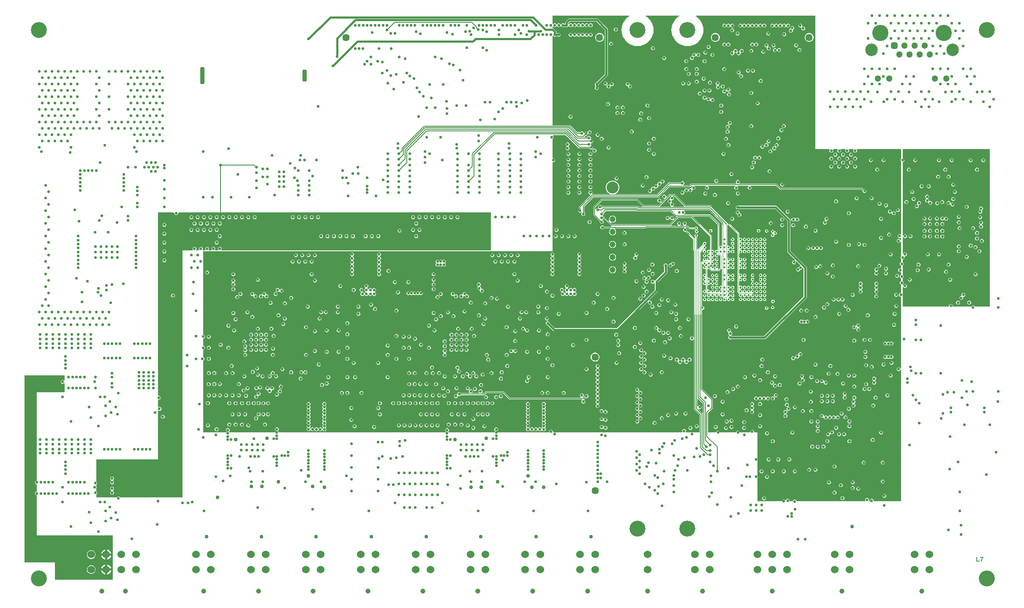
<source format=gbr>
G04*
G04 #@! TF.GenerationSoftware,Altium Limited,Altium Designer,23.4.1 (23)*
G04*
G04 Layer_Physical_Order=7*
G04 Layer_Color=8388736*
%FSLAX44Y44*%
%MOMM*%
G71*
G04*
G04 #@! TF.SameCoordinates,210523F5-4B5D-4388-949E-6639FD9C488E*
G04*
G04*
G04 #@! TF.FilePolarity,Positive*
G04*
G01*
G75*
%ADD17C,0.4064*%
%ADD220C,0.1524*%
%ADD225C,1.0000*%
%ADD230C,0.1016*%
G04:AMPARAMS|DCode=232|XSize=1.3mm|YSize=1.3mm|CornerRadius=0.325mm|HoleSize=0mm|Usage=FLASHONLY|Rotation=180.000|XOffset=0mm|YOffset=0mm|HoleType=Round|Shape=RoundedRectangle|*
%AMROUNDEDRECTD232*
21,1,1.3000,0.6500,0,0,180.0*
21,1,0.6500,1.3000,0,0,180.0*
1,1,0.6500,-0.3250,0.3250*
1,1,0.6500,0.3250,0.3250*
1,1,0.6500,0.3250,-0.3250*
1,1,0.6500,-0.3250,-0.3250*
%
%ADD232ROUNDEDRECTD232*%
%ADD233C,1.3000*%
%ADD234C,3.2500*%
%ADD235C,2.5000*%
%ADD236C,2.3900*%
%ADD237C,1.2000*%
%ADD238C,1.4500*%
%ADD239C,1.5240*%
G04:AMPARAMS|DCode=240|XSize=3.4mm|YSize=0.8mm|CornerRadius=0.2mm|HoleSize=0mm|Usage=FLASHONLY|Rotation=270.000|XOffset=0mm|YOffset=0mm|HoleType=Round|Shape=RoundedRectangle|*
%AMROUNDEDRECTD240*
21,1,3.4000,0.4000,0,0,270.0*
21,1,3.0000,0.8000,0,0,270.0*
1,1,0.4000,-0.2000,-1.5000*
1,1,0.4000,-0.2000,1.5000*
1,1,0.4000,0.2000,1.5000*
1,1,0.4000,0.2000,-1.5000*
%
%ADD240ROUNDEDRECTD240*%
G04:AMPARAMS|DCode=241|XSize=2.4mm|YSize=0.8mm|CornerRadius=0.2mm|HoleSize=0mm|Usage=FLASHONLY|Rotation=270.000|XOffset=0mm|YOffset=0mm|HoleType=Round|Shape=RoundedRectangle|*
%AMROUNDEDRECTD241*
21,1,2.4000,0.4000,0,0,270.0*
21,1,2.0000,0.8000,0,0,270.0*
1,1,0.4000,-0.2000,-1.0000*
1,1,0.4000,-0.2000,1.0000*
1,1,0.4000,0.2000,1.0000*
1,1,0.4000,0.2000,-1.0000*
%
%ADD241ROUNDEDRECTD241*%
%ADD242C,3.2000*%
%ADD243C,0.5500*%
%ADD244C,0.4500*%
%ADD245C,0.7500*%
G36*
X1606550Y911225D02*
X1634490D01*
X1635013Y909955D01*
X1634534Y908799D01*
Y907301D01*
X1635107Y905917D01*
X1636167Y904857D01*
X1637551Y904284D01*
X1639049D01*
X1640433Y904857D01*
X1641493Y905917D01*
X1642066Y907301D01*
Y908799D01*
X1641587Y909955D01*
X1642110Y911225D01*
X1650365D01*
X1650888Y909955D01*
X1650409Y908799D01*
Y907301D01*
X1650982Y905917D01*
X1652042Y904857D01*
X1653426Y904284D01*
X1654924D01*
X1656308Y904857D01*
X1657368Y905917D01*
X1657941Y907301D01*
Y908799D01*
X1657462Y909955D01*
X1657985Y911225D01*
X1666240D01*
X1666763Y909955D01*
X1666284Y908799D01*
Y907301D01*
X1666857Y905917D01*
X1667917Y904857D01*
X1669301Y904284D01*
X1670799D01*
X1672183Y904857D01*
X1673243Y905917D01*
X1673816Y907301D01*
Y908799D01*
X1673337Y909955D01*
X1673860Y911225D01*
X1682115D01*
X1682638Y909955D01*
X1682159Y908799D01*
Y907301D01*
X1682732Y905917D01*
X1683792Y904857D01*
X1685176Y904284D01*
X1686674D01*
X1688058Y904857D01*
X1689118Y905917D01*
X1689691Y907301D01*
Y908799D01*
X1689212Y909955D01*
X1689735Y911225D01*
X1778000D01*
Y891151D01*
X1777982Y891133D01*
X1777409Y889749D01*
Y888251D01*
X1777982Y886867D01*
X1778000Y886849D01*
Y740410D01*
X1776730Y739887D01*
X1775574Y740366D01*
X1774076D01*
X1772692Y739793D01*
X1771632Y738733D01*
X1771059Y737349D01*
Y735851D01*
X1771632Y734467D01*
X1772692Y733407D01*
X1774076Y732834D01*
X1775574D01*
X1776730Y733313D01*
X1778000Y732790D01*
Y728737D01*
X1776730Y728484D01*
X1776430Y729208D01*
X1775371Y730268D01*
X1773987Y730841D01*
X1772488D01*
X1771104Y730268D01*
X1770045Y729208D01*
X1769471Y727824D01*
Y726326D01*
X1770045Y724942D01*
X1771104Y723882D01*
X1772488Y723309D01*
X1773987D01*
X1775371Y723882D01*
X1776430Y724942D01*
X1776730Y725666D01*
X1778000Y725413D01*
Y695888D01*
X1777982Y695871D01*
X1777409Y694487D01*
Y692988D01*
X1777982Y691604D01*
X1778000Y691587D01*
Y684456D01*
X1777454Y684230D01*
X1776395Y683171D01*
X1775822Y681787D01*
Y680288D01*
X1776395Y678904D01*
X1777454Y677845D01*
X1778000Y677619D01*
Y672664D01*
X1777162Y672104D01*
X1775663D01*
X1774279Y671530D01*
X1773220Y670471D01*
X1772646Y669087D01*
Y667588D01*
X1773220Y666204D01*
X1774279Y665145D01*
X1775663Y664572D01*
X1777162D01*
X1778000Y664011D01*
Y659056D01*
X1777454Y658830D01*
X1776395Y657771D01*
X1775822Y656387D01*
Y654888D01*
X1776395Y653504D01*
X1777454Y652445D01*
X1778000Y652219D01*
Y646356D01*
X1777454Y646130D01*
X1776395Y645071D01*
X1775822Y643687D01*
Y642188D01*
X1776395Y640804D01*
X1777454Y639745D01*
X1778000Y639519D01*
Y622891D01*
X1777251D01*
X1775867Y622318D01*
X1774807Y621258D01*
X1774234Y619874D01*
Y618376D01*
X1774807Y616992D01*
X1775867Y615932D01*
X1777251Y615359D01*
X1778000D01*
Y471569D01*
X1776730Y471316D01*
X1776430Y472040D01*
X1775371Y473100D01*
X1773987Y473673D01*
X1772488D01*
X1771104Y473100D01*
X1770045Y472040D01*
X1769471Y470656D01*
Y469158D01*
X1770045Y467774D01*
X1771104Y466714D01*
X1772488Y466141D01*
X1773987D01*
X1775371Y466714D01*
X1776430Y467774D01*
X1776730Y468498D01*
X1778000Y468245D01*
Y204788D01*
X1723589D01*
X1723029Y205626D01*
Y207124D01*
X1722455Y208508D01*
X1721396Y209568D01*
X1720012Y210141D01*
X1718513D01*
X1717129Y209568D01*
X1716070Y208508D01*
X1715497Y207124D01*
Y205626D01*
X1714936Y204788D01*
X1713548D01*
X1713025Y206057D01*
X1713504Y207213D01*
Y208712D01*
X1712930Y210096D01*
X1711871Y211155D01*
X1710487Y211728D01*
X1708988D01*
X1707604Y211155D01*
X1706545Y210096D01*
X1705972Y208712D01*
Y207213D01*
X1706450Y206057D01*
X1705927Y204788D01*
X1568779D01*
Y205274D01*
X1568205Y206658D01*
X1567146Y207718D01*
X1565762Y208291D01*
X1564263D01*
X1562879Y207718D01*
X1561820Y206658D01*
X1561246Y205274D01*
Y204788D01*
X1555314D01*
X1554754Y205626D01*
Y207124D01*
X1554180Y208508D01*
X1553121Y209568D01*
X1551737Y210141D01*
X1550238D01*
X1548854Y209568D01*
X1547795Y208508D01*
X1547361Y207461D01*
X1547075Y207323D01*
X1546315Y207169D01*
X1545977Y207186D01*
X1545183Y207980D01*
X1543799Y208554D01*
X1542301D01*
X1540917Y207980D01*
X1539857Y206921D01*
X1539284Y205537D01*
Y204788D01*
X1490663D01*
Y251849D01*
X1490680Y251867D01*
X1491254Y253251D01*
Y254749D01*
X1490680Y256133D01*
X1490663Y256151D01*
Y286774D01*
X1490680Y286792D01*
X1491254Y288176D01*
Y289674D01*
X1490680Y291058D01*
X1490663Y291076D01*
Y342900D01*
X1483876D01*
X1483316Y343738D01*
Y345237D01*
X1482743Y346621D01*
X1481683Y347680D01*
X1480299Y348254D01*
X1478801D01*
X1477417Y347680D01*
X1476357Y346621D01*
X1475784Y345237D01*
Y343738D01*
X1475224Y342900D01*
X1454741D01*
Y343649D01*
X1454168Y345033D01*
X1453108Y346093D01*
X1451724Y346666D01*
X1450226D01*
X1448842Y346093D01*
X1447782Y345033D01*
X1447209Y343649D01*
Y342900D01*
X1415054D01*
Y343649D01*
X1414480Y345033D01*
X1413421Y346093D01*
X1412037Y346666D01*
X1410538D01*
X1409154Y346093D01*
X1408095Y345033D01*
X1407522Y343649D01*
Y342900D01*
X1390875D01*
Y381837D01*
X1399869Y390831D01*
X1400262Y391419D01*
X1400400Y392113D01*
Y409575D01*
X1400262Y410269D01*
X1399869Y410857D01*
X1379763Y430963D01*
Y579437D01*
X1379625Y580131D01*
X1379600Y580169D01*
Y588079D01*
X1379907Y589038D01*
X1380773Y589252D01*
X1381275D01*
X1382475Y589749D01*
X1383394Y590668D01*
X1383891Y591868D01*
Y593168D01*
X1383394Y594368D01*
X1382475Y595287D01*
X1381275Y595784D01*
X1379975D01*
X1379600Y596035D01*
Y681261D01*
X1380089Y681625D01*
X1380608Y681482D01*
X1381451Y681054D01*
X1381856Y680075D01*
X1382775Y679156D01*
X1383975Y678659D01*
X1385275D01*
X1386475Y679156D01*
X1387394Y680075D01*
X1387891Y681275D01*
Y681387D01*
X1389161Y682084D01*
X1389359Y681958D01*
Y681275D01*
X1389757Y680315D01*
X1390121Y679091D01*
X1387685Y676655D01*
X1387410Y676600D01*
X1386348Y676746D01*
X1385275Y677191D01*
X1383975D01*
X1382775Y676694D01*
X1381856Y675775D01*
X1381359Y674575D01*
Y673275D01*
X1381856Y672075D01*
X1382775Y671156D01*
X1383975Y670659D01*
X1385275D01*
X1385931Y670931D01*
X1387201Y670223D01*
Y661627D01*
X1385931Y660919D01*
X1385275Y661191D01*
X1383975D01*
X1382775Y660694D01*
X1381856Y659775D01*
X1381359Y658575D01*
Y657275D01*
X1381856Y656075D01*
X1382775Y655156D01*
X1383975Y654659D01*
X1385275D01*
X1386233Y653925D01*
X1385317Y653223D01*
X1385165Y653191D01*
X1383975D01*
X1382775Y652694D01*
X1381856Y651775D01*
X1381359Y650575D01*
Y649275D01*
X1381856Y648075D01*
X1382775Y647156D01*
X1383975Y646659D01*
X1385275D01*
X1386233Y645925D01*
X1385317Y645224D01*
X1385165Y645191D01*
X1383975D01*
X1382775Y644694D01*
X1381856Y643775D01*
X1381359Y642575D01*
Y641275D01*
X1381856Y640075D01*
X1382775Y639156D01*
X1383975Y638659D01*
X1385275D01*
X1385931Y638931D01*
X1387201Y638223D01*
Y629627D01*
X1385931Y628919D01*
X1385275Y629191D01*
X1383975D01*
X1382775Y628694D01*
X1381856Y627775D01*
X1381359Y626575D01*
Y625275D01*
X1381856Y624075D01*
X1382775Y623156D01*
X1383975Y622659D01*
X1385275D01*
X1386255Y623065D01*
X1387166Y623036D01*
X1387685Y622933D01*
X1390085Y620533D01*
X1389671Y619329D01*
X1389359Y618575D01*
Y617275D01*
X1389856Y616075D01*
X1390775Y615156D01*
X1391975Y614659D01*
X1393275D01*
X1394475Y615156D01*
X1395394Y616075D01*
X1395891Y617275D01*
Y618575D01*
X1396492Y618820D01*
X1397359Y617826D01*
Y617275D01*
X1397856Y616075D01*
X1398775Y615156D01*
X1399975Y614659D01*
X1401275D01*
X1402475Y615156D01*
X1403394Y616075D01*
X1403891Y617275D01*
Y618575D01*
X1404492Y618820D01*
X1405359Y617826D01*
Y617275D01*
X1405856Y616075D01*
X1406775Y615156D01*
X1407975Y614659D01*
X1409275D01*
X1410475Y615156D01*
X1411394Y616075D01*
X1411891Y617275D01*
Y617387D01*
X1413161Y618084D01*
X1413359Y617958D01*
Y617275D01*
X1413856Y616075D01*
X1414775Y615156D01*
X1415975Y614659D01*
X1417275D01*
X1418329Y615096D01*
X1418634Y615128D01*
X1419997Y614883D01*
X1421895Y612985D01*
X1422045Y611894D01*
X1421981Y611575D01*
X1421856Y611450D01*
X1421359Y610250D01*
Y608950D01*
X1421856Y607750D01*
X1422775Y606831D01*
X1423975Y606334D01*
X1425275D01*
X1426475Y606831D01*
X1427394Y607750D01*
X1427891Y608950D01*
Y610250D01*
X1427630Y610879D01*
X1427641Y610937D01*
X1428236Y612139D01*
X1428511Y612200D01*
X1428770Y612184D01*
X1429539Y611008D01*
X1429359Y610575D01*
Y609275D01*
X1429856Y608075D01*
X1430775Y607156D01*
X1431975Y606659D01*
X1433275D01*
X1434475Y607156D01*
X1435394Y608075D01*
X1435891Y609275D01*
Y610575D01*
X1435394Y611775D01*
X1434475Y612694D01*
X1433275Y613191D01*
X1433163D01*
X1432466Y614461D01*
X1432592Y614659D01*
X1433275D01*
X1434475Y615156D01*
X1435394Y616075D01*
X1435891Y617275D01*
Y618575D01*
X1435394Y619775D01*
X1434475Y620694D01*
X1433275Y621191D01*
X1432482D01*
X1431541Y622013D01*
X1431975Y622659D01*
X1433275D01*
X1434475Y623156D01*
X1435394Y624075D01*
X1435891Y625275D01*
Y626575D01*
X1435394Y627775D01*
X1434475Y628694D01*
X1433275Y629191D01*
X1431975D01*
X1431753Y629770D01*
X1432794Y630659D01*
X1433275D01*
X1434475Y631156D01*
X1435394Y632075D01*
X1435891Y633275D01*
Y634575D01*
X1435394Y635775D01*
X1434475Y636694D01*
X1433275Y637191D01*
X1431975D01*
X1431670Y637064D01*
X1430400Y637913D01*
Y645937D01*
X1431670Y646786D01*
X1431975Y646659D01*
X1433275D01*
X1434475Y647156D01*
X1435394Y648075D01*
X1435891Y649275D01*
Y650575D01*
X1435394Y651775D01*
X1434475Y652694D01*
X1433275Y653191D01*
X1431975D01*
X1431753Y653770D01*
X1432794Y654659D01*
X1433275D01*
X1434475Y655156D01*
X1435394Y656075D01*
X1435891Y657275D01*
Y658575D01*
X1435394Y659775D01*
X1434475Y660694D01*
X1433275Y661191D01*
X1431975D01*
X1431670Y661064D01*
X1430400Y661913D01*
Y669937D01*
X1431670Y670786D01*
X1431975Y670659D01*
X1433275D01*
X1434475Y671156D01*
X1435394Y672075D01*
X1435891Y673275D01*
Y674575D01*
X1435394Y675775D01*
X1434475Y676694D01*
X1433275Y677191D01*
X1431975D01*
X1431753Y677770D01*
X1432794Y678659D01*
X1433275D01*
X1434475Y679156D01*
X1435394Y680075D01*
X1435891Y681275D01*
Y682575D01*
X1435394Y683775D01*
X1434475Y684694D01*
X1433275Y685191D01*
X1431975D01*
X1431753Y685770D01*
X1432794Y686659D01*
X1433275D01*
X1434475Y687156D01*
X1435394Y688075D01*
X1435891Y689275D01*
Y690575D01*
X1435394Y691775D01*
X1434475Y692694D01*
X1433275Y693191D01*
X1431975D01*
X1431670Y693064D01*
X1430400Y693913D01*
Y701937D01*
X1431670Y702786D01*
X1431975Y702659D01*
X1433275D01*
X1434475Y703156D01*
X1435394Y704075D01*
X1435891Y705275D01*
Y706575D01*
X1435394Y707775D01*
X1434475Y708694D01*
X1433275Y709191D01*
X1431975D01*
X1431753Y709770D01*
X1432794Y710659D01*
X1433275D01*
X1434475Y711156D01*
X1435394Y712075D01*
X1435891Y713275D01*
Y714575D01*
X1435394Y715775D01*
X1434475Y716694D01*
X1433275Y717191D01*
X1431975D01*
X1431670Y717064D01*
X1430400Y717913D01*
Y759166D01*
X1431572Y759661D01*
X1431707Y759654D01*
X1432231Y759131D01*
X1432819Y758738D01*
X1432863Y758729D01*
X1450913Y740679D01*
Y624650D01*
X1451396Y623484D01*
X1453582Y621297D01*
X1453836Y619886D01*
X1453804Y619648D01*
X1453359Y618575D01*
Y617275D01*
X1453856Y616075D01*
X1454775Y615156D01*
X1455975Y614659D01*
X1457275D01*
X1458475Y615156D01*
X1459394Y616075D01*
X1459891Y617275D01*
Y618575D01*
X1460625Y619533D01*
X1461326Y618617D01*
X1461359Y618465D01*
Y617275D01*
X1461856Y616075D01*
X1462775Y615156D01*
X1463975Y614659D01*
X1465275D01*
X1466475Y615156D01*
X1467394Y616075D01*
X1467891Y617275D01*
Y618575D01*
X1468625Y619533D01*
X1469326Y618617D01*
X1469359Y618465D01*
Y617275D01*
X1469856Y616075D01*
X1470775Y615156D01*
X1471975Y614659D01*
X1473275D01*
X1474475Y615156D01*
X1475394Y616075D01*
X1475891Y617275D01*
Y617387D01*
X1477161Y618084D01*
X1477359Y617958D01*
Y617275D01*
X1477856Y616075D01*
X1478775Y615156D01*
X1479975Y614659D01*
X1481275D01*
X1482475Y615156D01*
X1483394Y616075D01*
X1483891Y617275D01*
Y618575D01*
X1483394Y619775D01*
X1482475Y620694D01*
X1481275Y621191D01*
X1480592D01*
X1480466Y621389D01*
X1481163Y622659D01*
X1481275D01*
X1482475Y623156D01*
X1483394Y624075D01*
X1483891Y625275D01*
Y626575D01*
X1483394Y627775D01*
X1482475Y628694D01*
X1481275Y629191D01*
X1479975D01*
X1478775Y628694D01*
X1477856Y627775D01*
X1477359Y626575D01*
Y625801D01*
X1476489Y624894D01*
X1475891Y625275D01*
Y626575D01*
X1475394Y627775D01*
X1474475Y628694D01*
X1473275Y629191D01*
X1471975D01*
X1470775Y628694D01*
X1469856Y627775D01*
X1469359Y626575D01*
Y625275D01*
X1468758Y625030D01*
X1467891Y626025D01*
Y626575D01*
X1467394Y627775D01*
X1466475Y628694D01*
X1465275Y629191D01*
X1463975D01*
X1462775Y628694D01*
X1461856Y627775D01*
X1461359Y626575D01*
Y625275D01*
X1460758Y625030D01*
X1459891Y626025D01*
Y626575D01*
X1459394Y627775D01*
X1458475Y628694D01*
X1457275Y629191D01*
X1455975D01*
X1455439Y629903D01*
X1456457Y630659D01*
X1457275D01*
X1458475Y631156D01*
X1459394Y632075D01*
X1459891Y633275D01*
Y634575D01*
X1459394Y635775D01*
X1458475Y636694D01*
X1457275Y637191D01*
X1455975D01*
X1455482Y636987D01*
X1454212Y637790D01*
Y646060D01*
X1455482Y646863D01*
X1455975Y646659D01*
X1457275D01*
X1458475Y647156D01*
X1459394Y648075D01*
X1459891Y649275D01*
Y650575D01*
X1459394Y651775D01*
X1458475Y652694D01*
X1457275Y653191D01*
X1455975D01*
X1455439Y653903D01*
X1456457Y654659D01*
X1457275D01*
X1458475Y655156D01*
X1459394Y656075D01*
X1459891Y657275D01*
Y658575D01*
X1459394Y659775D01*
X1458475Y660694D01*
X1457275Y661191D01*
X1455975D01*
X1455482Y660987D01*
X1454212Y661790D01*
Y670060D01*
X1455482Y670863D01*
X1455975Y670659D01*
X1457275D01*
X1458475Y671156D01*
X1459394Y672075D01*
X1459891Y673275D01*
Y674575D01*
X1459394Y675775D01*
X1458475Y676694D01*
X1457275Y677191D01*
X1455975D01*
X1455439Y677903D01*
X1456457Y678659D01*
X1457275D01*
X1458475Y679156D01*
X1459394Y680075D01*
X1459891Y681275D01*
Y682575D01*
X1459394Y683775D01*
X1458475Y684694D01*
X1457275Y685191D01*
X1455975D01*
X1455439Y685903D01*
X1456457Y686659D01*
X1457275D01*
X1458475Y687156D01*
X1459394Y688075D01*
X1459891Y689275D01*
Y690575D01*
X1459394Y691775D01*
X1458475Y692694D01*
X1457275Y693191D01*
X1455975D01*
X1455482Y692987D01*
X1454212Y693790D01*
Y702060D01*
X1455482Y702863D01*
X1455975Y702659D01*
X1457275D01*
X1458475Y703156D01*
X1459394Y704075D01*
X1459891Y705275D01*
Y706575D01*
X1459394Y707775D01*
X1458475Y708694D01*
X1457275Y709191D01*
X1455975D01*
X1455439Y709903D01*
X1456457Y710659D01*
X1457275D01*
X1458475Y711156D01*
X1459394Y712075D01*
X1459891Y713275D01*
Y714575D01*
X1459394Y715775D01*
X1458475Y716694D01*
X1457275Y717191D01*
X1455975D01*
X1455439Y717903D01*
X1456457Y718659D01*
X1457275D01*
X1458475Y719156D01*
X1459394Y720075D01*
X1459891Y721275D01*
Y722575D01*
X1459394Y723775D01*
X1458475Y724694D01*
X1457275Y725191D01*
X1455975D01*
X1455439Y725903D01*
X1456457Y726659D01*
X1457275D01*
X1458475Y727156D01*
X1459394Y728075D01*
X1459891Y729275D01*
Y730575D01*
X1459394Y731775D01*
X1458475Y732694D01*
X1457275Y733191D01*
X1455975D01*
X1455482Y732987D01*
X1454212Y733790D01*
Y741363D01*
X1453729Y742529D01*
X1435196Y761062D01*
X1435187Y761106D01*
X1434794Y761694D01*
X1398282Y798207D01*
X1397694Y798600D01*
X1397000Y798738D01*
X1346951D01*
X1325257Y820432D01*
X1324669Y820825D01*
X1323975Y820963D01*
X1314450D01*
X1313756Y820825D01*
X1313168Y820432D01*
X1308374Y815637D01*
X1307103Y816163D01*
Y816724D01*
X1306530Y818108D01*
X1305471Y819168D01*
X1304087Y819741D01*
X1302588D01*
X1301204Y819168D01*
X1300145Y818108D01*
X1299572Y816724D01*
Y815226D01*
X1300145Y813842D01*
X1301204Y812782D01*
X1302588Y812209D01*
X1303149D01*
X1303675Y810939D01*
X1298195Y805459D01*
X1297119Y806179D01*
X1297578Y807288D01*
Y808787D01*
X1297005Y810171D01*
X1295946Y811230D01*
X1294562Y811804D01*
X1293063D01*
X1291679Y811230D01*
X1290620Y810171D01*
X1290047Y808787D01*
Y807288D01*
X1290620Y805904D01*
X1291679Y804845D01*
X1293063Y804271D01*
X1294562D01*
X1295671Y804731D01*
X1296391Y803655D01*
X1291474Y798738D01*
X1262813D01*
X1250644Y810907D01*
X1250056Y811300D01*
X1249362Y811438D01*
X1177925D01*
X1177231Y811300D01*
X1176643Y810907D01*
X1162356Y796619D01*
X1161963Y796031D01*
X1161825Y795338D01*
Y779463D01*
X1161963Y778769D01*
X1162356Y778181D01*
X1174292Y766245D01*
X1174159Y765924D01*
Y764426D01*
X1174732Y763042D01*
X1175792Y761982D01*
X1177176Y761409D01*
X1178674D01*
X1180058Y761982D01*
X1181118Y763042D01*
X1181691Y764426D01*
Y765924D01*
X1181118Y767308D01*
X1180058Y768368D01*
X1179844Y768456D01*
Y769831D01*
X1180058Y769920D01*
X1181118Y770979D01*
X1181250Y771300D01*
X1183524D01*
X1197281Y757543D01*
X1197869Y757150D01*
X1197893Y757145D01*
X1197768Y755875D01*
X1182838D01*
X1182705Y756196D01*
X1181646Y757255D01*
X1180262Y757829D01*
X1178763D01*
X1177379Y757255D01*
X1176320Y756196D01*
X1175747Y754812D01*
Y753313D01*
X1176320Y751929D01*
X1177379Y750870D01*
X1178763Y750296D01*
X1180262D01*
X1181646Y750870D01*
X1182705Y751929D01*
X1182838Y752250D01*
X1195292D01*
X1195651Y751140D01*
X1195658Y750980D01*
X1194386Y749708D01*
X1193462Y748108D01*
X1192984Y746324D01*
Y744476D01*
X1193462Y742692D01*
X1194386Y741092D01*
X1195692Y739786D01*
X1197292Y738862D01*
X1199076Y738384D01*
X1200924D01*
X1202708Y738862D01*
X1204308Y739786D01*
X1205614Y741092D01*
X1206538Y742692D01*
X1207016Y744476D01*
Y746324D01*
X1206538Y748108D01*
X1205614Y749708D01*
X1204342Y750980D01*
X1204349Y751140D01*
X1204708Y752250D01*
X1264533D01*
X1265227Y752388D01*
X1265815Y752781D01*
X1266872Y753837D01*
X1343212D01*
X1343465Y752567D01*
X1343285Y752493D01*
X1342226Y751433D01*
X1341653Y750049D01*
Y748551D01*
X1342226Y747167D01*
X1343285Y746107D01*
X1344669Y745534D01*
X1346168D01*
X1346488Y745667D01*
X1352856Y739299D01*
X1353444Y738906D01*
X1353488Y738897D01*
X1362013Y730373D01*
Y709613D01*
X1362496Y708446D01*
X1363600Y707342D01*
Y580169D01*
X1363575Y580131D01*
X1363437Y579437D01*
Y534019D01*
X1362167Y533766D01*
X1362093Y533946D01*
X1361033Y535005D01*
X1359649Y535578D01*
X1358151D01*
X1356767Y535005D01*
X1355707Y533946D01*
X1355134Y532562D01*
Y531063D01*
X1355707Y529679D01*
X1356767Y528620D01*
X1358151Y528046D01*
X1359649D01*
X1361033Y528620D01*
X1362093Y529679D01*
X1362167Y529859D01*
X1363437Y529607D01*
Y388937D01*
X1363575Y388244D01*
X1363968Y387656D01*
X1374550Y377074D01*
Y342900D01*
X1361051D01*
X1361033Y342918D01*
X1359649Y343491D01*
X1358151D01*
X1356767Y342918D01*
X1356749Y342900D01*
X1346835D01*
X1346312Y344170D01*
X1346791Y345326D01*
Y346824D01*
X1346218Y348208D01*
X1345158Y349268D01*
X1343774Y349841D01*
X1342276D01*
X1340892Y349268D01*
X1339832Y348208D01*
X1339259Y346824D01*
Y345326D01*
X1339738Y344170D01*
X1339215Y342900D01*
X1086413D01*
X1086396Y342918D01*
X1085012Y343491D01*
X1083513D01*
X1082129Y342918D01*
X1082112Y342900D01*
X1080651D01*
X1080091Y343738D01*
Y345237D01*
X1079518Y346621D01*
X1078458Y347680D01*
X1077074Y348254D01*
X1075576D01*
X1074192Y347680D01*
X1073132Y346621D01*
X1072559Y345237D01*
Y343738D01*
X1071999Y342900D01*
X970554D01*
Y343649D01*
X969980Y345033D01*
X968938Y346075D01*
X969980Y347117D01*
X970554Y348501D01*
Y349999D01*
X969980Y351383D01*
X968921Y352443D01*
X967537Y353016D01*
X966038D01*
X964654Y352443D01*
X963595Y351383D01*
X963021Y349999D01*
Y348501D01*
X963595Y347117D01*
X964637Y346075D01*
X963595Y345033D01*
X963021Y343649D01*
Y342900D01*
X871781D01*
X871555Y343446D01*
X870513Y344487D01*
X871555Y345529D01*
X872129Y346913D01*
Y348412D01*
X871555Y349796D01*
X870496Y350855D01*
X869112Y351428D01*
X867613D01*
X866229Y350855D01*
X865170Y349796D01*
X864596Y348412D01*
Y346913D01*
X865170Y345529D01*
X866212Y344487D01*
X865170Y343446D01*
X864944Y342900D01*
X530816D01*
Y343649D01*
X530243Y345033D01*
X529201Y346075D01*
X530243Y347117D01*
X530816Y348501D01*
Y349999D01*
X530243Y351383D01*
X529183Y352443D01*
X527799Y353016D01*
X526301D01*
X524917Y352443D01*
X523857Y351383D01*
X523284Y349999D01*
Y348501D01*
X523857Y347117D01*
X524899Y346075D01*
X523857Y345033D01*
X523284Y343649D01*
Y342900D01*
X432044D01*
X431818Y343446D01*
X430776Y344487D01*
X431818Y345529D01*
X432391Y346913D01*
Y348412D01*
X431818Y349796D01*
X430758Y350855D01*
X429374Y351428D01*
X427876D01*
X426492Y350855D01*
X425432Y349796D01*
X424859Y348412D01*
Y346913D01*
X425432Y345529D01*
X426474Y344487D01*
X425432Y343446D01*
X425206Y342900D01*
X379412D01*
Y487119D01*
X379958Y487345D01*
X381018Y488404D01*
X381591Y489788D01*
Y491287D01*
X381018Y492671D01*
X379958Y493730D01*
X379412Y493956D01*
Y508997D01*
X380162D01*
X381546Y509570D01*
X382605Y510629D01*
X383178Y512013D01*
Y513512D01*
X382605Y514896D01*
X381546Y515955D01*
X380162Y516529D01*
X379412D01*
Y531222D01*
X380162D01*
X381546Y531795D01*
X382605Y532854D01*
X383178Y534238D01*
Y535737D01*
X382605Y537121D01*
X381546Y538180D01*
X380162Y538754D01*
X379412D01*
Y706438D01*
X1079500D01*
Y884674D01*
X1080338Y885234D01*
X1081837D01*
X1083221Y885807D01*
X1084280Y886867D01*
X1084854Y888251D01*
Y889749D01*
X1084280Y891133D01*
X1083221Y892193D01*
X1081837Y892766D01*
X1080338D01*
X1079500Y893326D01*
Y931619D01*
X1080046Y931845D01*
X1081105Y932904D01*
X1081678Y934288D01*
Y935787D01*
X1081105Y937171D01*
X1080046Y938230D01*
X1079866Y938305D01*
X1080118Y939575D01*
X1105737D01*
X1132193Y913118D01*
X1132781Y912725D01*
X1133475Y912587D01*
X1153962D01*
X1154095Y912267D01*
X1155154Y911207D01*
X1156538Y910634D01*
X1158037D01*
X1159421Y911207D01*
X1160480Y912267D01*
X1161053Y913651D01*
Y915149D01*
X1160480Y916533D01*
X1159421Y917593D01*
X1158037Y918166D01*
X1156906D01*
X1156176Y918958D01*
X1156010Y919322D01*
X1156291Y920001D01*
Y921499D01*
X1156010Y922178D01*
X1156176Y922542D01*
X1156906Y923334D01*
X1158037D01*
X1159421Y923907D01*
X1160480Y924967D01*
X1161053Y926351D01*
Y927849D01*
X1160480Y929233D01*
X1159421Y930293D01*
X1158037Y930866D01*
X1156906D01*
X1156176Y931658D01*
X1156010Y932022D01*
X1156291Y932701D01*
Y934199D01*
X1155718Y935583D01*
X1154658Y936643D01*
X1153274Y937216D01*
X1151776D01*
X1150392Y936643D01*
X1149332Y935583D01*
X1149200Y935263D01*
X1144410D01*
X1143884Y936533D01*
X1145106Y937754D01*
X1145426Y937622D01*
X1146924D01*
X1148308Y938195D01*
X1149368Y939254D01*
X1149941Y940638D01*
Y941726D01*
X1151210Y942139D01*
X1151979Y941370D01*
X1153363Y940797D01*
X1154862D01*
X1156246Y941370D01*
X1157305Y942429D01*
X1157878Y943813D01*
Y945312D01*
X1157305Y946696D01*
X1156246Y947755D01*
X1154862Y948328D01*
X1153363D01*
X1151979Y947755D01*
X1150920Y946696D01*
X1150347Y945312D01*
Y944224D01*
X1149078Y943811D01*
X1148308Y944580D01*
X1146924Y945154D01*
X1145426D01*
X1144042Y944580D01*
X1143248Y943786D01*
X1142910Y943769D01*
X1142150Y943923D01*
X1141864Y944062D01*
X1141430Y945108D01*
X1140371Y946168D01*
X1138987Y946741D01*
X1137488D01*
X1136104Y946168D01*
X1135045Y945108D01*
X1134912Y944788D01*
X1129463D01*
X1115707Y958544D01*
X1115119Y958937D01*
X1114425Y959075D01*
X1079500D01*
Y1138129D01*
X1080770Y1138382D01*
X1080807Y1138292D01*
X1081867Y1137232D01*
X1083251Y1136659D01*
X1084749D01*
X1086133Y1137232D01*
X1086218Y1137317D01*
X1089782D01*
X1089867Y1137232D01*
X1091251Y1136659D01*
X1092749D01*
X1094133Y1137232D01*
X1095193Y1138292D01*
X1095766Y1139676D01*
Y1141174D01*
X1095193Y1142558D01*
X1094133Y1143618D01*
X1092749Y1144191D01*
X1091251D01*
X1089867Y1143618D01*
X1089782Y1143533D01*
X1087108D01*
Y1146438D01*
X1086871Y1147627D01*
X1086197Y1148635D01*
X1081697Y1153135D01*
X1080689Y1153809D01*
X1079500Y1154045D01*
Y1157179D01*
X1080770Y1157432D01*
X1080807Y1157342D01*
X1081867Y1156282D01*
X1083251Y1155709D01*
X1084749D01*
X1086133Y1156282D01*
X1087193Y1157342D01*
X1087313Y1157632D01*
X1088687D01*
X1088807Y1157342D01*
X1089867Y1156282D01*
X1091251Y1155709D01*
X1092749D01*
X1094133Y1156282D01*
X1095193Y1157342D01*
X1095313Y1157632D01*
X1096687D01*
X1096807Y1157342D01*
X1097867Y1156282D01*
X1099251Y1155709D01*
X1100749D01*
X1102133Y1156282D01*
X1102218Y1156367D01*
X1105782D01*
X1105867Y1156282D01*
X1107251Y1155709D01*
X1108749D01*
X1110133Y1156282D01*
X1111193Y1157342D01*
X1111299Y1157599D01*
X1112674D01*
X1112807Y1157278D01*
X1113867Y1156218D01*
X1115251Y1155645D01*
X1116749D01*
X1118133Y1156218D01*
X1119193Y1157278D01*
X1119313Y1157568D01*
X1120687D01*
X1120807Y1157278D01*
X1121867Y1156218D01*
X1123251Y1155645D01*
X1124749D01*
X1126133Y1156218D01*
X1127193Y1157278D01*
X1127326Y1157599D01*
X1128700D01*
X1128807Y1157342D01*
X1129867Y1156282D01*
X1131251Y1155709D01*
X1132749D01*
X1134133Y1156282D01*
X1135193Y1157342D01*
X1135313Y1157632D01*
X1136687D01*
X1136807Y1157342D01*
X1137867Y1156282D01*
X1139251Y1155709D01*
X1140749D01*
X1142133Y1156282D01*
X1143193Y1157342D01*
X1143313Y1157632D01*
X1144687D01*
X1144807Y1157342D01*
X1145867Y1156282D01*
X1147251Y1155709D01*
X1148749D01*
X1150133Y1156282D01*
X1151193Y1157342D01*
X1151267Y1157522D01*
X1152642D01*
X1152743Y1157278D01*
X1153803Y1156218D01*
X1155187Y1155645D01*
X1156685D01*
X1158069Y1156218D01*
X1159129Y1157278D01*
X1159702Y1158662D01*
Y1160160D01*
X1159129Y1161544D01*
X1158069Y1162604D01*
X1156685Y1163177D01*
X1155187D01*
X1153803Y1162604D01*
X1152743Y1161544D01*
X1152669Y1161364D01*
X1151294D01*
X1151193Y1161608D01*
X1150133Y1162668D01*
X1148749Y1163241D01*
X1147251D01*
X1145867Y1162668D01*
X1144807Y1161608D01*
X1144687Y1161319D01*
X1143313D01*
X1143193Y1161608D01*
X1142133Y1162668D01*
X1140749Y1163241D01*
X1139251D01*
X1137867Y1162668D01*
X1136807Y1161608D01*
X1136687Y1161319D01*
X1135313D01*
X1135193Y1161608D01*
X1134133Y1162668D01*
X1132749Y1163241D01*
X1131251D01*
X1129867Y1162668D01*
X1128807Y1161608D01*
X1128674Y1161286D01*
X1127299D01*
X1127193Y1161544D01*
X1126133Y1162604D01*
X1124749Y1163177D01*
X1123251D01*
X1121867Y1162604D01*
X1120807Y1161544D01*
X1120687Y1161255D01*
X1119313D01*
X1119193Y1161544D01*
X1118133Y1162604D01*
X1116749Y1163177D01*
X1115251D01*
X1113867Y1162604D01*
X1113214Y1161951D01*
X1111810Y1161872D01*
X1111597Y1161942D01*
X1111108Y1162466D01*
Y1163863D01*
X1114125Y1166880D01*
X1167113D01*
X1184342Y1149650D01*
Y1061737D01*
X1167771Y1045166D01*
X1167651D01*
X1166267Y1044593D01*
X1165207Y1043533D01*
X1164634Y1042149D01*
Y1040651D01*
X1165207Y1039267D01*
X1165292Y1039182D01*
Y1035681D01*
X1165207Y1035596D01*
X1164634Y1034212D01*
Y1032713D01*
X1165207Y1031329D01*
X1166267Y1030270D01*
X1167651Y1029697D01*
X1169149D01*
X1170533Y1030270D01*
X1171593Y1031329D01*
X1172166Y1032713D01*
Y1034212D01*
X1171593Y1035596D01*
X1171508Y1035681D01*
Y1039182D01*
X1171593Y1039267D01*
X1172166Y1040651D01*
Y1040771D01*
X1189648Y1058252D01*
X1190321Y1059261D01*
X1190558Y1060450D01*
Y1150938D01*
X1190321Y1152127D01*
X1189648Y1153135D01*
X1170598Y1172185D01*
X1169589Y1172859D01*
X1168400Y1173095D01*
X1112838D01*
X1111648Y1172859D01*
X1110640Y1172185D01*
X1105803Y1167347D01*
X1105129Y1166339D01*
X1104892Y1165150D01*
Y1162583D01*
X1102218D01*
X1102133Y1162668D01*
X1100749Y1163241D01*
X1099251D01*
X1097867Y1162668D01*
X1096807Y1161608D01*
X1096687Y1161319D01*
X1095313D01*
X1095193Y1161608D01*
X1094133Y1162668D01*
X1092749Y1163241D01*
X1091251D01*
X1089867Y1162668D01*
X1088807Y1161608D01*
X1088687Y1161319D01*
X1087313D01*
X1087193Y1161608D01*
X1086133Y1162668D01*
X1084749Y1163241D01*
X1083251D01*
X1081867Y1162668D01*
X1080807Y1161608D01*
X1080770Y1161518D01*
X1079500Y1161771D01*
Y1178900D01*
X1233456D01*
X1233814Y1177630D01*
X1231123Y1175982D01*
X1227291Y1172709D01*
X1224018Y1168877D01*
X1221385Y1164580D01*
X1219457Y1159924D01*
X1218280Y1155024D01*
X1217885Y1150000D01*
X1218280Y1144976D01*
X1219457Y1140076D01*
X1221385Y1135420D01*
X1224018Y1131123D01*
X1227291Y1127291D01*
X1231123Y1124018D01*
X1235420Y1121385D01*
X1240076Y1119457D01*
X1244976Y1118280D01*
X1250000Y1117885D01*
X1255024Y1118280D01*
X1259924Y1119457D01*
X1264580Y1121385D01*
X1268877Y1124018D01*
X1272709Y1127291D01*
X1275982Y1131123D01*
X1278615Y1135420D01*
X1280543Y1140076D01*
X1281720Y1144976D01*
X1282115Y1150000D01*
X1281720Y1155024D01*
X1280543Y1159924D01*
X1278615Y1164580D01*
X1275982Y1168877D01*
X1272709Y1172709D01*
X1268877Y1175982D01*
X1266186Y1177630D01*
X1266544Y1178900D01*
X1333456D01*
X1333814Y1177630D01*
X1331123Y1175982D01*
X1327291Y1172709D01*
X1324018Y1168877D01*
X1321385Y1164580D01*
X1319457Y1159924D01*
X1318280Y1155024D01*
X1317885Y1150000D01*
X1318280Y1144976D01*
X1319457Y1140076D01*
X1321385Y1135420D01*
X1324018Y1131123D01*
X1327291Y1127291D01*
X1331123Y1124018D01*
X1335420Y1121385D01*
X1340076Y1119457D01*
X1344976Y1118280D01*
X1350000Y1117885D01*
X1355024Y1118280D01*
X1359924Y1119457D01*
X1364580Y1121385D01*
X1368877Y1124018D01*
X1372709Y1127291D01*
X1375982Y1131123D01*
X1378615Y1135420D01*
X1380543Y1140076D01*
X1381720Y1144976D01*
X1382115Y1150000D01*
X1381720Y1155024D01*
X1380543Y1159924D01*
X1378615Y1164580D01*
X1375982Y1168877D01*
X1372709Y1172709D01*
X1368877Y1175982D01*
X1366186Y1177630D01*
X1366544Y1178900D01*
X1606550D01*
Y911225D01*
D02*
G37*
G36*
X1343728Y796833D02*
X1343202Y795563D01*
X1321418D01*
X1321166Y796833D01*
X1321346Y796907D01*
X1322405Y797967D01*
X1322979Y799351D01*
Y800849D01*
X1322405Y802233D01*
X1321346Y803293D01*
X1319962Y803866D01*
X1318831D01*
X1318101Y804658D01*
X1317935Y805022D01*
X1318216Y805701D01*
Y807199D01*
X1317935Y807878D01*
X1318101Y808242D01*
X1318831Y809034D01*
X1319962D01*
X1321346Y809607D01*
X1322405Y810667D01*
X1322979Y812051D01*
Y813549D01*
X1322405Y814933D01*
X1321346Y815993D01*
X1321166Y816067D01*
X1321418Y817337D01*
X1323224D01*
X1343728Y796833D01*
D02*
G37*
G36*
X1317259Y816067D02*
X1317079Y815993D01*
X1316020Y814933D01*
X1315446Y813549D01*
Y812051D01*
X1315728Y811372D01*
X1315561Y811008D01*
X1314832Y810216D01*
X1313701D01*
X1312317Y809643D01*
X1311257Y808583D01*
X1310684Y807199D01*
Y805701D01*
X1311257Y804317D01*
X1312317Y803257D01*
X1313701Y802684D01*
X1314832D01*
X1315561Y801892D01*
X1315728Y801528D01*
X1315446Y800849D01*
Y799351D01*
X1316020Y797967D01*
X1317079Y796907D01*
X1317259Y796833D01*
X1317007Y795563D01*
X1295223D01*
X1294697Y796833D01*
X1315201Y817337D01*
X1317007D01*
X1317259Y816067D01*
D02*
G37*
G36*
X1259591Y796833D02*
X1259065Y795563D01*
X1253826D01*
X1252770Y796619D01*
X1252182Y797012D01*
X1251488Y797150D01*
X1178075D01*
X1177943Y797471D01*
X1176883Y798530D01*
X1175499Y799103D01*
X1174001D01*
X1172617Y798530D01*
X1171557Y797471D01*
X1170984Y796087D01*
Y794588D01*
X1171265Y793909D01*
X1171099Y793545D01*
X1170369Y792754D01*
X1169238D01*
X1167854Y792180D01*
X1166795Y791121D01*
X1166720Y790941D01*
X1165450Y791193D01*
Y794587D01*
X1178676Y807812D01*
X1248612D01*
X1259591Y796833D01*
D02*
G37*
G36*
X955675Y708025D02*
X416685D01*
X416007Y709295D01*
X416297Y709731D01*
X416590Y711200D01*
X416297Y712669D01*
X415465Y713915D01*
X414219Y714747D01*
X412750Y715040D01*
X411281Y714747D01*
X410035Y713915D01*
X409202Y712669D01*
X408910Y711200D01*
X409202Y709731D01*
X409493Y709295D01*
X408815Y708025D01*
X403985D01*
X403307Y709295D01*
X403597Y709731D01*
X403890Y711200D01*
X403597Y712669D01*
X402765Y713915D01*
X401519Y714747D01*
X400050Y715040D01*
X398581Y714747D01*
X397335Y713915D01*
X396502Y712669D01*
X396210Y711200D01*
X396502Y709731D01*
X396794Y709295D01*
X396115Y708025D01*
X391285D01*
X390606Y709295D01*
X390897Y709731D01*
X391190Y711200D01*
X390897Y712669D01*
X390065Y713915D01*
X388819Y714747D01*
X387350Y715040D01*
X385881Y714747D01*
X384635Y713915D01*
X383802Y712669D01*
X383510Y711200D01*
X383802Y709731D01*
X384094Y709295D01*
X383415Y708025D01*
X378585D01*
X377906Y709295D01*
X378198Y709731D01*
X378490Y711200D01*
X378198Y712669D01*
X377365Y713915D01*
X376119Y714747D01*
X374650Y715040D01*
X373181Y714747D01*
X371935Y713915D01*
X371102Y712669D01*
X370810Y711200D01*
X371102Y709731D01*
X371394Y709295D01*
X370715Y708025D01*
X365885D01*
X365206Y709295D01*
X365498Y709731D01*
X365790Y711200D01*
X365498Y712669D01*
X364665Y713915D01*
X363419Y714747D01*
X361950Y715040D01*
X360481Y714747D01*
X359235Y713915D01*
X358402Y712669D01*
X358110Y711200D01*
X358402Y709731D01*
X358694Y709295D01*
X358015Y708025D01*
X338138D01*
Y212725D01*
X213019D01*
X212265Y213853D01*
X211019Y214685D01*
X209550Y214977D01*
X208081Y214685D01*
X206835Y213853D01*
X206081Y212725D01*
X165100D01*
Y218781D01*
X166228Y219535D01*
X167060Y220781D01*
X167352Y222250D01*
X167060Y223719D01*
X166228Y224965D01*
X165100Y225719D01*
Y231336D01*
X165473Y231893D01*
X165765Y233363D01*
X165473Y234832D01*
X165100Y235389D01*
Y237831D01*
X166228Y238585D01*
X167060Y239831D01*
X167352Y241300D01*
X167060Y242769D01*
X166228Y244015D01*
X165100Y244769D01*
Y288925D01*
X288925D01*
Y386136D01*
X290195Y386815D01*
X290344Y386715D01*
X291814Y386423D01*
X293283Y386715D01*
X294529Y387547D01*
X295361Y388793D01*
X295653Y390262D01*
X295361Y391732D01*
X294529Y392978D01*
X293283Y393810D01*
X291814Y394102D01*
X290344Y393810D01*
X290195Y393710D01*
X288925Y394389D01*
Y407931D01*
X290195Y408973D01*
X290513Y408910D01*
X291982Y409202D01*
X293228Y410035D01*
X294060Y411281D01*
X294352Y412750D01*
X294060Y414219D01*
X293228Y415465D01*
X291982Y416297D01*
X290513Y416590D01*
X290195Y416527D01*
X288925Y417569D01*
Y784225D01*
X320619D01*
X321661Y782955D01*
X321598Y782637D01*
X321890Y781168D01*
X322722Y779922D01*
X323968Y779090D01*
X325438Y778798D01*
X326907Y779090D01*
X328153Y779922D01*
X328985Y781168D01*
X329277Y782637D01*
X329214Y782955D01*
X330256Y784225D01*
X955675D01*
Y708025D01*
D02*
G37*
G36*
X1248081Y786118D02*
X1248669Y785725D01*
X1249362Y785587D01*
X1316874D01*
X1325868Y776593D01*
X1326456Y776200D01*
X1327150Y776062D01*
X1327327D01*
X1327854Y774792D01*
X1323595Y770534D01*
X1322519Y771254D01*
X1322979Y772363D01*
Y773862D01*
X1322405Y775246D01*
X1321346Y776305D01*
X1319962Y776879D01*
X1318463D01*
X1317079Y776305D01*
X1316020Y775246D01*
X1315446Y773862D01*
Y772363D01*
X1316020Y770979D01*
X1317079Y769920D01*
X1318463Y769346D01*
X1319962D01*
X1321071Y769806D01*
X1321791Y768730D01*
X1313699Y760638D01*
X1199313D01*
X1196809Y763142D01*
X1196914Y763386D01*
X1197556Y764191D01*
X1199076Y763784D01*
X1200924D01*
X1202708Y764262D01*
X1204308Y765186D01*
X1205614Y766492D01*
X1206538Y768092D01*
X1207016Y769876D01*
Y771724D01*
X1206538Y773508D01*
X1205614Y775108D01*
X1204308Y776414D01*
X1202708Y777338D01*
X1200924Y777816D01*
X1199076D01*
X1197292Y777338D01*
X1195692Y776414D01*
X1194386Y775108D01*
X1193462Y773508D01*
X1192984Y771724D01*
Y769876D01*
X1193391Y768356D01*
X1192586Y767714D01*
X1192342Y767609D01*
X1185557Y774394D01*
X1184969Y774787D01*
X1184275Y774925D01*
X1181250D01*
X1181118Y775246D01*
X1180058Y776305D01*
X1179844Y776394D01*
Y777769D01*
X1180058Y777857D01*
X1181118Y778917D01*
X1181691Y780301D01*
Y781799D01*
X1181558Y782120D01*
X1186613Y787175D01*
X1247024D01*
X1248081Y786118D01*
D02*
G37*
G36*
X1371906Y759131D02*
X1372494Y758738D01*
X1372538Y758729D01*
X1395201Y736066D01*
Y709627D01*
X1393931Y708919D01*
X1393275Y709191D01*
X1391975D01*
X1390775Y708694D01*
X1389856Y707775D01*
X1389359Y706575D01*
Y705275D01*
X1389856Y704075D01*
X1390775Y703156D01*
X1391975Y702659D01*
X1393275D01*
X1394233Y701925D01*
X1393317Y701224D01*
X1393165Y701191D01*
X1391975D01*
X1390775Y700694D01*
X1389856Y699775D01*
X1389359Y698575D01*
Y697275D01*
X1389856Y696075D01*
X1390775Y695156D01*
X1391975Y694659D01*
X1393275D01*
X1394233Y693925D01*
X1393317Y693224D01*
X1393165Y693191D01*
X1391975D01*
X1390775Y692694D01*
X1389856Y691775D01*
X1389359Y690575D01*
Y689434D01*
X1389262Y689167D01*
X1388604Y688433D01*
X1387891Y689275D01*
Y690575D01*
X1387394Y691775D01*
X1386475Y692694D01*
X1385275Y693191D01*
X1383975D01*
X1382775Y692694D01*
X1381856Y691775D01*
X1381359Y690575D01*
Y689275D01*
X1381589Y688720D01*
X1381383Y688156D01*
X1380920Y687376D01*
X1380886Y687351D01*
X1379959Y686966D01*
X1377695Y684702D01*
X1376425Y685229D01*
Y703392D01*
X1380251Y707218D01*
X1381232Y706648D01*
X1381359Y706530D01*
Y705275D01*
X1381856Y704075D01*
X1382775Y703156D01*
X1383975Y702659D01*
X1385275D01*
X1386475Y703156D01*
X1387394Y704075D01*
X1387891Y705275D01*
Y706575D01*
X1387394Y707775D01*
X1386475Y708694D01*
X1385275Y709191D01*
X1385163D01*
X1384466Y710461D01*
X1384592Y710659D01*
X1385275D01*
X1386475Y711156D01*
X1387394Y712075D01*
X1387891Y713275D01*
Y714575D01*
X1387394Y715775D01*
X1386475Y716694D01*
X1385275Y717191D01*
X1385163D01*
X1384466Y718461D01*
X1384592Y718659D01*
X1385275D01*
X1386475Y719156D01*
X1387394Y720075D01*
X1387891Y721275D01*
Y722575D01*
X1387394Y723775D01*
X1386475Y724694D01*
X1385275Y725191D01*
X1383975D01*
X1382775Y724694D01*
X1381856Y723775D01*
X1381359Y722575D01*
Y721275D01*
X1381442Y721075D01*
X1371019Y710652D01*
X1369601Y710778D01*
X1369539Y710831D01*
X1369086Y711284D01*
Y735336D01*
X1369286Y735419D01*
X1370205Y736338D01*
X1370703Y737538D01*
Y738837D01*
X1370205Y740038D01*
X1369286Y740956D01*
X1368086Y741453D01*
X1366787D01*
X1365587Y740956D01*
X1364668Y740038D01*
X1364171Y738837D01*
Y737538D01*
X1364668Y736338D01*
X1365587Y735419D01*
X1365787Y735336D01*
Y732976D01*
X1364517Y732534D01*
X1355821Y741230D01*
X1355812Y741275D01*
X1355419Y741863D01*
X1349052Y748231D01*
X1349185Y748551D01*
Y750049D01*
X1348611Y751433D01*
X1347552Y752493D01*
X1347372Y752567D01*
X1347625Y753837D01*
X1349315D01*
X1351959Y751193D01*
X1352547Y750800D01*
X1353241Y750662D01*
X1354138D01*
X1354831Y750800D01*
X1354869Y750825D01*
X1364585D01*
X1364668Y750625D01*
X1365587Y749706D01*
X1365590Y749705D01*
X1365888Y748207D01*
X1365656Y747975D01*
X1365159Y746775D01*
Y745475D01*
X1365656Y744275D01*
X1366575Y743356D01*
X1367775Y742859D01*
X1369075D01*
X1370275Y743356D01*
X1371194Y744275D01*
X1371691Y745475D01*
Y746775D01*
X1371194Y747975D01*
X1370275Y748894D01*
X1370272Y748895D01*
X1369974Y750393D01*
X1370205Y750625D01*
X1370703Y751825D01*
Y753125D01*
X1370205Y754325D01*
X1369286Y755244D01*
X1368086Y755741D01*
X1366787D01*
X1365587Y755244D01*
X1364668Y754325D01*
X1364585Y754125D01*
X1354869D01*
X1354831Y754150D01*
X1354138Y754288D01*
X1353992D01*
X1351347Y756932D01*
X1350759Y757325D01*
X1350066Y757463D01*
X1346819D01*
X1346566Y758733D01*
X1346746Y758807D01*
X1347805Y759867D01*
X1348378Y761251D01*
Y762749D01*
X1347805Y764133D01*
X1346746Y765193D01*
X1345362Y765766D01*
X1343863D01*
X1342479Y765193D01*
X1341420Y764133D01*
X1340847Y762749D01*
Y761251D01*
X1341420Y759867D01*
X1342479Y758807D01*
X1342659Y758733D01*
X1342406Y757463D01*
X1335706D01*
X1335453Y758733D01*
X1335633Y758807D01*
X1336693Y759867D01*
X1337266Y761251D01*
Y762749D01*
X1336693Y764133D01*
X1335633Y765193D01*
X1334249Y765766D01*
X1332751D01*
X1331367Y765193D01*
X1330307Y764133D01*
X1329734Y762749D01*
Y761251D01*
X1330307Y759867D01*
X1331367Y758807D01*
X1331547Y758733D01*
X1331294Y757463D01*
X1317448D01*
X1316922Y758733D01*
X1331076Y772887D01*
X1358149D01*
X1371906Y759131D01*
D02*
G37*
G36*
X1955800Y595312D02*
X1925881D01*
X1925655Y595858D01*
X1924596Y596918D01*
X1923212Y597491D01*
X1921713D01*
X1920329Y596918D01*
X1919270Y595858D01*
X1919044Y595312D01*
X1882339D01*
X1881779Y596151D01*
Y597649D01*
X1881205Y599033D01*
X1880146Y600093D01*
X1878762Y600666D01*
X1877263D01*
X1875879Y600093D01*
X1874820Y599033D01*
X1874247Y597649D01*
Y596151D01*
X1873686Y595312D01*
X1781175D01*
Y616974D01*
X1781193Y616992D01*
X1781766Y618376D01*
Y619874D01*
X1781193Y621258D01*
X1781175Y621276D01*
Y634925D01*
X1782445Y635178D01*
X1782745Y634454D01*
X1783804Y633395D01*
X1785188Y632822D01*
X1786687D01*
X1788071Y633395D01*
X1789130Y634454D01*
X1789704Y635838D01*
Y637337D01*
X1789130Y638721D01*
X1788071Y639780D01*
X1786687Y640353D01*
X1785188D01*
X1783804Y639780D01*
X1782745Y638721D01*
X1782445Y637997D01*
X1781175Y638250D01*
Y639519D01*
X1781721Y639745D01*
X1782780Y640804D01*
X1783353Y642188D01*
Y643687D01*
X1782780Y645071D01*
X1781721Y646130D01*
X1781175Y646356D01*
Y652219D01*
X1781721Y652445D01*
X1782780Y653504D01*
X1783353Y654888D01*
Y656387D01*
X1782780Y657771D01*
X1781721Y658830D01*
X1781175Y659056D01*
Y677619D01*
X1781721Y677845D01*
X1782780Y678904D01*
X1783353Y680288D01*
Y681787D01*
X1782780Y683171D01*
X1781721Y684230D01*
X1781175Y684456D01*
Y689971D01*
X1781924D01*
X1783308Y690545D01*
X1784368Y691604D01*
X1784941Y692988D01*
Y694487D01*
X1784660Y695166D01*
X1784826Y695530D01*
X1785556Y696321D01*
X1786687D01*
X1788071Y696895D01*
X1789130Y697954D01*
X1789704Y699338D01*
Y700837D01*
X1789130Y702221D01*
X1788071Y703280D01*
X1786687Y703854D01*
X1785188D01*
X1783804Y703280D01*
X1782745Y702221D01*
X1782445Y701497D01*
X1781175Y701749D01*
Y734938D01*
X1782445Y735191D01*
X1782745Y734467D01*
X1783804Y733407D01*
X1785188Y732834D01*
X1786687D01*
X1788071Y733407D01*
X1789130Y734467D01*
X1789704Y735851D01*
Y737349D01*
X1789130Y738733D01*
X1788071Y739793D01*
X1786687Y740366D01*
X1785188D01*
X1783804Y739793D01*
X1782745Y738733D01*
X1782445Y738009D01*
X1781175Y738262D01*
Y885234D01*
X1781924D01*
X1783308Y885807D01*
X1784368Y886867D01*
X1784941Y888251D01*
Y889749D01*
X1784368Y891133D01*
X1783308Y892193D01*
X1781924Y892766D01*
X1781175D01*
Y911225D01*
X1955800D01*
Y595312D01*
D02*
G37*
G36*
X1419000Y762837D02*
Y760413D01*
X1419138Y759719D01*
X1419163Y759681D01*
Y717665D01*
X1417893Y716935D01*
X1417275Y717191D01*
X1415975D01*
X1415319Y716919D01*
X1414049Y717627D01*
Y759681D01*
X1414074Y759719D01*
X1414212Y760413D01*
Y760889D01*
X1414074Y761582D01*
X1413681Y762170D01*
X1396694Y779157D01*
X1396106Y779550D01*
X1395412Y779688D01*
X1343643D01*
X1343391Y780958D01*
X1343571Y781032D01*
X1344630Y782092D01*
X1345204Y783476D01*
Y784974D01*
X1344630Y786358D01*
X1343571Y787418D01*
X1343391Y787492D01*
X1343643Y788762D01*
X1393074D01*
X1419000Y762837D01*
D02*
G37*
G36*
X1410654Y760069D02*
X1410724Y759719D01*
X1410750Y759681D01*
Y709955D01*
X1409479Y709106D01*
X1409275Y709191D01*
X1407975D01*
X1406775Y708694D01*
X1405856Y707775D01*
X1405359Y706575D01*
Y705275D01*
X1405856Y704075D01*
X1406775Y703156D01*
X1407975Y702659D01*
X1409275D01*
X1409656Y702061D01*
X1408749Y701191D01*
X1407975D01*
X1406775Y700694D01*
X1405856Y699775D01*
X1405359Y698575D01*
Y697275D01*
X1405856Y696075D01*
X1406775Y695156D01*
X1407975Y694659D01*
X1409275D01*
X1410475Y695156D01*
X1411394Y696075D01*
X1411891Y697275D01*
Y698530D01*
X1412018Y698648D01*
X1412999Y699218D01*
X1415988Y696229D01*
Y673783D01*
X1412192Y669987D01*
X1410965D01*
X1410628Y670791D01*
X1410576Y671257D01*
X1411394Y672075D01*
X1411891Y673275D01*
Y674575D01*
X1411394Y675775D01*
X1410475Y676694D01*
X1409275Y677191D01*
X1407975D01*
X1406775Y676694D01*
X1405856Y675775D01*
X1405359Y674575D01*
Y673275D01*
X1405856Y672075D01*
X1406674Y671257D01*
X1406622Y670791D01*
X1406285Y669987D01*
X1402965D01*
X1402628Y670791D01*
X1402576Y671257D01*
X1403394Y672075D01*
X1403891Y673275D01*
Y674575D01*
X1403394Y675775D01*
X1402475Y676694D01*
X1401275Y677191D01*
X1399975D01*
X1398775Y676694D01*
X1397856Y675775D01*
X1397359Y674575D01*
Y674463D01*
X1396089Y673766D01*
X1395891Y673892D01*
Y674575D01*
X1395493Y675535D01*
X1395129Y676759D01*
X1397565Y679195D01*
X1398450Y679167D01*
X1398897Y679106D01*
X1399975Y678659D01*
X1401275D01*
X1402475Y679156D01*
X1403394Y680075D01*
X1403891Y681275D01*
Y682575D01*
X1403394Y683775D01*
X1402475Y684694D01*
X1401275Y685191D01*
X1399975D01*
X1399730Y685792D01*
X1400724Y686659D01*
X1401275D01*
X1402475Y687156D01*
X1403394Y688075D01*
X1403891Y689275D01*
Y690575D01*
X1403394Y691775D01*
X1402475Y692694D01*
X1401275Y693191D01*
X1399975D01*
X1399730Y693792D01*
X1400724Y694659D01*
X1401275D01*
X1402475Y695156D01*
X1403394Y696075D01*
X1403891Y697275D01*
Y698575D01*
X1403394Y699775D01*
X1402475Y700694D01*
X1401275Y701191D01*
X1399975D01*
X1399730Y701792D01*
X1400724Y702659D01*
X1401275D01*
X1402475Y703156D01*
X1403394Y704075D01*
X1403891Y705275D01*
Y706575D01*
X1403394Y707775D01*
X1402475Y708694D01*
X1401275Y709191D01*
X1399975D01*
X1399771Y709106D01*
X1398501Y709955D01*
Y736749D01*
X1398017Y737915D01*
X1374871Y761062D01*
X1374862Y761106D01*
X1374469Y761694D01*
X1361371Y774792D01*
X1361898Y776062D01*
X1394662D01*
X1410654Y760069D01*
D02*
G37*
G36*
X1419163Y670497D02*
Y637665D01*
X1417893Y636935D01*
X1417275Y637191D01*
X1415975D01*
X1414775Y636694D01*
X1413856Y635775D01*
X1413359Y634575D01*
Y633275D01*
X1413856Y632075D01*
X1414775Y631156D01*
X1415975Y630659D01*
X1417275D01*
X1418113Y629925D01*
X1417436Y629332D01*
X1417071Y629191D01*
X1415975D01*
X1414775Y628694D01*
X1413856Y627775D01*
X1413359Y626575D01*
Y625275D01*
X1413387Y625208D01*
X1412561Y623939D01*
X1411773Y624990D01*
X1411891Y625275D01*
Y626575D01*
X1411394Y627775D01*
X1410475Y628694D01*
X1409275Y629191D01*
X1407975D01*
X1406775Y628694D01*
X1405856Y627775D01*
X1405359Y626575D01*
Y625275D01*
X1404625Y624317D01*
X1403924Y625233D01*
X1403891Y625385D01*
Y626575D01*
X1403394Y627775D01*
X1402475Y628694D01*
X1401275Y629191D01*
X1399975D01*
X1398775Y628694D01*
X1397856Y627775D01*
X1397359Y626575D01*
Y625275D01*
X1396625Y624317D01*
X1395924Y625233D01*
X1395891Y625385D01*
Y626575D01*
X1395394Y627775D01*
X1394475Y628694D01*
X1393275Y629191D01*
X1391975D01*
X1391771Y629106D01*
X1390501Y629955D01*
Y637895D01*
X1391771Y638744D01*
X1391975Y638659D01*
X1393275D01*
X1394475Y639156D01*
X1395394Y640075D01*
X1395891Y641275D01*
Y642575D01*
X1395394Y643775D01*
X1394475Y644694D01*
X1393275Y645191D01*
X1391975D01*
X1391730Y645792D01*
X1392724Y646659D01*
X1393275D01*
X1394475Y647156D01*
X1395394Y648075D01*
X1395891Y649275D01*
Y650575D01*
X1395394Y651775D01*
X1394475Y652694D01*
X1393275Y653191D01*
X1391975D01*
X1391771Y653106D01*
X1390501Y653955D01*
Y669895D01*
X1391771Y670744D01*
X1391975Y670659D01*
X1393275D01*
X1393475Y670742D01*
X1397046Y667171D01*
X1398212Y666688D01*
X1412875D01*
X1414041Y667171D01*
X1417893Y671023D01*
X1419163Y670497D01*
D02*
G37*
G36*
X101600Y447665D02*
X100330Y447139D01*
X99777Y447693D01*
X98393Y448266D01*
X96894D01*
X95510Y447693D01*
X94451Y446633D01*
X93877Y445249D01*
Y443751D01*
X94451Y442367D01*
X95510Y441307D01*
X96894Y440734D01*
X98393D01*
X99777Y441307D01*
X100330Y441861D01*
X101600Y441334D01*
Y423862D01*
X46038D01*
Y246653D01*
X45288D01*
X43904Y246080D01*
X42845Y245021D01*
X42271Y243637D01*
Y242138D01*
X42845Y240754D01*
X43904Y239695D01*
X45288Y239121D01*
X46038D01*
Y224429D01*
X45288D01*
X43904Y223855D01*
X42845Y222796D01*
X42271Y221412D01*
Y219913D01*
X42845Y218529D01*
X43904Y217470D01*
X45288Y216896D01*
X46038D01*
Y136525D01*
X198438D01*
Y47625D01*
X82550D01*
Y82550D01*
X21100D01*
Y457200D01*
X101600D01*
Y447665D01*
D02*
G37*
G36*
X1380900Y400887D02*
Y382410D01*
X1379630Y381884D01*
X1372197Y389317D01*
X1372916Y390394D01*
X1374026Y389934D01*
X1375524D01*
X1376908Y390507D01*
X1377968Y391567D01*
X1378541Y392951D01*
Y394449D01*
X1377968Y395833D01*
X1376908Y396893D01*
X1375524Y397466D01*
X1374026D01*
X1372642Y396893D01*
X1371582Y395833D01*
X1371508Y395653D01*
X1370238Y395906D01*
Y409752D01*
X1371508Y410279D01*
X1380900Y400887D01*
D02*
G37*
G36*
X1943075Y92335D02*
X1943062Y92323D01*
X1943036Y92297D01*
X1942998Y92259D01*
X1942935Y92196D01*
X1942859Y92107D01*
X1942782Y92005D01*
X1942681Y91891D01*
X1942567Y91764D01*
X1942452Y91611D01*
X1942325Y91446D01*
X1942198Y91256D01*
X1942046Y91053D01*
X1941906Y90837D01*
X1941754Y90608D01*
X1941601Y90354D01*
X1941449Y90087D01*
X1941436Y90075D01*
X1941411Y90024D01*
X1941373Y89948D01*
X1941322Y89833D01*
X1941246Y89694D01*
X1941170Y89541D01*
X1941081Y89351D01*
X1940992Y89148D01*
X1940890Y88932D01*
X1940789Y88690D01*
X1940687Y88424D01*
X1940585Y88157D01*
X1940382Y87585D01*
X1940204Y86976D01*
Y86963D01*
X1940192Y86900D01*
X1940166Y86811D01*
X1940141Y86697D01*
X1940103Y86557D01*
X1940065Y86392D01*
X1940027Y86201D01*
X1939989Y85998D01*
X1939950Y85782D01*
X1939912Y85541D01*
X1939849Y85058D01*
X1939798Y84550D01*
X1939785Y84055D01*
X1937982D01*
Y84080D01*
Y84144D01*
X1937995Y84258D01*
Y84398D01*
X1938020Y84588D01*
X1938033Y84804D01*
X1938058Y85058D01*
X1938096Y85325D01*
X1938147Y85630D01*
X1938198Y85947D01*
X1938261Y86290D01*
X1938350Y86646D01*
X1938439Y87014D01*
X1938541Y87395D01*
X1938668Y87789D01*
X1938807Y88182D01*
X1938820Y88208D01*
X1938846Y88271D01*
X1938884Y88386D01*
X1938947Y88538D01*
X1939036Y88729D01*
X1939125Y88932D01*
X1939239Y89186D01*
X1939366Y89440D01*
X1939506Y89732D01*
X1939671Y90024D01*
X1939836Y90342D01*
X1940027Y90659D01*
X1940230Y90989D01*
X1940446Y91319D01*
X1940674Y91637D01*
X1940916Y91954D01*
X1936687D01*
Y93694D01*
X1943075D01*
Y92335D01*
D02*
G37*
G36*
X1930781Y85706D02*
X1935683D01*
Y84055D01*
X1928813D01*
Y93745D01*
X1930781D01*
Y85706D01*
D02*
G37*
%LPC*%
G36*
X1552749Y1162641D02*
X1551251D01*
X1549867Y1162068D01*
X1548807Y1161008D01*
X1548687Y1160719D01*
X1547313D01*
X1547193Y1161008D01*
X1546133Y1162068D01*
X1544749Y1162641D01*
X1543251D01*
X1541867Y1162068D01*
X1540807Y1161008D01*
X1540687Y1160719D01*
X1539313D01*
X1539193Y1161008D01*
X1538133Y1162068D01*
X1536749Y1162641D01*
X1535251D01*
X1533867Y1162068D01*
X1532807Y1161008D01*
X1532687Y1160719D01*
X1531313D01*
X1531193Y1161008D01*
X1530133Y1162068D01*
X1528749Y1162641D01*
X1527251D01*
X1525867Y1162068D01*
X1524807Y1161008D01*
X1524687Y1160719D01*
X1523313D01*
X1523193Y1161008D01*
X1522133Y1162068D01*
X1520749Y1162641D01*
X1519251D01*
X1517867Y1162068D01*
X1516807Y1161008D01*
X1516234Y1159624D01*
Y1158126D01*
X1516807Y1156742D01*
X1517867Y1155682D01*
X1519251Y1155109D01*
X1520749D01*
X1522133Y1155682D01*
X1523193Y1156742D01*
X1523313Y1157031D01*
X1524687D01*
X1524807Y1156742D01*
X1525867Y1155682D01*
X1527251Y1155109D01*
X1528749D01*
X1530133Y1155682D01*
X1531193Y1156742D01*
X1531313Y1157031D01*
X1532687D01*
X1532807Y1156742D01*
X1533867Y1155682D01*
X1535251Y1155109D01*
X1536749D01*
X1538133Y1155682D01*
X1539193Y1156742D01*
X1539313Y1157031D01*
X1540687D01*
X1540807Y1156742D01*
X1541867Y1155682D01*
X1543251Y1155109D01*
X1544749D01*
X1546133Y1155682D01*
X1547193Y1156742D01*
X1547313Y1157031D01*
X1548687D01*
X1548807Y1156742D01*
X1549867Y1155682D01*
X1551251Y1155109D01*
X1552749D01*
X1554133Y1155682D01*
X1555193Y1156742D01*
X1555766Y1158126D01*
Y1159624D01*
X1555193Y1161008D01*
X1554133Y1162068D01*
X1552749Y1162641D01*
D02*
G37*
G36*
X1504749D02*
X1503251D01*
X1501867Y1162068D01*
X1500807Y1161008D01*
X1500687Y1160719D01*
X1499313D01*
X1499193Y1161008D01*
X1498133Y1162068D01*
X1496749Y1162641D01*
X1495251D01*
X1493867Y1162068D01*
X1492807Y1161008D01*
X1492687Y1160719D01*
X1491313D01*
X1491193Y1161008D01*
X1490133Y1162068D01*
X1488749Y1162641D01*
X1487251D01*
X1485867Y1162068D01*
X1484807Y1161008D01*
X1484687Y1160719D01*
X1483313D01*
X1483193Y1161008D01*
X1482133Y1162068D01*
X1480749Y1162641D01*
X1479251D01*
X1477867Y1162068D01*
X1476807Y1161008D01*
X1476687Y1160719D01*
X1475313D01*
X1475193Y1161008D01*
X1474133Y1162068D01*
X1472749Y1162641D01*
X1471251D01*
X1469867Y1162068D01*
X1468807Y1161008D01*
X1468687Y1160719D01*
X1467313D01*
X1467193Y1161008D01*
X1466133Y1162068D01*
X1464749Y1162641D01*
X1463251D01*
X1461867Y1162068D01*
X1460807Y1161008D01*
X1460687Y1160719D01*
X1459313D01*
X1459193Y1161008D01*
X1458133Y1162068D01*
X1456749Y1162641D01*
X1455251D01*
X1453867Y1162068D01*
X1452807Y1161008D01*
X1452234Y1159624D01*
Y1158126D01*
X1452807Y1156742D01*
X1453867Y1155682D01*
X1455251Y1155109D01*
X1456749D01*
X1458133Y1155682D01*
X1459193Y1156742D01*
X1459313Y1157031D01*
X1460687D01*
X1460807Y1156742D01*
X1461867Y1155682D01*
X1463251Y1155109D01*
X1464749D01*
X1466133Y1155682D01*
X1467193Y1156742D01*
X1467313Y1157031D01*
X1468687D01*
X1468807Y1156742D01*
X1469867Y1155682D01*
X1471251Y1155109D01*
X1472749D01*
X1474133Y1155682D01*
X1475193Y1156742D01*
X1475313Y1157031D01*
X1476687D01*
X1476807Y1156742D01*
X1477867Y1155682D01*
X1479251Y1155109D01*
X1480749D01*
X1482133Y1155682D01*
X1483193Y1156742D01*
X1483313Y1157031D01*
X1484687D01*
X1484807Y1156742D01*
X1485867Y1155682D01*
X1487251Y1155109D01*
X1488749D01*
X1490133Y1155682D01*
X1491193Y1156742D01*
X1491313Y1157031D01*
X1492687D01*
X1492807Y1156742D01*
X1493867Y1155682D01*
X1495251Y1155109D01*
X1496749D01*
X1498133Y1155682D01*
X1499193Y1156742D01*
X1499313Y1157031D01*
X1500687D01*
X1500807Y1156742D01*
X1501867Y1155682D01*
X1503251Y1155109D01*
X1504749D01*
X1506133Y1155682D01*
X1507193Y1156742D01*
X1507766Y1158126D01*
Y1159624D01*
X1507193Y1161008D01*
X1506133Y1162068D01*
X1504749Y1162641D01*
D02*
G37*
G36*
X1440749D02*
X1439251D01*
X1437867Y1162068D01*
X1436807Y1161008D01*
X1436687Y1160719D01*
X1435313D01*
X1435193Y1161008D01*
X1434133Y1162068D01*
X1432749Y1162641D01*
X1431251D01*
X1429867Y1162068D01*
X1428807Y1161008D01*
X1428687Y1160719D01*
X1427313D01*
X1427193Y1161008D01*
X1426133Y1162068D01*
X1424749Y1162641D01*
X1423251D01*
X1421867Y1162068D01*
X1420807Y1161008D01*
X1420234Y1159624D01*
Y1158126D01*
X1420807Y1156742D01*
X1421867Y1155682D01*
X1423251Y1155109D01*
X1424749D01*
X1426133Y1155682D01*
X1427193Y1156742D01*
X1427313Y1157031D01*
X1428687D01*
X1428807Y1156742D01*
X1429867Y1155682D01*
X1431251Y1155109D01*
X1432749D01*
X1434133Y1155682D01*
X1435193Y1156742D01*
X1435313Y1157031D01*
X1436687D01*
X1436807Y1156742D01*
X1437867Y1155682D01*
X1439251Y1155109D01*
X1440749D01*
X1442133Y1155682D01*
X1443193Y1156742D01*
X1443766Y1158126D01*
Y1159624D01*
X1443193Y1161008D01*
X1442133Y1162068D01*
X1440749Y1162641D01*
D02*
G37*
G36*
X1576894Y1162786D02*
X1575396D01*
X1574012Y1162213D01*
X1572953Y1161153D01*
X1572379Y1159769D01*
Y1158271D01*
X1572953Y1156887D01*
X1574012Y1155827D01*
X1575396Y1155254D01*
X1576894D01*
X1577343Y1155440D01*
X1578315Y1154468D01*
X1578129Y1154019D01*
Y1152521D01*
X1578703Y1151137D01*
X1579762Y1150078D01*
X1581146Y1149504D01*
X1582644D01*
X1584028Y1150078D01*
X1585088Y1151137D01*
X1585661Y1152521D01*
Y1154019D01*
X1585088Y1155404D01*
X1584028Y1156463D01*
X1582644Y1157036D01*
X1581146D01*
X1580697Y1156850D01*
X1579725Y1157822D01*
X1579911Y1158271D01*
Y1159769D01*
X1579338Y1161153D01*
X1578279Y1162213D01*
X1576894Y1162786D01*
D02*
G37*
G36*
X1207249Y1154704D02*
X1205751D01*
X1204367Y1154130D01*
X1203307Y1153071D01*
X1202734Y1151687D01*
Y1150188D01*
X1203307Y1148804D01*
X1204367Y1147745D01*
X1205751Y1147171D01*
X1207249D01*
X1208633Y1147745D01*
X1209693Y1148804D01*
X1210266Y1150188D01*
Y1151687D01*
X1209693Y1153071D01*
X1208633Y1154130D01*
X1207249Y1154704D01*
D02*
G37*
G36*
X1440612Y1153116D02*
X1439113D01*
X1437729Y1152543D01*
X1436670Y1151483D01*
X1436096Y1150099D01*
Y1148601D01*
X1436670Y1147217D01*
X1437729Y1146157D01*
X1439113Y1145584D01*
X1440612D01*
X1441996Y1146157D01*
X1443055Y1147217D01*
X1443629Y1148601D01*
Y1150099D01*
X1443055Y1151483D01*
X1441996Y1152543D01*
X1440612Y1153116D01*
D02*
G37*
G36*
X1560749Y1157878D02*
X1559251D01*
X1557867Y1157305D01*
X1556807Y1156246D01*
X1556234Y1154862D01*
Y1153363D01*
X1555558Y1151799D01*
X1555148Y1151629D01*
X1554088Y1150570D01*
X1553515Y1149186D01*
Y1147688D01*
X1554088Y1146303D01*
X1555148Y1145244D01*
X1556532Y1144671D01*
X1558030D01*
X1559415Y1145244D01*
X1560474Y1146303D01*
X1561047Y1147688D01*
Y1149186D01*
X1561723Y1150750D01*
X1562133Y1150920D01*
X1563193Y1151979D01*
X1563766Y1153363D01*
Y1154862D01*
X1563193Y1156246D01*
X1562133Y1157305D01*
X1560749Y1157878D01*
D02*
G37*
G36*
X1156749Y1144191D02*
X1155251D01*
X1153867Y1143618D01*
X1152807Y1142558D01*
X1152687Y1142269D01*
X1151313D01*
X1151193Y1142558D01*
X1150133Y1143618D01*
X1148749Y1144191D01*
X1147251D01*
X1145867Y1143618D01*
X1144807Y1142558D01*
X1144687Y1142269D01*
X1143313D01*
X1143193Y1142558D01*
X1142133Y1143618D01*
X1140749Y1144191D01*
X1139251D01*
X1137867Y1143618D01*
X1136807Y1142558D01*
X1136687Y1142269D01*
X1135313D01*
X1135193Y1142558D01*
X1134133Y1143618D01*
X1132749Y1144191D01*
X1131251D01*
X1129867Y1143618D01*
X1128807Y1142558D01*
X1128687Y1142269D01*
X1127313D01*
X1127193Y1142558D01*
X1126133Y1143618D01*
X1124749Y1144191D01*
X1123251D01*
X1121867Y1143618D01*
X1120807Y1142558D01*
X1120687Y1142269D01*
X1119313D01*
X1119193Y1142558D01*
X1118133Y1143618D01*
X1116749Y1144191D01*
X1115251D01*
X1113867Y1143618D01*
X1112807Y1142558D01*
X1112234Y1141174D01*
Y1139676D01*
X1112807Y1138292D01*
X1113867Y1137232D01*
X1115251Y1136659D01*
X1116749D01*
X1118133Y1137232D01*
X1119193Y1138292D01*
X1119313Y1138581D01*
X1120687D01*
X1120807Y1138292D01*
X1121867Y1137232D01*
X1123251Y1136659D01*
X1124749D01*
X1126133Y1137232D01*
X1127193Y1138292D01*
X1127313Y1138581D01*
X1128687D01*
X1128807Y1138292D01*
X1129867Y1137232D01*
X1131251Y1136659D01*
X1132749D01*
X1134133Y1137232D01*
X1135193Y1138292D01*
X1135313Y1138581D01*
X1136687D01*
X1136807Y1138292D01*
X1137867Y1137232D01*
X1139251Y1136659D01*
X1140749D01*
X1142133Y1137232D01*
X1143193Y1138292D01*
X1143313Y1138581D01*
X1144687D01*
X1144807Y1138292D01*
X1145867Y1137232D01*
X1147251Y1136659D01*
X1148749D01*
X1150133Y1137232D01*
X1151193Y1138292D01*
X1151313Y1138581D01*
X1152687D01*
X1152807Y1138292D01*
X1153867Y1137232D01*
X1155251Y1136659D01*
X1156749D01*
X1158133Y1137232D01*
X1159193Y1138292D01*
X1159766Y1139676D01*
Y1141174D01*
X1159193Y1142558D01*
X1158133Y1143618D01*
X1156749Y1144191D01*
D02*
G37*
G36*
X1512749Y1146766D02*
X1511251D01*
X1509867Y1146193D01*
X1508807Y1145133D01*
X1508234Y1143749D01*
Y1142251D01*
X1508807Y1140867D01*
X1509867Y1139807D01*
X1511251Y1139234D01*
X1512749D01*
X1514133Y1139807D01*
X1515193Y1140867D01*
X1515766Y1142251D01*
Y1143749D01*
X1515193Y1145133D01*
X1514133Y1146193D01*
X1512749Y1146766D01*
D02*
G37*
G36*
X1451249D02*
X1449751D01*
X1448367Y1146193D01*
X1447307Y1145133D01*
X1446734Y1143749D01*
Y1142251D01*
X1447307Y1140867D01*
X1448367Y1139807D01*
X1449751Y1139234D01*
X1451249D01*
X1452633Y1139807D01*
X1453693Y1140867D01*
X1454266Y1142251D01*
Y1143749D01*
X1453693Y1145133D01*
X1452633Y1146193D01*
X1451249Y1146766D01*
D02*
G37*
G36*
X1544749Y1145179D02*
X1543251D01*
X1541867Y1144605D01*
X1540807Y1143546D01*
X1540234Y1142162D01*
Y1140663D01*
X1540807Y1139279D01*
X1541867Y1138220D01*
X1543251Y1137646D01*
X1544749D01*
X1546133Y1138220D01*
X1547193Y1139279D01*
X1547766Y1140663D01*
Y1142162D01*
X1547193Y1143546D01*
X1546133Y1144605D01*
X1544749Y1145179D01*
D02*
G37*
G36*
X1595155Y1143774D02*
X1592845D01*
X1590613Y1143176D01*
X1588613Y1142021D01*
X1586979Y1140387D01*
X1585824Y1138387D01*
X1585226Y1136155D01*
Y1133845D01*
X1585824Y1131613D01*
X1586979Y1129613D01*
X1588613Y1127979D01*
X1590613Y1126824D01*
X1592845Y1126226D01*
X1595155D01*
X1597387Y1126824D01*
X1599387Y1127979D01*
X1601021Y1129613D01*
X1602176Y1131613D01*
X1602774Y1133845D01*
Y1136155D01*
X1602176Y1138387D01*
X1601021Y1140387D01*
X1599387Y1142021D01*
X1597387Y1143176D01*
X1595155Y1143774D01*
D02*
G37*
G36*
X1407155D02*
X1404845D01*
X1402613Y1143176D01*
X1400613Y1142021D01*
X1398979Y1140387D01*
X1397824Y1138387D01*
X1397226Y1136155D01*
Y1133845D01*
X1397824Y1131613D01*
X1398979Y1129613D01*
X1400613Y1127979D01*
X1402613Y1126824D01*
X1404845Y1126226D01*
X1407155D01*
X1409387Y1126824D01*
X1411387Y1127979D01*
X1413021Y1129613D01*
X1414176Y1131613D01*
X1414774Y1133845D01*
Y1136155D01*
X1414176Y1138387D01*
X1413021Y1140387D01*
X1411387Y1142021D01*
X1409387Y1143176D01*
X1407155Y1143774D01*
D02*
G37*
G36*
X1175155D02*
X1172845D01*
X1170613Y1143176D01*
X1168613Y1142021D01*
X1166979Y1140387D01*
X1165824Y1138387D01*
X1165226Y1136155D01*
Y1133845D01*
X1165824Y1131613D01*
X1166979Y1129613D01*
X1168613Y1127979D01*
X1170613Y1126824D01*
X1172845Y1126226D01*
X1175155D01*
X1177387Y1126824D01*
X1179387Y1127979D01*
X1181021Y1129613D01*
X1182176Y1131613D01*
X1182774Y1133845D01*
Y1136155D01*
X1182176Y1138387D01*
X1181021Y1140387D01*
X1179387Y1142021D01*
X1177387Y1143176D01*
X1175155Y1143774D01*
D02*
G37*
G36*
X1488749Y1124541D02*
X1487251D01*
X1485867Y1123968D01*
X1484807Y1122908D01*
X1484687Y1122618D01*
X1483313D01*
X1483193Y1122908D01*
X1482133Y1123968D01*
X1480749Y1124541D01*
X1479251D01*
X1477867Y1123968D01*
X1476807Y1122908D01*
X1476234Y1121524D01*
Y1120026D01*
X1476807Y1118642D01*
X1477867Y1117582D01*
X1479251Y1117009D01*
X1480749D01*
X1482133Y1117582D01*
X1483193Y1118642D01*
X1483313Y1118932D01*
X1484687D01*
X1484807Y1118642D01*
X1485867Y1117582D01*
X1487251Y1117009D01*
X1488749D01*
X1490133Y1117582D01*
X1491193Y1118642D01*
X1491766Y1120026D01*
Y1121524D01*
X1491193Y1122908D01*
X1490133Y1123968D01*
X1488749Y1124541D01*
D02*
G37*
G36*
X1432749D02*
X1431251D01*
X1429867Y1123968D01*
X1428807Y1122908D01*
X1428687Y1122618D01*
X1427313D01*
X1427193Y1122908D01*
X1426133Y1123968D01*
X1424749Y1124541D01*
X1423251D01*
X1421867Y1123968D01*
X1420807Y1122908D01*
X1420234Y1121524D01*
Y1120026D01*
X1420807Y1118642D01*
X1421867Y1117582D01*
X1423251Y1117009D01*
X1424749D01*
X1426133Y1117582D01*
X1427193Y1118642D01*
X1427313Y1118932D01*
X1428687D01*
X1428807Y1118642D01*
X1429867Y1117582D01*
X1431251Y1117009D01*
X1432749D01*
X1434133Y1117582D01*
X1435193Y1118642D01*
X1435766Y1120026D01*
Y1121524D01*
X1435193Y1122908D01*
X1434133Y1123968D01*
X1432749Y1124541D01*
D02*
G37*
G36*
X1197724Y1126128D02*
X1196226D01*
X1194842Y1125555D01*
X1193782Y1124496D01*
X1193209Y1123112D01*
Y1121613D01*
X1193782Y1120229D01*
X1194842Y1119170D01*
X1196226Y1118596D01*
X1197724D01*
X1199108Y1119170D01*
X1200168Y1120229D01*
X1200741Y1121613D01*
Y1123112D01*
X1200168Y1124496D01*
X1199108Y1125555D01*
X1197724Y1126128D01*
D02*
G37*
G36*
X1568749Y1123279D02*
X1567251D01*
X1565867Y1122706D01*
X1564807Y1121647D01*
X1564234Y1120263D01*
Y1118764D01*
X1564807Y1117380D01*
X1565867Y1116321D01*
X1567251Y1115747D01*
X1568749D01*
X1570133Y1116321D01*
X1571193Y1117380D01*
X1571766Y1118764D01*
Y1120263D01*
X1571193Y1121647D01*
X1570133Y1122706D01*
X1568749Y1123279D01*
D02*
G37*
G36*
X1523249Y1122953D02*
X1521751D01*
X1520367Y1122380D01*
X1519307Y1121321D01*
X1518734Y1119937D01*
Y1118438D01*
X1519307Y1117054D01*
X1520367Y1115995D01*
X1521751Y1115422D01*
X1523249D01*
X1524633Y1115995D01*
X1525693Y1117054D01*
X1526266Y1118438D01*
Y1119937D01*
X1525693Y1121321D01*
X1524633Y1122380D01*
X1523249Y1122953D01*
D02*
G37*
G36*
X1392987Y1119779D02*
X1391488D01*
X1390104Y1119205D01*
X1389045Y1118146D01*
X1388472Y1116762D01*
Y1115263D01*
X1389045Y1113879D01*
X1390104Y1112820D01*
X1391488Y1112246D01*
X1392987D01*
X1394371Y1112820D01*
X1395430Y1113879D01*
X1396004Y1115263D01*
Y1116762D01*
X1395430Y1118146D01*
X1394371Y1119205D01*
X1392987Y1119779D01*
D02*
G37*
G36*
X1534249Y1113428D02*
X1532751D01*
X1531367Y1112855D01*
X1530307Y1111796D01*
X1530187Y1111506D01*
X1528813D01*
X1528693Y1111796D01*
X1527633Y1112855D01*
X1526249Y1113428D01*
X1524751D01*
X1523367Y1112855D01*
X1522307Y1111796D01*
X1521734Y1110412D01*
Y1108913D01*
X1522307Y1107529D01*
X1523367Y1106470D01*
X1524751Y1105897D01*
X1526249D01*
X1527633Y1106470D01*
X1528693Y1107529D01*
X1528813Y1107819D01*
X1530187D01*
X1530307Y1107529D01*
X1531367Y1106470D01*
X1532751Y1105897D01*
X1534249D01*
X1535633Y1106470D01*
X1536693Y1107529D01*
X1537266Y1108913D01*
Y1110412D01*
X1536693Y1111796D01*
X1535633Y1112855D01*
X1534249Y1113428D01*
D02*
G37*
G36*
X1281862Y1117385D02*
X1280363D01*
X1278979Y1116812D01*
X1277920Y1115752D01*
X1277346Y1114368D01*
Y1112870D01*
X1277920Y1111486D01*
X1278979Y1110426D01*
X1280363Y1109853D01*
X1281862D01*
X1283246Y1110426D01*
X1284305Y1111486D01*
X1284879Y1112870D01*
Y1114368D01*
X1284305Y1115752D01*
X1283246Y1116812D01*
X1281862Y1117385D01*
D02*
G37*
G36*
X1508874Y1122953D02*
X1507376D01*
X1505992Y1122380D01*
X1504932Y1121321D01*
X1504359Y1119937D01*
Y1118438D01*
X1504932Y1117054D01*
X1505992Y1115995D01*
X1507376Y1115422D01*
X1508507D01*
X1509236Y1114630D01*
X1509403Y1114266D01*
X1509122Y1113587D01*
Y1112088D01*
X1509695Y1110704D01*
X1510754Y1109645D01*
X1512138Y1109072D01*
X1513637D01*
X1515021Y1109645D01*
X1516080Y1110704D01*
X1516653Y1112088D01*
Y1113587D01*
X1516080Y1114971D01*
X1515021Y1116030D01*
X1513637Y1116603D01*
X1512506D01*
X1511776Y1117395D01*
X1511610Y1117759D01*
X1511891Y1118438D01*
Y1119937D01*
X1511318Y1121321D01*
X1510258Y1122380D01*
X1508874Y1122953D01*
D02*
G37*
G36*
X1459662Y1111841D02*
X1458163D01*
X1456779Y1111268D01*
X1455720Y1110208D01*
X1455146Y1108824D01*
Y1107693D01*
X1454355Y1106964D01*
X1453991Y1106797D01*
X1453312Y1107078D01*
X1451813D01*
X1451134Y1106797D01*
X1450770Y1106964D01*
X1449978Y1107693D01*
Y1108824D01*
X1449405Y1110208D01*
X1448346Y1111268D01*
X1446962Y1111841D01*
X1445463D01*
X1444079Y1111268D01*
X1443020Y1110208D01*
X1442446Y1108824D01*
Y1107693D01*
X1441655Y1106964D01*
X1441291Y1106797D01*
X1440612Y1107078D01*
X1439113D01*
X1437729Y1106505D01*
X1436670Y1105446D01*
X1436096Y1104062D01*
Y1102563D01*
X1436670Y1101179D01*
X1437729Y1100120D01*
X1439113Y1099547D01*
X1440612D01*
X1441996Y1100120D01*
X1443055Y1101179D01*
X1443629Y1102563D01*
Y1103694D01*
X1444420Y1104424D01*
X1444784Y1104590D01*
X1445463Y1104309D01*
X1446962D01*
X1447641Y1104590D01*
X1448005Y1104424D01*
X1448797Y1103694D01*
Y1102563D01*
X1449370Y1101179D01*
X1450429Y1100120D01*
X1451813Y1099547D01*
X1453312D01*
X1454696Y1100120D01*
X1455755Y1101179D01*
X1456328Y1102563D01*
Y1103694D01*
X1457120Y1104424D01*
X1457484Y1104590D01*
X1458163Y1104309D01*
X1459662D01*
X1461046Y1104882D01*
X1462105Y1105942D01*
X1462679Y1107326D01*
Y1108824D01*
X1462105Y1110208D01*
X1461046Y1111268D01*
X1459662Y1111841D01*
D02*
G37*
G36*
X1575549Y1113428D02*
X1574051D01*
X1572667Y1112855D01*
X1571607Y1111796D01*
X1571034Y1110412D01*
Y1108913D01*
X1571607Y1107529D01*
X1572667Y1106470D01*
X1574051Y1105897D01*
X1575549D01*
X1576933Y1106470D01*
X1577993Y1107529D01*
X1578566Y1108913D01*
Y1110412D01*
X1577993Y1111796D01*
X1576933Y1112855D01*
X1575549Y1113428D01*
D02*
G37*
G36*
X1478712Y1111841D02*
X1477213D01*
X1475829Y1111268D01*
X1474770Y1110208D01*
X1474196Y1108824D01*
Y1107326D01*
X1474770Y1105942D01*
X1475829Y1104882D01*
X1477213Y1104309D01*
X1478712D01*
X1480096Y1104882D01*
X1481155Y1105942D01*
X1481729Y1107326D01*
Y1108824D01*
X1481155Y1110208D01*
X1480096Y1111268D01*
X1478712Y1111841D01*
D02*
G37*
G36*
X1502524Y1110254D02*
X1501026D01*
X1499642Y1109680D01*
X1498582Y1108621D01*
X1498009Y1107237D01*
Y1105738D01*
X1498582Y1104354D01*
X1499642Y1103295D01*
X1501026Y1102721D01*
X1502524D01*
X1503908Y1103295D01*
X1504968Y1104354D01*
X1505541Y1105738D01*
Y1107237D01*
X1504968Y1108621D01*
X1503908Y1109680D01*
X1502524Y1110254D01*
D02*
G37*
G36*
X1372349Y1103904D02*
X1370851D01*
X1369467Y1103330D01*
X1368407Y1102271D01*
X1368319Y1102056D01*
X1366944D01*
X1366855Y1102271D01*
X1365796Y1103330D01*
X1364412Y1103904D01*
X1362913D01*
X1361529Y1103330D01*
X1360470Y1102271D01*
X1359897Y1100887D01*
Y1099388D01*
X1360178Y1098709D01*
X1360011Y1098345D01*
X1359282Y1097553D01*
X1358151D01*
X1356767Y1096980D01*
X1355707Y1095921D01*
X1355134Y1094537D01*
Y1093038D01*
X1355707Y1091654D01*
X1356767Y1090595D01*
X1358151Y1090022D01*
X1359649D01*
X1361033Y1090595D01*
X1362093Y1091654D01*
X1362666Y1093038D01*
Y1094537D01*
X1362385Y1095216D01*
X1362551Y1095580D01*
X1363281Y1096372D01*
X1364412D01*
X1365796Y1096945D01*
X1366855Y1098004D01*
X1366944Y1098219D01*
X1368319D01*
X1368407Y1098004D01*
X1369467Y1096945D01*
X1370851Y1096372D01*
X1372349D01*
X1373733Y1096945D01*
X1374793Y1098004D01*
X1375366Y1099388D01*
Y1100887D01*
X1374793Y1102271D01*
X1373733Y1103330D01*
X1372349Y1103904D01*
D02*
G37*
G36*
X1386637Y1108666D02*
X1385138D01*
X1383754Y1108093D01*
X1382695Y1107033D01*
X1382121Y1105649D01*
Y1104151D01*
X1382695Y1102767D01*
X1383754Y1101707D01*
X1385138Y1101134D01*
X1386637D01*
X1388021Y1101707D01*
X1389080Y1102767D01*
X1389653Y1104151D01*
Y1105649D01*
X1389080Y1107033D01*
X1388021Y1108093D01*
X1386637Y1108666D01*
D02*
G37*
G36*
X1400924Y1103904D02*
X1399426D01*
X1398042Y1103330D01*
X1396982Y1102271D01*
X1396409Y1100887D01*
Y1099388D01*
X1396982Y1098004D01*
X1398042Y1096945D01*
X1399426Y1096372D01*
X1400924D01*
X1402308Y1096945D01*
X1403368Y1098004D01*
X1403941Y1099388D01*
Y1100887D01*
X1403368Y1102271D01*
X1402308Y1103330D01*
X1400924Y1103904D01*
D02*
G37*
G36*
X1304087Y1097553D02*
X1302588D01*
X1301204Y1096980D01*
X1300145Y1095921D01*
X1299572Y1094537D01*
Y1093038D01*
X1300145Y1091654D01*
X1301204Y1090595D01*
X1302588Y1090022D01*
X1304087D01*
X1305471Y1090595D01*
X1306530Y1091654D01*
X1307103Y1093038D01*
Y1094537D01*
X1306530Y1095921D01*
X1305471Y1096980D01*
X1304087Y1097553D01*
D02*
G37*
G36*
X1385049Y1091204D02*
X1383551D01*
X1382167Y1090630D01*
X1381107Y1089571D01*
X1380534Y1088187D01*
Y1086688D01*
X1381107Y1085304D01*
X1382167Y1084245D01*
X1383551Y1083671D01*
X1385049D01*
X1386433Y1084245D01*
X1387493Y1085304D01*
X1388066Y1086688D01*
Y1088187D01*
X1387493Y1089571D01*
X1386433Y1090630D01*
X1385049Y1091204D01*
D02*
G37*
G36*
X1348537D02*
X1347038D01*
X1345654Y1090630D01*
X1344595Y1089571D01*
X1344021Y1088187D01*
Y1086688D01*
X1344595Y1085304D01*
X1345654Y1084245D01*
X1347038Y1083671D01*
X1348537D01*
X1349921Y1084245D01*
X1350980Y1085304D01*
X1351553Y1086688D01*
Y1088187D01*
X1350980Y1089571D01*
X1349921Y1090630D01*
X1348537Y1091204D01*
D02*
G37*
G36*
X1424737Y1075329D02*
X1423238D01*
X1421854Y1074755D01*
X1420795Y1073696D01*
X1420222Y1072312D01*
Y1070813D01*
X1420795Y1069429D01*
X1421854Y1068370D01*
X1423238Y1067796D01*
X1424737D01*
X1426121Y1068370D01*
X1427180Y1069429D01*
X1427753Y1070813D01*
Y1072312D01*
X1427180Y1073696D01*
X1426121Y1074755D01*
X1424737Y1075329D01*
D02*
G37*
G36*
X1369174D02*
X1367676D01*
X1366292Y1074755D01*
X1365232Y1073696D01*
X1364659Y1072312D01*
Y1070813D01*
X1365232Y1069429D01*
X1366292Y1068370D01*
X1367676Y1067796D01*
X1369174D01*
X1370558Y1068370D01*
X1371618Y1069429D01*
X1372191Y1070813D01*
Y1072312D01*
X1371618Y1073696D01*
X1370558Y1074755D01*
X1369174Y1075329D01*
D02*
G37*
G36*
X1348537D02*
X1347038D01*
X1345654Y1074755D01*
X1344595Y1073696D01*
X1344021Y1072312D01*
Y1070813D01*
X1344595Y1069429D01*
X1345654Y1068370D01*
X1347038Y1067796D01*
X1348537D01*
X1349921Y1068370D01*
X1350980Y1069429D01*
X1351553Y1070813D01*
Y1072312D01*
X1350980Y1073696D01*
X1349921Y1074755D01*
X1348537Y1075329D01*
D02*
G37*
G36*
X1481887Y1072153D02*
X1480388D01*
X1479004Y1071580D01*
X1477945Y1070521D01*
X1477372Y1069137D01*
Y1067638D01*
X1477945Y1066254D01*
X1479004Y1065195D01*
X1480388Y1064622D01*
X1481887D01*
X1483271Y1065195D01*
X1484330Y1066254D01*
X1484904Y1067638D01*
Y1069137D01*
X1484330Y1070521D01*
X1483271Y1071580D01*
X1481887Y1072153D01*
D02*
G37*
G36*
X1472362D02*
X1470863D01*
X1469479Y1071580D01*
X1468420Y1070521D01*
X1467847Y1069137D01*
Y1067638D01*
X1468420Y1066254D01*
X1469479Y1065195D01*
X1470863Y1064622D01*
X1472362D01*
X1473746Y1065195D01*
X1474805Y1066254D01*
X1475379Y1067638D01*
Y1069137D01*
X1474805Y1070521D01*
X1473746Y1071580D01*
X1472362Y1072153D01*
D02*
G37*
G36*
X1453312Y1068979D02*
X1451813D01*
X1450429Y1068405D01*
X1449370Y1067346D01*
X1448797Y1065962D01*
Y1064463D01*
X1449370Y1063079D01*
X1450429Y1062020D01*
X1451813Y1061447D01*
X1453312D01*
X1454696Y1062020D01*
X1455755Y1063079D01*
X1456328Y1064463D01*
Y1065962D01*
X1455755Y1067346D01*
X1454696Y1068405D01*
X1453312Y1068979D01*
D02*
G37*
G36*
X1369174Y1065804D02*
X1367676D01*
X1366292Y1065230D01*
X1365232Y1064171D01*
X1364659Y1062787D01*
Y1061288D01*
X1365232Y1059904D01*
X1366292Y1058845D01*
X1367676Y1058271D01*
X1369174D01*
X1370558Y1058845D01*
X1371618Y1059904D01*
X1372191Y1061288D01*
Y1062787D01*
X1371618Y1064171D01*
X1370558Y1065230D01*
X1369174Y1065804D01*
D02*
G37*
G36*
X1353299D02*
X1351801D01*
X1350417Y1065230D01*
X1349357Y1064171D01*
X1348784Y1062787D01*
Y1061288D01*
X1349357Y1059904D01*
X1350417Y1058845D01*
X1351801Y1058271D01*
X1353299D01*
X1354683Y1058845D01*
X1355743Y1059904D01*
X1356316Y1061288D01*
Y1062787D01*
X1355743Y1064171D01*
X1354683Y1065230D01*
X1353299Y1065804D01*
D02*
G37*
G36*
X1458074Y1061041D02*
X1456576D01*
X1455192Y1060468D01*
X1454132Y1059408D01*
X1453559Y1058024D01*
Y1056526D01*
X1454132Y1055142D01*
X1455192Y1054082D01*
X1456576Y1053509D01*
X1458074D01*
X1459458Y1054082D01*
X1460518Y1055142D01*
X1461091Y1056526D01*
Y1058024D01*
X1460518Y1059408D01*
X1459458Y1060468D01*
X1458074Y1061041D01*
D02*
G37*
G36*
X1383462Y1056279D02*
X1381963D01*
X1380579Y1055705D01*
X1379520Y1054646D01*
X1378947Y1053262D01*
Y1051763D01*
X1379520Y1050379D01*
X1380579Y1049320D01*
X1381963Y1048746D01*
X1383462D01*
X1384846Y1049320D01*
X1385905Y1050379D01*
X1386478Y1051763D01*
Y1053262D01*
X1385905Y1054646D01*
X1384846Y1055705D01*
X1383462Y1056279D01*
D02*
G37*
G36*
X1497762Y1051516D02*
X1496263D01*
X1494879Y1050943D01*
X1493820Y1049883D01*
X1493246Y1048499D01*
Y1047001D01*
X1493820Y1045617D01*
X1494879Y1044557D01*
X1496263Y1043984D01*
X1497762D01*
X1499146Y1044557D01*
X1500205Y1045617D01*
X1500779Y1047001D01*
Y1048499D01*
X1500205Y1049883D01*
X1499146Y1050943D01*
X1497762Y1051516D01*
D02*
G37*
G36*
X1369174Y1049929D02*
X1367676D01*
X1366292Y1049355D01*
X1365232Y1048296D01*
X1364659Y1046912D01*
Y1045413D01*
X1365232Y1044029D01*
X1366292Y1042970D01*
X1367676Y1042396D01*
X1369174D01*
X1370558Y1042970D01*
X1371618Y1044029D01*
X1372191Y1045413D01*
Y1046912D01*
X1371618Y1048296D01*
X1370558Y1049355D01*
X1369174Y1049929D01*
D02*
G37*
G36*
X1396162Y1048341D02*
X1394663D01*
X1393279Y1047768D01*
X1392220Y1046708D01*
X1391647Y1045324D01*
Y1043826D01*
X1392220Y1042442D01*
X1393279Y1041382D01*
X1394663Y1040809D01*
X1396162D01*
X1397546Y1041382D01*
X1398605Y1042442D01*
X1399178Y1043826D01*
Y1045324D01*
X1398605Y1046708D01*
X1397546Y1047768D01*
X1396162Y1048341D01*
D02*
G37*
G36*
X1199312Y1045166D02*
X1197813D01*
X1196429Y1044593D01*
X1195370Y1043533D01*
X1194797Y1042149D01*
Y1041018D01*
X1194005Y1040289D01*
X1193641Y1040122D01*
X1192962Y1040404D01*
X1191463D01*
X1190079Y1039830D01*
X1189020Y1038771D01*
X1188447Y1037387D01*
Y1035888D01*
X1189020Y1034504D01*
X1190079Y1033445D01*
X1191463Y1032871D01*
X1192962D01*
X1194346Y1033445D01*
X1195405Y1034504D01*
X1195978Y1035888D01*
Y1037019D01*
X1196770Y1037749D01*
X1197134Y1037915D01*
X1197813Y1037634D01*
X1199312D01*
X1200696Y1038207D01*
X1201755Y1039267D01*
X1202328Y1040651D01*
Y1042149D01*
X1201755Y1043533D01*
X1200696Y1044593D01*
X1199312Y1045166D01*
D02*
G37*
G36*
X1353299Y1046753D02*
X1351801D01*
X1350417Y1046180D01*
X1349357Y1045121D01*
X1348784Y1043737D01*
Y1042238D01*
X1349357Y1040854D01*
X1350417Y1039795D01*
X1351801Y1039221D01*
X1353299D01*
X1354683Y1039795D01*
X1355743Y1040854D01*
X1356316Y1042238D01*
Y1043737D01*
X1355743Y1045121D01*
X1354683Y1046180D01*
X1353299Y1046753D01*
D02*
G37*
G36*
X1342187D02*
X1340688D01*
X1339304Y1046180D01*
X1338245Y1045121D01*
X1337672Y1043737D01*
Y1042238D01*
X1338245Y1040854D01*
X1339304Y1039795D01*
X1340688Y1039221D01*
X1342187D01*
X1343571Y1039795D01*
X1344630Y1040854D01*
X1345204Y1042238D01*
Y1043737D01*
X1344630Y1045121D01*
X1343571Y1046180D01*
X1342187Y1046753D01*
D02*
G37*
G36*
X1186612D02*
X1185113D01*
X1183729Y1046180D01*
X1182670Y1045121D01*
X1182096Y1043737D01*
Y1042238D01*
X1182670Y1040854D01*
X1183729Y1039795D01*
X1185113Y1039221D01*
X1186612D01*
X1187996Y1039795D01*
X1189055Y1040854D01*
X1189629Y1042238D01*
Y1043737D01*
X1189055Y1045121D01*
X1187996Y1046180D01*
X1186612Y1046753D01*
D02*
G37*
G36*
X1421562Y1040404D02*
X1420063D01*
X1418679Y1039830D01*
X1417620Y1038771D01*
X1417047Y1037387D01*
Y1035888D01*
X1417620Y1034504D01*
X1418679Y1033445D01*
X1420063Y1032871D01*
X1421562D01*
X1422946Y1033445D01*
X1424005Y1034504D01*
X1424579Y1035888D01*
Y1037387D01*
X1424005Y1038771D01*
X1422946Y1039830D01*
X1421562Y1040404D01*
D02*
G37*
G36*
X1231062Y1045166D02*
X1229563D01*
X1228179Y1044593D01*
X1227120Y1043533D01*
X1226546Y1042149D01*
Y1040651D01*
X1227120Y1039267D01*
X1228179Y1038207D01*
X1229563Y1037634D01*
X1230136D01*
X1231105Y1037430D01*
X1231309Y1036461D01*
Y1035888D01*
X1231882Y1034504D01*
X1232942Y1033445D01*
X1234326Y1032871D01*
X1235824D01*
X1237208Y1033445D01*
X1238268Y1034504D01*
X1238841Y1035888D01*
Y1037387D01*
X1238268Y1038771D01*
X1237208Y1039830D01*
X1235824Y1040404D01*
X1235252D01*
X1234283Y1040608D01*
X1234079Y1041577D01*
Y1042149D01*
X1233505Y1043533D01*
X1232446Y1044593D01*
X1231062Y1045166D01*
D02*
G37*
G36*
X1411231Y1046753D02*
X1409732D01*
X1408348Y1046180D01*
X1407289Y1045121D01*
X1406716Y1043737D01*
Y1042238D01*
X1407289Y1040854D01*
X1408348Y1039795D01*
X1408966Y1039539D01*
X1409069Y1038831D01*
X1409044Y1038132D01*
X1408095Y1037183D01*
X1407522Y1035799D01*
Y1034301D01*
X1408095Y1032917D01*
X1409154Y1031857D01*
X1410538Y1031284D01*
X1412037D01*
X1413421Y1031857D01*
X1414480Y1032917D01*
X1415054Y1034301D01*
Y1035799D01*
X1414480Y1037183D01*
X1413421Y1038243D01*
X1412803Y1038498D01*
X1412701Y1039206D01*
X1412725Y1039905D01*
X1413674Y1040854D01*
X1414247Y1042238D01*
Y1043737D01*
X1413674Y1045121D01*
X1412615Y1046180D01*
X1411231Y1046753D01*
D02*
G37*
G36*
X1432674Y1034053D02*
X1431176D01*
X1429792Y1033480D01*
X1428732Y1032421D01*
X1428159Y1031037D01*
Y1029949D01*
X1426890Y1029536D01*
X1426121Y1030305D01*
X1424737Y1030879D01*
X1423238D01*
X1421854Y1030305D01*
X1420795Y1029246D01*
X1420222Y1027862D01*
Y1026363D01*
X1420795Y1024979D01*
X1421854Y1023920D01*
X1423238Y1023346D01*
X1424737D01*
X1426121Y1023920D01*
X1427180Y1024979D01*
X1427753Y1026363D01*
Y1027451D01*
X1429022Y1027864D01*
X1429792Y1027095D01*
X1431176Y1026522D01*
X1432674D01*
X1434058Y1027095D01*
X1435118Y1028154D01*
X1435691Y1029538D01*
Y1031037D01*
X1435118Y1032421D01*
X1434058Y1033480D01*
X1432674Y1034053D01*
D02*
G37*
G36*
X1394574Y1032466D02*
X1393076D01*
X1391692Y1031893D01*
X1390632Y1030833D01*
X1390059Y1029449D01*
Y1027951D01*
X1390632Y1026567D01*
X1391692Y1025507D01*
X1393076Y1024934D01*
X1394574D01*
X1395958Y1025507D01*
X1397018Y1026567D01*
X1397591Y1027951D01*
Y1029449D01*
X1397018Y1030833D01*
X1395958Y1031893D01*
X1394574Y1032466D01*
D02*
G37*
G36*
X1385049D02*
X1383551D01*
X1382167Y1031893D01*
X1381107Y1030833D01*
X1380534Y1029449D01*
Y1027951D01*
X1381107Y1026567D01*
X1382167Y1025507D01*
X1383551Y1024934D01*
X1385049D01*
X1386433Y1025507D01*
X1387493Y1026567D01*
X1388066Y1027951D01*
Y1029449D01*
X1387493Y1030833D01*
X1386433Y1031893D01*
X1385049Y1032466D01*
D02*
G37*
G36*
X1478712Y1027703D02*
X1477213D01*
X1475829Y1027130D01*
X1474770Y1026071D01*
X1474196Y1024687D01*
Y1023188D01*
X1474770Y1021804D01*
X1475829Y1020745D01*
X1477213Y1020172D01*
X1478712D01*
X1480096Y1020745D01*
X1481155Y1021804D01*
X1481729Y1023188D01*
Y1024687D01*
X1481155Y1026071D01*
X1480096Y1027130D01*
X1478712Y1027703D01*
D02*
G37*
G36*
X1375524Y1026116D02*
X1374026D01*
X1372642Y1025543D01*
X1371582Y1024483D01*
X1371009Y1023099D01*
Y1021601D01*
X1371582Y1020217D01*
X1372642Y1019157D01*
X1374026Y1018584D01*
X1375524D01*
X1376908Y1019157D01*
X1377968Y1020217D01*
X1378541Y1021601D01*
Y1023099D01*
X1377968Y1024483D01*
X1376908Y1025543D01*
X1375524Y1026116D01*
D02*
G37*
G36*
X1434262Y1024529D02*
X1432763D01*
X1431379Y1023955D01*
X1430320Y1022896D01*
X1429747Y1021512D01*
Y1020013D01*
X1430320Y1018629D01*
X1431379Y1017570D01*
X1432763Y1016997D01*
X1434262D01*
X1435646Y1017570D01*
X1436705Y1018629D01*
X1437278Y1020013D01*
Y1021512D01*
X1436705Y1022896D01*
X1435646Y1023955D01*
X1434262Y1024529D01*
D02*
G37*
G36*
X1385049Y1018178D02*
X1383551D01*
X1382167Y1017605D01*
X1381107Y1016546D01*
X1380534Y1015162D01*
Y1013663D01*
X1381107Y1012279D01*
X1382167Y1011220D01*
X1383551Y1010647D01*
X1385049D01*
X1386433Y1011220D01*
X1387203Y1011989D01*
X1388472Y1011576D01*
Y1010488D01*
X1389045Y1009104D01*
X1390104Y1008045D01*
X1391488Y1007471D01*
X1392987D01*
X1394371Y1008045D01*
X1395165Y1008839D01*
X1395503Y1008856D01*
X1396263Y1008702D01*
X1396549Y1008564D01*
X1396982Y1007517D01*
X1398042Y1006457D01*
X1399426Y1005884D01*
X1400924D01*
X1402308Y1006457D01*
X1403368Y1007517D01*
X1403941Y1008901D01*
Y1010399D01*
X1403368Y1011783D01*
X1402308Y1012843D01*
X1400924Y1013416D01*
X1399426D01*
X1398042Y1012843D01*
X1397248Y1012049D01*
X1396910Y1012032D01*
X1396150Y1012186D01*
X1395864Y1012324D01*
X1395430Y1013371D01*
X1394371Y1014430D01*
X1392987Y1015004D01*
X1391488D01*
X1390104Y1014430D01*
X1389335Y1013661D01*
X1388066Y1014074D01*
Y1015162D01*
X1387493Y1016546D01*
X1386433Y1017605D01*
X1385049Y1018178D01*
D02*
G37*
G36*
X1491412Y1007066D02*
X1489913D01*
X1488529Y1006493D01*
X1487470Y1005433D01*
X1486897Y1004049D01*
Y1002551D01*
X1487470Y1001167D01*
X1488529Y1000107D01*
X1489913Y999534D01*
X1491412D01*
X1492796Y1000107D01*
X1493855Y1001167D01*
X1494429Y1002551D01*
Y1004049D01*
X1493855Y1005433D01*
X1492796Y1006493D01*
X1491412Y1007066D01*
D02*
G37*
G36*
X1191424Y1005046D02*
X1189926D01*
X1188542Y1004473D01*
X1187482Y1003414D01*
X1186909Y1002030D01*
Y1000531D01*
X1187482Y999147D01*
X1188542Y998088D01*
X1189926Y997514D01*
X1191424D01*
X1192808Y998088D01*
X1193868Y999147D01*
X1194441Y1000531D01*
Y1002030D01*
X1193868Y1003414D01*
X1192808Y1004473D01*
X1191424Y1005046D01*
D02*
G37*
G36*
X1418387Y1002303D02*
X1416888D01*
X1415504Y1001730D01*
X1414445Y1000671D01*
X1413871Y999287D01*
Y997788D01*
X1414445Y996404D01*
X1415504Y995345D01*
X1416888Y994771D01*
X1418387D01*
X1419771Y995345D01*
X1420830Y996404D01*
X1421404Y997788D01*
Y999287D01*
X1420830Y1000671D01*
X1419771Y1001730D01*
X1418387Y1002303D01*
D02*
G37*
G36*
X1270749D02*
X1269251D01*
X1267867Y1001730D01*
X1266807Y1000671D01*
X1266234Y999287D01*
Y997788D01*
X1266807Y996404D01*
X1267867Y995345D01*
X1269251Y994771D01*
X1270749D01*
X1272133Y995345D01*
X1273193Y996404D01*
X1273766Y997788D01*
Y999287D01*
X1273193Y1000671D01*
X1272133Y1001730D01*
X1270749Y1002303D01*
D02*
G37*
G36*
X1221449Y998279D02*
X1219951D01*
X1218567Y997705D01*
X1217507Y996646D01*
X1216934Y995262D01*
Y993763D01*
X1217507Y992379D01*
X1218567Y991320D01*
X1219951Y990747D01*
X1221449D01*
X1222833Y991320D01*
X1223893Y992379D01*
X1224466Y993763D01*
Y995262D01*
X1223893Y996646D01*
X1222833Y997705D01*
X1221449Y998279D01*
D02*
G37*
G36*
X1210449D02*
X1208951D01*
X1207567Y997705D01*
X1206507Y996646D01*
X1205934Y995262D01*
Y993763D01*
X1206507Y992379D01*
X1207567Y991320D01*
X1208951Y990747D01*
X1210449D01*
X1211833Y991320D01*
X1212893Y992379D01*
X1213466Y993763D01*
Y995262D01*
X1212893Y996646D01*
X1211833Y997705D01*
X1210449Y998279D01*
D02*
G37*
G36*
X1418387Y989604D02*
X1416888D01*
X1415504Y989030D01*
X1414445Y987971D01*
X1413871Y986587D01*
Y985088D01*
X1414445Y983704D01*
X1415504Y982645D01*
X1416888Y982072D01*
X1418387D01*
X1419771Y982645D01*
X1420830Y983704D01*
X1421404Y985088D01*
Y986587D01*
X1420830Y987971D01*
X1419771Y989030D01*
X1418387Y989604D01*
D02*
G37*
G36*
X1221449Y987279D02*
X1219951D01*
X1218567Y986705D01*
X1217507Y985646D01*
X1216934Y984262D01*
Y982763D01*
X1217507Y981379D01*
X1218567Y980320D01*
X1219951Y979746D01*
X1221449D01*
X1222833Y980320D01*
X1223893Y981379D01*
X1224466Y982763D01*
Y984262D01*
X1223893Y985646D01*
X1222833Y986705D01*
X1221449Y987279D01*
D02*
G37*
G36*
X1210449D02*
X1208951D01*
X1207567Y986705D01*
X1206507Y985646D01*
X1205934Y984262D01*
Y982763D01*
X1206507Y981379D01*
X1207567Y980320D01*
X1208951Y979746D01*
X1210449D01*
X1211833Y980320D01*
X1212893Y981379D01*
X1213466Y982763D01*
Y984262D01*
X1212893Y985646D01*
X1211833Y986705D01*
X1210449Y987279D01*
D02*
G37*
G36*
X1258049Y986429D02*
X1256551D01*
X1255167Y985855D01*
X1254107Y984796D01*
X1253534Y983412D01*
Y981913D01*
X1254107Y980529D01*
X1255167Y979470D01*
X1256551Y978896D01*
X1258049D01*
X1259433Y979470D01*
X1260493Y980529D01*
X1261066Y981913D01*
Y983412D01*
X1260493Y984796D01*
X1259433Y985855D01*
X1258049Y986429D01*
D02*
G37*
G36*
X1116762Y980079D02*
X1115263D01*
X1113879Y979505D01*
X1112820Y978446D01*
X1112246Y977062D01*
Y975563D01*
X1112820Y974179D01*
X1113879Y973120D01*
X1115263Y972546D01*
X1116762D01*
X1118146Y973120D01*
X1119205Y974179D01*
X1119779Y975563D01*
Y977062D01*
X1119205Y978446D01*
X1118146Y979505D01*
X1116762Y980079D01*
D02*
G37*
G36*
X1273924Y976904D02*
X1272426D01*
X1271042Y976330D01*
X1269982Y975271D01*
X1269409Y973887D01*
Y972388D01*
X1269982Y971004D01*
X1271042Y969945D01*
X1272426Y969371D01*
X1273924D01*
X1275308Y969945D01*
X1276368Y971004D01*
X1276941Y972388D01*
Y973887D01*
X1276368Y975271D01*
X1275308Y976330D01*
X1273924Y976904D01*
D02*
G37*
G36*
X1256462Y973728D02*
X1254963D01*
X1253579Y973155D01*
X1252520Y972096D01*
X1251946Y970712D01*
Y969213D01*
X1252520Y967829D01*
X1253579Y966770D01*
X1254963Y966197D01*
X1256462D01*
X1257846Y966770D01*
X1258905Y967829D01*
X1259479Y969213D01*
Y970712D01*
X1258905Y972096D01*
X1257846Y973155D01*
X1256462Y973728D01*
D02*
G37*
G36*
X1435849Y967378D02*
X1434351D01*
X1432967Y966805D01*
X1431907Y965746D01*
X1431334Y964362D01*
Y962863D01*
X1431907Y961479D01*
X1432967Y960420D01*
X1434351Y959846D01*
X1435849D01*
X1437233Y960420D01*
X1438293Y961479D01*
X1438866Y962863D01*
Y964362D01*
X1438293Y965746D01*
X1437233Y966805D01*
X1435849Y967378D01*
D02*
G37*
G36*
X1543799Y961029D02*
X1542301D01*
X1540917Y960455D01*
X1539857Y959396D01*
X1539284Y958012D01*
Y956513D01*
X1539857Y955129D01*
X1540917Y954070D01*
X1542301Y953496D01*
X1543799D01*
X1545183Y954070D01*
X1546243Y955129D01*
X1546816Y956513D01*
Y958012D01*
X1546243Y959396D01*
X1545183Y960455D01*
X1543799Y961029D01*
D02*
G37*
G36*
X1478712D02*
X1477213D01*
X1475829Y960455D01*
X1474770Y959396D01*
X1474196Y958012D01*
Y956513D01*
X1474770Y955129D01*
X1475829Y954070D01*
X1477213Y953496D01*
X1478712D01*
X1480096Y954070D01*
X1481155Y955129D01*
X1481729Y956513D01*
Y958012D01*
X1481155Y959396D01*
X1480096Y960455D01*
X1478712Y961029D01*
D02*
G37*
G36*
X1431087Y959441D02*
X1429588D01*
X1428204Y958868D01*
X1427145Y957808D01*
X1426572Y956424D01*
Y954926D01*
X1427145Y953542D01*
X1428204Y952482D01*
X1429588Y951909D01*
X1431087D01*
X1432471Y952482D01*
X1433530Y953542D01*
X1434104Y954926D01*
Y956424D01*
X1433530Y957808D01*
X1432471Y958868D01*
X1431087Y959441D01*
D02*
G37*
G36*
X1539037Y953091D02*
X1537538D01*
X1536154Y952518D01*
X1535095Y951458D01*
X1534521Y950074D01*
Y948576D01*
X1535095Y947192D01*
X1536154Y946132D01*
X1537538Y945559D01*
X1539037D01*
X1540421Y946132D01*
X1541480Y947192D01*
X1542054Y948576D01*
Y950074D01*
X1541480Y951458D01*
X1540421Y952518D01*
X1539037Y953091D01*
D02*
G37*
G36*
X1431087Y949916D02*
X1429588D01*
X1428204Y949343D01*
X1427145Y948283D01*
X1426572Y946899D01*
Y945401D01*
X1427145Y944017D01*
X1428204Y942957D01*
X1429588Y942384D01*
X1431087D01*
X1432471Y942957D01*
X1433530Y944017D01*
X1434104Y945401D01*
Y946899D01*
X1433530Y948283D01*
X1432471Y949343D01*
X1431087Y949916D01*
D02*
G37*
G36*
X1238999D02*
X1237501D01*
X1236117Y949343D01*
X1235057Y948283D01*
X1234484Y946899D01*
Y945401D01*
X1235057Y944017D01*
X1236117Y942957D01*
X1237501Y942384D01*
X1238999D01*
X1240383Y942957D01*
X1241443Y944017D01*
X1242016Y945401D01*
Y946899D01*
X1241443Y948283D01*
X1240383Y949343D01*
X1238999Y949916D01*
D02*
G37*
G36*
X1170737Y943566D02*
X1169238D01*
X1167854Y942993D01*
X1166795Y941933D01*
X1166221Y940549D01*
Y939051D01*
X1166795Y937667D01*
X1167854Y936607D01*
X1169238Y936034D01*
X1170737D01*
X1172121Y936607D01*
X1173180Y937667D01*
X1173754Y939051D01*
Y940549D01*
X1173180Y941933D01*
X1172121Y942993D01*
X1170737Y943566D01*
D02*
G37*
G36*
X1532687Y936337D02*
X1531188D01*
X1529804Y935764D01*
X1528745Y934705D01*
X1528172Y933320D01*
Y931822D01*
X1528745Y930438D01*
X1529804Y929379D01*
X1531188Y928805D01*
X1532687D01*
X1534071Y929379D01*
X1535130Y930438D01*
X1535703Y931822D01*
Y933320D01*
X1535130Y934705D01*
X1534071Y935764D01*
X1532687Y936337D01*
D02*
G37*
G36*
X1427912Y935629D02*
X1426413D01*
X1425029Y935055D01*
X1423970Y933996D01*
X1423396Y932612D01*
Y931113D01*
X1423970Y929729D01*
X1425029Y928670D01*
X1426413Y928096D01*
X1427912D01*
X1429296Y928670D01*
X1430355Y929729D01*
X1430928Y931113D01*
Y932612D01*
X1430355Y933996D01*
X1429296Y935055D01*
X1427912Y935629D01*
D02*
G37*
G36*
X1283449D02*
X1281951D01*
X1280567Y935055D01*
X1279507Y933996D01*
X1278934Y932612D01*
Y931113D01*
X1279507Y929729D01*
X1280567Y928670D01*
X1281951Y928096D01*
X1283449D01*
X1284833Y928670D01*
X1285893Y929729D01*
X1286466Y931113D01*
Y932612D01*
X1285893Y933996D01*
X1284833Y935055D01*
X1283449Y935629D01*
D02*
G37*
G36*
X1178674D02*
X1177176D01*
X1175792Y935055D01*
X1174732Y933996D01*
X1174159Y932612D01*
Y931113D01*
X1174732Y929729D01*
X1175792Y928670D01*
X1177176Y928096D01*
X1178674D01*
X1180058Y928670D01*
X1181118Y929729D01*
X1181691Y931113D01*
Y932612D01*
X1181118Y933996D01*
X1180058Y935055D01*
X1178674Y935629D01*
D02*
G37*
G36*
X1513637Y930866D02*
X1512138D01*
X1510754Y930293D01*
X1509695Y929233D01*
X1509122Y927849D01*
Y926351D01*
X1509695Y924967D01*
X1510754Y923907D01*
X1512138Y923334D01*
X1513637D01*
X1515021Y923907D01*
X1516080Y924967D01*
X1516653Y926351D01*
Y927849D01*
X1516080Y929233D01*
X1515021Y930293D01*
X1513637Y930866D01*
D02*
G37*
G36*
X1273924Y926104D02*
X1272426D01*
X1271042Y925530D01*
X1269982Y924471D01*
X1269409Y923087D01*
Y921588D01*
X1269982Y920204D01*
X1271042Y919145D01*
X1272426Y918571D01*
X1273924D01*
X1275308Y919145D01*
X1276368Y920204D01*
X1276941Y921588D01*
Y923087D01*
X1276368Y924471D01*
X1275308Y925530D01*
X1273924Y926104D01*
D02*
G37*
G36*
X1508874Y922928D02*
X1507376D01*
X1505992Y922355D01*
X1504932Y921296D01*
X1504359Y919912D01*
Y918824D01*
X1503090Y918411D01*
X1502321Y919180D01*
X1500937Y919753D01*
X1499438D01*
X1498054Y919180D01*
X1496995Y918121D01*
X1496422Y916737D01*
Y915238D01*
X1496995Y913854D01*
X1498054Y912795D01*
X1499438Y912222D01*
X1500937D01*
X1502321Y912795D01*
X1503380Y913854D01*
X1503954Y915238D01*
Y916326D01*
X1505222Y916739D01*
X1505992Y915970D01*
X1507376Y915396D01*
X1508874D01*
X1510258Y915970D01*
X1511318Y917029D01*
X1511891Y918413D01*
Y919912D01*
X1511318Y921296D01*
X1510258Y922355D01*
X1508874Y922928D01*
D02*
G37*
G36*
X1432674D02*
X1431176D01*
X1429792Y922355D01*
X1428732Y921296D01*
X1428159Y919912D01*
Y918413D01*
X1428732Y917029D01*
X1429792Y915970D01*
X1431176Y915396D01*
X1432674D01*
X1434058Y915970D01*
X1435118Y917029D01*
X1435691Y918413D01*
Y919912D01*
X1435118Y921296D01*
X1434058Y922355D01*
X1432674Y922928D01*
D02*
G37*
G36*
X1192962Y918166D02*
X1191463D01*
X1190079Y917593D01*
X1189020Y916533D01*
X1188447Y915149D01*
Y913651D01*
X1189020Y912267D01*
X1190079Y911207D01*
X1191463Y910634D01*
X1192962D01*
X1194346Y911207D01*
X1195405Y912267D01*
X1195978Y913651D01*
Y915149D01*
X1195405Y916533D01*
X1194346Y917593D01*
X1192962Y918166D01*
D02*
G37*
G36*
X1529512Y922928D02*
X1528013D01*
X1526629Y922355D01*
X1525570Y921296D01*
X1524996Y919912D01*
Y918413D01*
X1525278Y917734D01*
X1525111Y917370D01*
X1524382Y916579D01*
X1523251D01*
X1521867Y916005D01*
X1520807Y914946D01*
X1520234Y913562D01*
Y912063D01*
X1520807Y910679D01*
X1521867Y909620D01*
X1523251Y909046D01*
X1524749D01*
X1526133Y909620D01*
X1527193Y910679D01*
X1527766Y912063D01*
Y913562D01*
X1527485Y914241D01*
X1527651Y914605D01*
X1528381Y915396D01*
X1529512D01*
X1530896Y915970D01*
X1531955Y917029D01*
X1532529Y918413D01*
Y919912D01*
X1531955Y921296D01*
X1530896Y922355D01*
X1529512Y922928D01*
D02*
G37*
G36*
X1110412Y924516D02*
X1108913D01*
X1107529Y923943D01*
X1106470Y922883D01*
X1105897Y921499D01*
Y920001D01*
X1106470Y918617D01*
X1107529Y917557D01*
X1107744Y917469D01*
Y916094D01*
X1107529Y916005D01*
X1106470Y914946D01*
X1105897Y913562D01*
Y912063D01*
X1106470Y910679D01*
X1107529Y909620D01*
X1108913Y909046D01*
X1110412D01*
X1111796Y909620D01*
X1112855Y910679D01*
X1113428Y912063D01*
Y913562D01*
X1112855Y914946D01*
X1111796Y916005D01*
X1111581Y916094D01*
Y917469D01*
X1111796Y917557D01*
X1112855Y918617D01*
X1113428Y920001D01*
Y921499D01*
X1112855Y922883D01*
X1111796Y923943D01*
X1110412Y924516D01*
D02*
G37*
G36*
X1273924Y913403D02*
X1272426D01*
X1271042Y912830D01*
X1269982Y911771D01*
X1269409Y910387D01*
Y908888D01*
X1269982Y907504D01*
X1271042Y906445D01*
X1272426Y905872D01*
X1273924D01*
X1275308Y906445D01*
X1276368Y907504D01*
X1276941Y908888D01*
Y910387D01*
X1276368Y911771D01*
X1275308Y912830D01*
X1273924Y913403D01*
D02*
G37*
G36*
X1164387Y911816D02*
X1162888D01*
X1161504Y911243D01*
X1160445Y910183D01*
X1159872Y908799D01*
Y907301D01*
X1160445Y905917D01*
X1161504Y904857D01*
X1162888Y904284D01*
X1164387D01*
X1165771Y904857D01*
X1166830Y905917D01*
X1167403Y907301D01*
Y908799D01*
X1166830Y910183D01*
X1165771Y911243D01*
X1164387Y911816D01*
D02*
G37*
G36*
X1516812Y910229D02*
X1515313D01*
X1513929Y909655D01*
X1512870Y908596D01*
X1512296Y907212D01*
Y905713D01*
X1512870Y904329D01*
X1513929Y903270D01*
X1515313Y902697D01*
X1516812D01*
X1518196Y903270D01*
X1519255Y904329D01*
X1519828Y905713D01*
Y907212D01*
X1519255Y908596D01*
X1518196Y909655D01*
X1516812Y910229D01*
D02*
G37*
G36*
X1423149Y905466D02*
X1421651D01*
X1420267Y904893D01*
X1419207Y903833D01*
X1418634Y902449D01*
Y900951D01*
X1419207Y899567D01*
X1420267Y898507D01*
X1421651Y897934D01*
X1423149D01*
X1424533Y898507D01*
X1425593Y899567D01*
X1426166Y900951D01*
Y902449D01*
X1425593Y903833D01*
X1424533Y904893D01*
X1423149Y905466D01*
D02*
G37*
G36*
X1283449D02*
X1281951D01*
X1280567Y904893D01*
X1279507Y903833D01*
X1278934Y902449D01*
Y900951D01*
X1279507Y899567D01*
X1280567Y898507D01*
X1281951Y897934D01*
X1283449D01*
X1284833Y898507D01*
X1285893Y899567D01*
X1286466Y900951D01*
Y902449D01*
X1285893Y903833D01*
X1284833Y904893D01*
X1283449Y905466D01*
D02*
G37*
G36*
X1156449D02*
X1154951D01*
X1153567Y904893D01*
X1152507Y903833D01*
X1151934Y902449D01*
Y900951D01*
X1152507Y899567D01*
X1153567Y898507D01*
X1154951Y897934D01*
X1156449D01*
X1157833Y898507D01*
X1158893Y899567D01*
X1159466Y900951D01*
Y902449D01*
X1158893Y903833D01*
X1157833Y904893D01*
X1156449Y905466D01*
D02*
G37*
G36*
X1134224D02*
X1132726D01*
X1131342Y904893D01*
X1130282Y903833D01*
X1129709Y902449D01*
Y900951D01*
X1130282Y899567D01*
X1131342Y898507D01*
X1132726Y897934D01*
X1134224D01*
X1135608Y898507D01*
X1136668Y899567D01*
X1137241Y900951D01*
Y902449D01*
X1136668Y903833D01*
X1135608Y904893D01*
X1134224Y905466D01*
D02*
G37*
G36*
X1111999D02*
X1110501D01*
X1109117Y904893D01*
X1108057Y903833D01*
X1107484Y902449D01*
Y900951D01*
X1108057Y899567D01*
X1109117Y898507D01*
X1110501Y897934D01*
X1111999D01*
X1113383Y898507D01*
X1114443Y899567D01*
X1115016Y900951D01*
Y902449D01*
X1114443Y903833D01*
X1113383Y904893D01*
X1111999Y905466D01*
D02*
G37*
G36*
X1678737Y903878D02*
X1677238D01*
X1675854Y903305D01*
X1674795Y902246D01*
X1674221Y900862D01*
Y899363D01*
X1674795Y897979D01*
X1675854Y896920D01*
X1677238Y896347D01*
X1678737D01*
X1680121Y896920D01*
X1681180Y897979D01*
X1681754Y899363D01*
Y900862D01*
X1681180Y902246D01*
X1680121Y903305D01*
X1678737Y903878D01*
D02*
G37*
G36*
X1662862D02*
X1661363D01*
X1659979Y903305D01*
X1658920Y902246D01*
X1658347Y900862D01*
Y899363D01*
X1658920Y897979D01*
X1659979Y896920D01*
X1661363Y896347D01*
X1662862D01*
X1664246Y896920D01*
X1665305Y897979D01*
X1665878Y899363D01*
Y900862D01*
X1665305Y902246D01*
X1664246Y903305D01*
X1662862Y903878D01*
D02*
G37*
G36*
X1646987D02*
X1645488D01*
X1644104Y903305D01*
X1643045Y902246D01*
X1642471Y900862D01*
Y899363D01*
X1643045Y897979D01*
X1644104Y896920D01*
X1645488Y896347D01*
X1646987D01*
X1648371Y896920D01*
X1649430Y897979D01*
X1650004Y899363D01*
Y900862D01*
X1649430Y902246D01*
X1648371Y903305D01*
X1646987Y903878D01*
D02*
G37*
G36*
X1494587Y897529D02*
X1493088D01*
X1491704Y896955D01*
X1490645Y895896D01*
X1490556Y895681D01*
X1489181D01*
X1489093Y895896D01*
X1488033Y896955D01*
X1486649Y897529D01*
X1485151D01*
X1483767Y896955D01*
X1482707Y895896D01*
X1482134Y894512D01*
Y893013D01*
X1482707Y891629D01*
X1483767Y890570D01*
X1485151Y889996D01*
X1486649D01*
X1488033Y890570D01*
X1489093Y891629D01*
X1489181Y891844D01*
X1490556D01*
X1490645Y891629D01*
X1491704Y890570D01*
X1493088Y889996D01*
X1494587D01*
X1495971Y890570D01*
X1497030Y891629D01*
X1497603Y893013D01*
Y894512D01*
X1497030Y895896D01*
X1495971Y896955D01*
X1494587Y897529D01*
D02*
G37*
G36*
X1686674Y895941D02*
X1685176D01*
X1683792Y895368D01*
X1682732Y894308D01*
X1682159Y892924D01*
Y891426D01*
X1682732Y890042D01*
X1683792Y888982D01*
X1685176Y888409D01*
X1686674D01*
X1688058Y888982D01*
X1689118Y890042D01*
X1689691Y891426D01*
Y892924D01*
X1689118Y894308D01*
X1688058Y895368D01*
X1686674Y895941D01*
D02*
G37*
G36*
X1670799D02*
X1669301D01*
X1667917Y895368D01*
X1666857Y894308D01*
X1666284Y892924D01*
Y891426D01*
X1666857Y890042D01*
X1667917Y888982D01*
X1669301Y888409D01*
X1670799D01*
X1672183Y888982D01*
X1673243Y890042D01*
X1673816Y891426D01*
Y892924D01*
X1673243Y894308D01*
X1672183Y895368D01*
X1670799Y895941D01*
D02*
G37*
G36*
X1654924D02*
X1653426D01*
X1652042Y895368D01*
X1650982Y894308D01*
X1650409Y892924D01*
Y891426D01*
X1650982Y890042D01*
X1652042Y888982D01*
X1653426Y888409D01*
X1654924D01*
X1656308Y888982D01*
X1657368Y890042D01*
X1657941Y891426D01*
Y892924D01*
X1657368Y894308D01*
X1656308Y895368D01*
X1654924Y895941D01*
D02*
G37*
G36*
X1639049D02*
X1637551D01*
X1636167Y895368D01*
X1635107Y894308D01*
X1634534Y892924D01*
Y891426D01*
X1635107Y890042D01*
X1636167Y888982D01*
X1637551Y888409D01*
X1639049D01*
X1640433Y888982D01*
X1641493Y890042D01*
X1642066Y891426D01*
Y892924D01*
X1641493Y894308D01*
X1640433Y895368D01*
X1639049Y895941D01*
D02*
G37*
G36*
X1156449Y894353D02*
X1154951D01*
X1153567Y893780D01*
X1152507Y892721D01*
X1151934Y891337D01*
Y889838D01*
X1152507Y888454D01*
X1153567Y887395D01*
X1154951Y886822D01*
X1156449D01*
X1157833Y887395D01*
X1158893Y888454D01*
X1159466Y889838D01*
Y891337D01*
X1158893Y892721D01*
X1157833Y893780D01*
X1156449Y894353D01*
D02*
G37*
G36*
X1134224D02*
X1132726D01*
X1131342Y893780D01*
X1130282Y892721D01*
X1129709Y891337D01*
Y889838D01*
X1130282Y888454D01*
X1131342Y887395D01*
X1132726Y886822D01*
X1134224D01*
X1135608Y887395D01*
X1136668Y888454D01*
X1137241Y889838D01*
Y891337D01*
X1136668Y892721D01*
X1135608Y893780D01*
X1134224Y894353D01*
D02*
G37*
G36*
X1111999D02*
X1110501D01*
X1109117Y893780D01*
X1108057Y892721D01*
X1107484Y891337D01*
Y889838D01*
X1108057Y888454D01*
X1109117Y887395D01*
X1110501Y886822D01*
X1111999D01*
X1113383Y887395D01*
X1114443Y888454D01*
X1115016Y889838D01*
Y891337D01*
X1114443Y892721D01*
X1113383Y893780D01*
X1111999Y894353D01*
D02*
G37*
G36*
X1743824Y892766D02*
X1742326D01*
X1740942Y892193D01*
X1739882Y891133D01*
X1739309Y889749D01*
Y888251D01*
X1739882Y886867D01*
X1740942Y885807D01*
X1742326Y885234D01*
X1743824D01*
X1745208Y885807D01*
X1746268Y886867D01*
X1746841Y888251D01*
Y889749D01*
X1746268Y891133D01*
X1745208Y892193D01*
X1743824Y892766D01*
D02*
G37*
G36*
X1718424D02*
X1716926D01*
X1715542Y892193D01*
X1714482Y891133D01*
X1713909Y889749D01*
Y888251D01*
X1714482Y886867D01*
X1715542Y885807D01*
X1716926Y885234D01*
X1718424D01*
X1719808Y885807D01*
X1720868Y886867D01*
X1721441Y888251D01*
Y889749D01*
X1720868Y891133D01*
X1719808Y892193D01*
X1718424Y892766D01*
D02*
G37*
G36*
X1678737Y888003D02*
X1677238D01*
X1675854Y887430D01*
X1674795Y886371D01*
X1674221Y884987D01*
Y883488D01*
X1674795Y882104D01*
X1675854Y881045D01*
X1677238Y880471D01*
X1678737D01*
X1680121Y881045D01*
X1681180Y882104D01*
X1681754Y883488D01*
Y884987D01*
X1681180Y886371D01*
X1680121Y887430D01*
X1678737Y888003D01*
D02*
G37*
G36*
X1662862D02*
X1661363D01*
X1659979Y887430D01*
X1658920Y886371D01*
X1658347Y884987D01*
Y883488D01*
X1658920Y882104D01*
X1659979Y881045D01*
X1661363Y880471D01*
X1662862D01*
X1664246Y881045D01*
X1665305Y882104D01*
X1665878Y883488D01*
Y884987D01*
X1665305Y886371D01*
X1664246Y887430D01*
X1662862Y888003D01*
D02*
G37*
G36*
X1646987D02*
X1645488D01*
X1644104Y887430D01*
X1643045Y886371D01*
X1642471Y884987D01*
Y883488D01*
X1643045Y882104D01*
X1644104Y881045D01*
X1645488Y880471D01*
X1646987D01*
X1648371Y881045D01*
X1649430Y882104D01*
X1650004Y883488D01*
Y884987D01*
X1649430Y886371D01*
X1648371Y887430D01*
X1646987Y888003D01*
D02*
G37*
G36*
X1483474D02*
X1481976D01*
X1480592Y887430D01*
X1479532Y886371D01*
X1478959Y884987D01*
Y883488D01*
X1479532Y882104D01*
X1480592Y881045D01*
X1481976Y880471D01*
X1483474D01*
X1484858Y881045D01*
X1485918Y882104D01*
X1486491Y883488D01*
Y884987D01*
X1485918Y886371D01*
X1484858Y887430D01*
X1483474Y888003D01*
D02*
G37*
G36*
X1156449Y883241D02*
X1154951D01*
X1153567Y882668D01*
X1152507Y881608D01*
X1151934Y880224D01*
Y878726D01*
X1152507Y877342D01*
X1153567Y876282D01*
X1154951Y875709D01*
X1156449D01*
X1157833Y876282D01*
X1158893Y877342D01*
X1159466Y878726D01*
Y880224D01*
X1158893Y881608D01*
X1157833Y882668D01*
X1156449Y883241D01*
D02*
G37*
G36*
X1134224D02*
X1132726D01*
X1131342Y882668D01*
X1130282Y881608D01*
X1129709Y880224D01*
Y878726D01*
X1130282Y877342D01*
X1131342Y876282D01*
X1132726Y875709D01*
X1134224D01*
X1135608Y876282D01*
X1136668Y877342D01*
X1137241Y878726D01*
Y880224D01*
X1136668Y881608D01*
X1135608Y882668D01*
X1134224Y883241D01*
D02*
G37*
G36*
X1111999D02*
X1110501D01*
X1109117Y882668D01*
X1108057Y881608D01*
X1107484Y880224D01*
Y878726D01*
X1108057Y877342D01*
X1109117Y876282D01*
X1110501Y875709D01*
X1111999D01*
X1113383Y876282D01*
X1114443Y877342D01*
X1115016Y878726D01*
Y880224D01*
X1114443Y881608D01*
X1113383Y882668D01*
X1111999Y883241D01*
D02*
G37*
G36*
X1686674Y880066D02*
X1685176D01*
X1683792Y879493D01*
X1682732Y878433D01*
X1682159Y877049D01*
Y875551D01*
X1682732Y874167D01*
X1683792Y873107D01*
X1685176Y872534D01*
X1686674D01*
X1688058Y873107D01*
X1689118Y874167D01*
X1689691Y875551D01*
Y877049D01*
X1689118Y878433D01*
X1688058Y879493D01*
X1686674Y880066D01*
D02*
G37*
G36*
X1670799D02*
X1669301D01*
X1667917Y879493D01*
X1666857Y878433D01*
X1666284Y877049D01*
Y875551D01*
X1666857Y874167D01*
X1667917Y873107D01*
X1669301Y872534D01*
X1670799D01*
X1672183Y873107D01*
X1673243Y874167D01*
X1673816Y875551D01*
Y877049D01*
X1673243Y878433D01*
X1672183Y879493D01*
X1670799Y880066D01*
D02*
G37*
G36*
X1654924D02*
X1653426D01*
X1652042Y879493D01*
X1650982Y878433D01*
X1650409Y877049D01*
Y875551D01*
X1650982Y874167D01*
X1652042Y873107D01*
X1653426Y872534D01*
X1654924D01*
X1656308Y873107D01*
X1657368Y874167D01*
X1657941Y875551D01*
Y877049D01*
X1657368Y878433D01*
X1656308Y879493D01*
X1654924Y880066D01*
D02*
G37*
G36*
X1639049D02*
X1637551D01*
X1636167Y879493D01*
X1635107Y878433D01*
X1634534Y877049D01*
Y875551D01*
X1635107Y874167D01*
X1636167Y873107D01*
X1637551Y872534D01*
X1639049D01*
X1640433Y873107D01*
X1641493Y874167D01*
X1642066Y875551D01*
Y877049D01*
X1641493Y878433D01*
X1640433Y879493D01*
X1639049Y880066D01*
D02*
G37*
G36*
X1480299Y878478D02*
X1478801D01*
X1477417Y877905D01*
X1476357Y876846D01*
X1475784Y875462D01*
Y873963D01*
X1476357Y872579D01*
X1477417Y871520D01*
X1478801Y870947D01*
X1480299D01*
X1481683Y871520D01*
X1482743Y872579D01*
X1483316Y873963D01*
Y875462D01*
X1482743Y876846D01*
X1481683Y877905D01*
X1480299Y878478D01*
D02*
G37*
G36*
X1731124Y873716D02*
X1729626D01*
X1728242Y873143D01*
X1727182Y872083D01*
X1726609Y870699D01*
Y869201D01*
X1727182Y867817D01*
X1728242Y866757D01*
X1729626Y866184D01*
X1731124D01*
X1732508Y866757D01*
X1733568Y867817D01*
X1734141Y869201D01*
Y870699D01*
X1733568Y872083D01*
X1732508Y873143D01*
X1731124Y873716D01*
D02*
G37*
G36*
X1156449Y872129D02*
X1154951D01*
X1153567Y871555D01*
X1152507Y870496D01*
X1151934Y869112D01*
Y867613D01*
X1152507Y866229D01*
X1153567Y865170D01*
X1154951Y864596D01*
X1156449D01*
X1157833Y865170D01*
X1158893Y866229D01*
X1159466Y867613D01*
Y869112D01*
X1158893Y870496D01*
X1157833Y871555D01*
X1156449Y872129D01*
D02*
G37*
G36*
X1134224D02*
X1132726D01*
X1131342Y871555D01*
X1130282Y870496D01*
X1129709Y869112D01*
Y867613D01*
X1130282Y866229D01*
X1131342Y865170D01*
X1132726Y864596D01*
X1134224D01*
X1135608Y865170D01*
X1136668Y866229D01*
X1137241Y867613D01*
Y869112D01*
X1136668Y870496D01*
X1135608Y871555D01*
X1134224Y872129D01*
D02*
G37*
G36*
X1111999D02*
X1110501D01*
X1109117Y871555D01*
X1108057Y870496D01*
X1107484Y869112D01*
Y867613D01*
X1108057Y866229D01*
X1109117Y865170D01*
X1110501Y864596D01*
X1111999D01*
X1113383Y865170D01*
X1114443Y866229D01*
X1115016Y867613D01*
Y869112D01*
X1114443Y870496D01*
X1113383Y871555D01*
X1111999Y872129D01*
D02*
G37*
G36*
X1515224Y870541D02*
X1513726D01*
X1512342Y869968D01*
X1511282Y868908D01*
X1510709Y867524D01*
Y866026D01*
X1511282Y864642D01*
X1512342Y863582D01*
X1513726Y863009D01*
X1515224D01*
X1516608Y863582D01*
X1517668Y864642D01*
X1518241Y866026D01*
Y867524D01*
X1517668Y868908D01*
X1516608Y869968D01*
X1515224Y870541D01*
D02*
G37*
G36*
X1439024Y864997D02*
X1437526D01*
X1436142Y864424D01*
X1435082Y863364D01*
X1434509Y861980D01*
Y860482D01*
X1435082Y859098D01*
X1436142Y858038D01*
X1437526Y857465D01*
X1439024D01*
X1440408Y858038D01*
X1441468Y859098D01*
X1442041Y860482D01*
Y861980D01*
X1441468Y863364D01*
X1440408Y864424D01*
X1439024Y864997D01*
D02*
G37*
G36*
X1156449Y861016D02*
X1154951D01*
X1153567Y860443D01*
X1152507Y859383D01*
X1151934Y857999D01*
Y856501D01*
X1152507Y855117D01*
X1153567Y854057D01*
X1154951Y853484D01*
X1156449D01*
X1157833Y854057D01*
X1158893Y855117D01*
X1159466Y856501D01*
Y857999D01*
X1158893Y859383D01*
X1157833Y860443D01*
X1156449Y861016D01*
D02*
G37*
G36*
X1134224D02*
X1132726D01*
X1131342Y860443D01*
X1130282Y859383D01*
X1129709Y857999D01*
Y856501D01*
X1130282Y855117D01*
X1131342Y854057D01*
X1132726Y853484D01*
X1134224D01*
X1135608Y854057D01*
X1136668Y855117D01*
X1137241Y856501D01*
Y857999D01*
X1136668Y859383D01*
X1135608Y860443D01*
X1134224Y861016D01*
D02*
G37*
G36*
X1111999D02*
X1110501D01*
X1109117Y860443D01*
X1108057Y859383D01*
X1107484Y857999D01*
Y856501D01*
X1108057Y855117D01*
X1109117Y854057D01*
X1110501Y853484D01*
X1111999D01*
X1113383Y854057D01*
X1114443Y855117D01*
X1115016Y856501D01*
Y857999D01*
X1114443Y859383D01*
X1113383Y860443D01*
X1111999Y861016D01*
D02*
G37*
G36*
X1268416Y858586D02*
X1266918D01*
X1265534Y858013D01*
X1264475Y856954D01*
X1263901Y855569D01*
Y854071D01*
X1264475Y852687D01*
X1265534Y851628D01*
X1266918Y851054D01*
X1268416D01*
X1269801Y851628D01*
X1270860Y852687D01*
X1271433Y854071D01*
Y855569D01*
X1270860Y856954D01*
X1269801Y858013D01*
X1268416Y858586D01*
D02*
G37*
G36*
X1208837Y856254D02*
X1207338D01*
X1205954Y855680D01*
X1204895Y854621D01*
X1204322Y853237D01*
Y851738D01*
X1204895Y850354D01*
X1205954Y849295D01*
X1207338Y848721D01*
X1208837D01*
X1210221Y849295D01*
X1211280Y850354D01*
X1211853Y851738D01*
Y853237D01*
X1211280Y854621D01*
X1210221Y855680D01*
X1208837Y856254D01*
D02*
G37*
G36*
X1300912Y849903D02*
X1299413D01*
X1298029Y849330D01*
X1296970Y848271D01*
X1296396Y846887D01*
Y845756D01*
X1295605Y845026D01*
X1295241Y844860D01*
X1294562Y845141D01*
X1293063D01*
X1291679Y844568D01*
X1290620Y843508D01*
X1290047Y842124D01*
Y840993D01*
X1289255Y840264D01*
X1288891Y840097D01*
X1288212Y840378D01*
X1286713D01*
X1285329Y839805D01*
X1284270Y838746D01*
X1283696Y837362D01*
Y836231D01*
X1282905Y835501D01*
X1282541Y835335D01*
X1281862Y835616D01*
X1280363D01*
X1278979Y835043D01*
X1277920Y833983D01*
X1277346Y832599D01*
Y831468D01*
X1276555Y830739D01*
X1276191Y830572D01*
X1275512Y830854D01*
X1274013D01*
X1272629Y830280D01*
X1271570Y829221D01*
X1270996Y827837D01*
Y826338D01*
X1271570Y824954D01*
X1272629Y823895D01*
X1274013Y823322D01*
X1275512D01*
X1276896Y823895D01*
X1277955Y824954D01*
X1278529Y826338D01*
Y827469D01*
X1279320Y828199D01*
X1279684Y828365D01*
X1280363Y828084D01*
X1281862D01*
X1283246Y828657D01*
X1284305Y829717D01*
X1284879Y831101D01*
Y832232D01*
X1285670Y832961D01*
X1286034Y833128D01*
X1286713Y832847D01*
X1288212D01*
X1289596Y833420D01*
X1290655Y834479D01*
X1291228Y835863D01*
Y836994D01*
X1292020Y837724D01*
X1292384Y837890D01*
X1293063Y837609D01*
X1294562D01*
X1295946Y838182D01*
X1297005Y839242D01*
X1297578Y840626D01*
Y841757D01*
X1298370Y842486D01*
X1298734Y842653D01*
X1299413Y842372D01*
X1300912D01*
X1302296Y842945D01*
X1303355Y844004D01*
X1303929Y845388D01*
Y846887D01*
X1303355Y848271D01*
X1302296Y849330D01*
X1300912Y849903D01*
D02*
G37*
G36*
X1408862Y851491D02*
X1407363D01*
X1405979Y850918D01*
X1404920Y849858D01*
X1404346Y848474D01*
Y846976D01*
X1404920Y845592D01*
X1405979Y844532D01*
X1407363Y843959D01*
X1408862D01*
X1410246Y844532D01*
X1411305Y845592D01*
X1411879Y846976D01*
Y848474D01*
X1411305Y849858D01*
X1410246Y850918D01*
X1408862Y851491D01*
D02*
G37*
G36*
X1156449Y849903D02*
X1154951D01*
X1153567Y849330D01*
X1152507Y848271D01*
X1151934Y846887D01*
Y845388D01*
X1152507Y844004D01*
X1153567Y842945D01*
X1154951Y842372D01*
X1156449D01*
X1157833Y842945D01*
X1158893Y844004D01*
X1159466Y845388D01*
Y846887D01*
X1158893Y848271D01*
X1157833Y849330D01*
X1156449Y849903D01*
D02*
G37*
G36*
X1134224D02*
X1132726D01*
X1131342Y849330D01*
X1130282Y848271D01*
X1129709Y846887D01*
Y845388D01*
X1130282Y844004D01*
X1131342Y842945D01*
X1132726Y842372D01*
X1134224D01*
X1135608Y842945D01*
X1136668Y844004D01*
X1137241Y845388D01*
Y846887D01*
X1136668Y848271D01*
X1135608Y849330D01*
X1134224Y849903D01*
D02*
G37*
G36*
X1111999D02*
X1110501D01*
X1109117Y849330D01*
X1108057Y848271D01*
X1107484Y846887D01*
Y845388D01*
X1108057Y844004D01*
X1109117Y842945D01*
X1110501Y842372D01*
X1111999D01*
X1113383Y842945D01*
X1114443Y844004D01*
X1115016Y845388D01*
Y846887D01*
X1114443Y848271D01*
X1113383Y849330D01*
X1111999Y849903D01*
D02*
G37*
G36*
X1451724Y849122D02*
X1450226D01*
X1448842Y848549D01*
X1447782Y847489D01*
X1447209Y846105D01*
Y844607D01*
X1447782Y843223D01*
X1448135Y842870D01*
X1447609Y841600D01*
X1357312D01*
X1356619Y841462D01*
X1356031Y841069D01*
X1353387Y838425D01*
X1342056D01*
X1341803Y839695D01*
X1341983Y839770D01*
X1343043Y840829D01*
X1343616Y842213D01*
Y843712D01*
X1343043Y845096D01*
X1341983Y846155D01*
X1340599Y846729D01*
X1339101D01*
X1337717Y846155D01*
X1336657Y845096D01*
X1336525Y844775D01*
X1313912D01*
X1313218Y844637D01*
X1312630Y844244D01*
X1289349Y820963D01*
X1206387D01*
X1206047Y822233D01*
X1208273Y823518D01*
X1210782Y826027D01*
X1212556Y829099D01*
X1213474Y832526D01*
Y836074D01*
X1212556Y839501D01*
X1210782Y842573D01*
X1208273Y845082D01*
X1205201Y846856D01*
X1201774Y847774D01*
X1198226D01*
X1194799Y846856D01*
X1191727Y845082D01*
X1189218Y842573D01*
X1187444Y839501D01*
X1186526Y836074D01*
Y832526D01*
X1187444Y829099D01*
X1189218Y826027D01*
X1191727Y823518D01*
X1193953Y822233D01*
X1193613Y820963D01*
X1159825D01*
X1159662Y821105D01*
X1159081Y822233D01*
X1159466Y823163D01*
Y824662D01*
X1158893Y826046D01*
X1157833Y827105D01*
X1156449Y827679D01*
X1154951D01*
X1153567Y827105D01*
X1152507Y826046D01*
X1151934Y824662D01*
Y823163D01*
X1152507Y821779D01*
X1153567Y820720D01*
X1154951Y820146D01*
X1155512D01*
X1156038Y818876D01*
X1133781Y796619D01*
X1133388Y796031D01*
X1133250Y795338D01*
Y790725D01*
X1132929Y790593D01*
X1131870Y789533D01*
X1131296Y788149D01*
Y786651D01*
X1131870Y785267D01*
X1132929Y784207D01*
X1134313Y783634D01*
X1135812D01*
X1137196Y784207D01*
X1137664Y784675D01*
X1137681Y784680D01*
X1139016Y784231D01*
X1139046Y784009D01*
X1138220Y783183D01*
X1137646Y781799D01*
Y780301D01*
X1138220Y778917D01*
X1139279Y777857D01*
X1140663Y777284D01*
X1142162D01*
X1143546Y777857D01*
X1144605Y778917D01*
X1145179Y780301D01*
Y781799D01*
X1144605Y783183D01*
X1143546Y784243D01*
X1143225Y784375D01*
Y796174D01*
X1161213Y814162D01*
X1292225D01*
X1292919Y814300D01*
X1293507Y814693D01*
X1313613Y834800D01*
X1354138D01*
X1354831Y834938D01*
X1355419Y835331D01*
X1358063Y837975D01*
X1359869D01*
X1360122Y836705D01*
X1359942Y836630D01*
X1358882Y835571D01*
X1358309Y834187D01*
Y833056D01*
X1357517Y832326D01*
X1357153Y832160D01*
X1356474Y832441D01*
X1354976D01*
X1353592Y831868D01*
X1352532Y830808D01*
X1352444Y830594D01*
X1351069D01*
X1350980Y830808D01*
X1349921Y831868D01*
X1348537Y832441D01*
X1347038D01*
X1345654Y831868D01*
X1344595Y830808D01*
X1344021Y829424D01*
Y827926D01*
X1344595Y826542D01*
X1345654Y825482D01*
X1347038Y824909D01*
X1348537D01*
X1349921Y825482D01*
X1350980Y826542D01*
X1351069Y826756D01*
X1352444D01*
X1352532Y826542D01*
X1353592Y825482D01*
X1354976Y824909D01*
X1356474D01*
X1357858Y825482D01*
X1358918Y826542D01*
X1359491Y827926D01*
Y829057D01*
X1360283Y829786D01*
X1360647Y829953D01*
X1361326Y829671D01*
X1362824D01*
X1364208Y830245D01*
X1365268Y831304D01*
X1365841Y832688D01*
Y834187D01*
X1365268Y835571D01*
X1364208Y836630D01*
X1364028Y836705D01*
X1364281Y837975D01*
X1386857D01*
X1387109Y836705D01*
X1386929Y836630D01*
X1385870Y835571D01*
X1385296Y834187D01*
Y832688D01*
X1385870Y831304D01*
X1386929Y830245D01*
X1388313Y829671D01*
X1389812D01*
X1391196Y830245D01*
X1392255Y831304D01*
X1392829Y832688D01*
Y834187D01*
X1392255Y835571D01*
X1391196Y836630D01*
X1391016Y836705D01*
X1391268Y837975D01*
X1445594D01*
X1445847Y836705D01*
X1445667Y836630D01*
X1444607Y835571D01*
X1444034Y834187D01*
Y832688D01*
X1444607Y831304D01*
X1445667Y830245D01*
X1447051Y829671D01*
X1448549D01*
X1449933Y830245D01*
X1450993Y831304D01*
X1451566Y832688D01*
Y834187D01*
X1450993Y835571D01*
X1449933Y836630D01*
X1449753Y836705D01*
X1450006Y837975D01*
X1472581D01*
X1472834Y836705D01*
X1472654Y836630D01*
X1471595Y835571D01*
X1471022Y834187D01*
Y832688D01*
X1471595Y831304D01*
X1472654Y830245D01*
X1474038Y829671D01*
X1475537D01*
X1476921Y830245D01*
X1477980Y831304D01*
X1478553Y832688D01*
Y834187D01*
X1477980Y835571D01*
X1476921Y836630D01*
X1476741Y836705D01*
X1476994Y837975D01*
X1528012D01*
X1535418Y830568D01*
X1536006Y830175D01*
X1536700Y830037D01*
X1699462D01*
X1701342Y828157D01*
X1701209Y827837D01*
Y826338D01*
X1701782Y824954D01*
X1702842Y823895D01*
X1704226Y823322D01*
X1705724D01*
X1707108Y823895D01*
X1708168Y824954D01*
X1708741Y826338D01*
Y827837D01*
X1708168Y829221D01*
X1707108Y830280D01*
X1705724Y830854D01*
X1704226D01*
X1703905Y830721D01*
X1701494Y833132D01*
X1700906Y833525D01*
X1700213Y833663D01*
X1537451D01*
X1530044Y841069D01*
X1529456Y841462D01*
X1528763Y841600D01*
X1454341D01*
X1453815Y842870D01*
X1454168Y843223D01*
X1454741Y844607D01*
Y846105D01*
X1454168Y847489D01*
X1453108Y848549D01*
X1451724Y849122D01*
D02*
G37*
G36*
X1540624Y843553D02*
X1539126D01*
X1537742Y842980D01*
X1536682Y841921D01*
X1536109Y840537D01*
Y839038D01*
X1536682Y837654D01*
X1537742Y836595D01*
X1539126Y836021D01*
X1540624D01*
X1542008Y836595D01*
X1543068Y837654D01*
X1543641Y839038D01*
Y840537D01*
X1543068Y841921D01*
X1542008Y842980D01*
X1540624Y843553D01*
D02*
G37*
G36*
X1261224Y841966D02*
X1259726D01*
X1258342Y841393D01*
X1257282Y840333D01*
X1256709Y838949D01*
Y837451D01*
X1257282Y836067D01*
X1258342Y835007D01*
X1259726Y834434D01*
X1261224D01*
X1262608Y835007D01*
X1263668Y836067D01*
X1264241Y837451D01*
Y838949D01*
X1263668Y840333D01*
X1262608Y841393D01*
X1261224Y841966D01*
D02*
G37*
G36*
X1156449Y838791D02*
X1154951D01*
X1153567Y838218D01*
X1152507Y837158D01*
X1151934Y835774D01*
Y834276D01*
X1152507Y832892D01*
X1153567Y831832D01*
X1154951Y831259D01*
X1156449D01*
X1157833Y831832D01*
X1158893Y832892D01*
X1159466Y834276D01*
Y835774D01*
X1158893Y837158D01*
X1157833Y838218D01*
X1156449Y838791D01*
D02*
G37*
G36*
X1134224D02*
X1132726D01*
X1131342Y838218D01*
X1130282Y837158D01*
X1129709Y835774D01*
Y834276D01*
X1130282Y832892D01*
X1131342Y831832D01*
X1132726Y831259D01*
X1134224D01*
X1135608Y831832D01*
X1136668Y832892D01*
X1137241Y834276D01*
Y835774D01*
X1136668Y837158D01*
X1135608Y838218D01*
X1134224Y838791D01*
D02*
G37*
G36*
X1111999D02*
X1110501D01*
X1109117Y838218D01*
X1108057Y837158D01*
X1107484Y835774D01*
Y834276D01*
X1108057Y832892D01*
X1109117Y831832D01*
X1110501Y831259D01*
X1111999D01*
X1113383Y831832D01*
X1114443Y832892D01*
X1115016Y834276D01*
Y835774D01*
X1114443Y837158D01*
X1113383Y838218D01*
X1111999Y838791D01*
D02*
G37*
G36*
X1340599Y827679D02*
X1339101D01*
X1337717Y827105D01*
X1336657Y826046D01*
X1336084Y824662D01*
Y823163D01*
X1336657Y821779D01*
X1337717Y820720D01*
X1339101Y820146D01*
X1340599D01*
X1341983Y820720D01*
X1343043Y821779D01*
X1343616Y823163D01*
Y824662D01*
X1343043Y826046D01*
X1341983Y827105D01*
X1340599Y827679D01*
D02*
G37*
G36*
X1134093D02*
X1132595D01*
X1131210Y827105D01*
X1130151Y826046D01*
X1129578Y824662D01*
Y823163D01*
X1130151Y821779D01*
X1131210Y820720D01*
X1132595Y820146D01*
X1134093D01*
X1135477Y820720D01*
X1136536Y821779D01*
X1137110Y823163D01*
Y824662D01*
X1136536Y826046D01*
X1135477Y827105D01*
X1134093Y827679D01*
D02*
G37*
G36*
X1111999D02*
X1110501D01*
X1109117Y827105D01*
X1108057Y826046D01*
X1107484Y824662D01*
Y823163D01*
X1108057Y821779D01*
X1109117Y820720D01*
X1110501Y820146D01*
X1111999D01*
X1113383Y820720D01*
X1114443Y821779D01*
X1115016Y823163D01*
Y824662D01*
X1114443Y826046D01*
X1113383Y827105D01*
X1111999Y827679D01*
D02*
G37*
G36*
X1451724Y826091D02*
X1450226D01*
X1448842Y825518D01*
X1447782Y824458D01*
X1447209Y823074D01*
Y821576D01*
X1447782Y820192D01*
X1448842Y819132D01*
X1450226Y818559D01*
X1451724D01*
X1453108Y819132D01*
X1454168Y820192D01*
X1454741Y821576D01*
Y823074D01*
X1454168Y824458D01*
X1453108Y825518D01*
X1451724Y826091D01*
D02*
G37*
G36*
X1386637D02*
X1385138D01*
X1383754Y825518D01*
X1382695Y824458D01*
X1382121Y823074D01*
Y821576D01*
X1382695Y820192D01*
X1383754Y819132D01*
X1385138Y818559D01*
X1386637D01*
X1388021Y819132D01*
X1389080Y820192D01*
X1389653Y821576D01*
Y823074D01*
X1389080Y824458D01*
X1388021Y825518D01*
X1386637Y826091D01*
D02*
G37*
G36*
X1405687Y822916D02*
X1404188D01*
X1402804Y822343D01*
X1401745Y821283D01*
X1401172Y819899D01*
Y818401D01*
X1401745Y817017D01*
X1402804Y815957D01*
X1404188Y815384D01*
X1405687D01*
X1407071Y815957D01*
X1408130Y817017D01*
X1408703Y818401D01*
Y819899D01*
X1408130Y821283D01*
X1407071Y822343D01*
X1405687Y822916D01*
D02*
G37*
G36*
X1720012Y816566D02*
X1718513D01*
X1717129Y815993D01*
X1716070Y814933D01*
X1715497Y813549D01*
Y812051D01*
X1716070Y810667D01*
X1717129Y809607D01*
X1718513Y809034D01*
X1720012D01*
X1721396Y809607D01*
X1722455Y810667D01*
X1723029Y812051D01*
Y813549D01*
X1722455Y814933D01*
X1721396Y815993D01*
X1720012Y816566D01*
D02*
G37*
G36*
X1689849D02*
X1688351D01*
X1686967Y815993D01*
X1685907Y814933D01*
X1685334Y813549D01*
Y812051D01*
X1685907Y810667D01*
X1686967Y809607D01*
X1688351Y809034D01*
X1689849D01*
X1691233Y809607D01*
X1692293Y810667D01*
X1692866Y812051D01*
Y813549D01*
X1692293Y814933D01*
X1691233Y815993D01*
X1689849Y816566D01*
D02*
G37*
G36*
X1648574Y810216D02*
X1647076D01*
X1645692Y809643D01*
X1644632Y808583D01*
X1644059Y807199D01*
Y805701D01*
X1644632Y804317D01*
X1645692Y803257D01*
X1647076Y802684D01*
X1648574D01*
X1649958Y803257D01*
X1651018Y804317D01*
X1651591Y805701D01*
Y807199D01*
X1651018Y808583D01*
X1649958Y809643D01*
X1648574Y810216D01*
D02*
G37*
G36*
X1432281Y806466D02*
X1430783D01*
X1429399Y805893D01*
X1428339Y804834D01*
X1427766Y803449D01*
Y801951D01*
X1428339Y800567D01*
X1429399Y799508D01*
X1430783Y798934D01*
X1432281D01*
X1433665Y799508D01*
X1434725Y800567D01*
X1435298Y801951D01*
Y803449D01*
X1434725Y804834D01*
X1433665Y805893D01*
X1432281Y806466D01*
D02*
G37*
G36*
X1735887Y805453D02*
X1734388D01*
X1733004Y804880D01*
X1731945Y803821D01*
X1731371Y802437D01*
Y800938D01*
X1731945Y799554D01*
X1733004Y798495D01*
X1734388Y797922D01*
X1735887D01*
X1737271Y798495D01*
X1738330Y799554D01*
X1738904Y800938D01*
Y802437D01*
X1738330Y803821D01*
X1737271Y804880D01*
X1735887Y805453D01*
D02*
G37*
G36*
X1748587Y802279D02*
X1747088D01*
X1745704Y801705D01*
X1744645Y800646D01*
X1744072Y799262D01*
Y797763D01*
X1744645Y796379D01*
X1745704Y795320D01*
X1747088Y794746D01*
X1748587D01*
X1749971Y795320D01*
X1751030Y796379D01*
X1751604Y797763D01*
Y799262D01*
X1751030Y800646D01*
X1749971Y801705D01*
X1748587Y802279D01*
D02*
G37*
G36*
X1772399Y792754D02*
X1770901D01*
X1769517Y792180D01*
X1768457Y791121D01*
X1767884Y789737D01*
Y788238D01*
X1768457Y786854D01*
X1769517Y785795D01*
X1770901Y785221D01*
X1772399D01*
X1773783Y785795D01*
X1774843Y786854D01*
X1775416Y788238D01*
Y789737D01*
X1774843Y791121D01*
X1773783Y792180D01*
X1772399Y792754D01*
D02*
G37*
G36*
X1551737Y789578D02*
X1550238D01*
X1548854Y789005D01*
X1547795Y787946D01*
X1547222Y786562D01*
Y785063D01*
X1547795Y783679D01*
X1548854Y782620D01*
X1550238Y782047D01*
X1551737D01*
X1553121Y782620D01*
X1554180Y783679D01*
X1554754Y785063D01*
Y786562D01*
X1554180Y787946D01*
X1553121Y789005D01*
X1551737Y789578D01*
D02*
G37*
G36*
X1756524D02*
X1755026D01*
X1753642Y789005D01*
X1752582Y787946D01*
X1752009Y786562D01*
Y785063D01*
X1752582Y783679D01*
X1753642Y782620D01*
X1755026Y782047D01*
X1756524D01*
X1757908Y782620D01*
X1758678Y783389D01*
X1759946Y782976D01*
Y781888D01*
X1760520Y780504D01*
X1761579Y779445D01*
X1762963Y778872D01*
X1764462D01*
X1765846Y779445D01*
X1766905Y780504D01*
X1767478Y781888D01*
Y783387D01*
X1766905Y784771D01*
X1765846Y785830D01*
X1764462Y786404D01*
X1762963D01*
X1761579Y785830D01*
X1760810Y785061D01*
X1759541Y785474D01*
Y786562D01*
X1758968Y787946D01*
X1757908Y789005D01*
X1756524Y789578D01*
D02*
G37*
G36*
X1673974Y786404D02*
X1672476D01*
X1671092Y785830D01*
X1670032Y784771D01*
X1669459Y783387D01*
Y781888D01*
X1670032Y780504D01*
X1671092Y779445D01*
X1672476Y778872D01*
X1673974D01*
X1675358Y779445D01*
X1676418Y780504D01*
X1676991Y781888D01*
Y783387D01*
X1676418Y784771D01*
X1675358Y785830D01*
X1673974Y786404D01*
D02*
G37*
G36*
X1451374Y787991D02*
X1449876D01*
X1448492Y787418D01*
X1447432Y786358D01*
X1446859Y784974D01*
Y783476D01*
X1447432Y782092D01*
X1448492Y781032D01*
X1449224Y780729D01*
X1450384Y780212D01*
Y778713D01*
X1450957Y777329D01*
X1452017Y776270D01*
X1453401Y775696D01*
X1454899D01*
X1456283Y776270D01*
X1457343Y777329D01*
X1457916Y778713D01*
Y780212D01*
X1457343Y781596D01*
X1456283Y782655D01*
X1455551Y782958D01*
X1454391Y783476D01*
Y784974D01*
X1453818Y786358D01*
X1452758Y787418D01*
X1451374Y787991D01*
D02*
G37*
G36*
X1570787Y773704D02*
X1569288D01*
X1567904Y773130D01*
X1566845Y772071D01*
X1566756Y771856D01*
X1565381D01*
X1565293Y772071D01*
X1564233Y773130D01*
X1562849Y773704D01*
X1561351D01*
X1559967Y773130D01*
X1558907Y772071D01*
X1558334Y770687D01*
Y769188D01*
X1558907Y767804D01*
X1559967Y766745D01*
X1561351Y766171D01*
X1562849D01*
X1564233Y766745D01*
X1565293Y767804D01*
X1565381Y768019D01*
X1566756D01*
X1566845Y767804D01*
X1567904Y766745D01*
X1569288Y766171D01*
X1570787D01*
X1572171Y766745D01*
X1573230Y767804D01*
X1573804Y769188D01*
Y770687D01*
X1573230Y772071D01*
X1572171Y773130D01*
X1570787Y773704D01*
D02*
G37*
G36*
X1739062Y775291D02*
X1737563D01*
X1736179Y774718D01*
X1735120Y773658D01*
X1734547Y772274D01*
Y770776D01*
X1735120Y769392D01*
X1736179Y768332D01*
X1737563Y767759D01*
X1739062D01*
X1740446Y768332D01*
X1741505Y769392D01*
X1742079Y770776D01*
Y772274D01*
X1741505Y773658D01*
X1740446Y774718D01*
X1739062Y775291D01*
D02*
G37*
G36*
X1440612D02*
X1439113D01*
X1437729Y774718D01*
X1436670Y773658D01*
X1436096Y772274D01*
Y770776D01*
X1436670Y769392D01*
X1437729Y768332D01*
X1439113Y767759D01*
X1440612D01*
X1441996Y768332D01*
X1443055Y769392D01*
X1443629Y770776D01*
Y772274D01*
X1443055Y773658D01*
X1441996Y774718D01*
X1440612Y775291D01*
D02*
G37*
G36*
X1540624Y773704D02*
X1539126D01*
X1537742Y773130D01*
X1536682Y772071D01*
X1536109Y770687D01*
Y769188D01*
X1536682Y767804D01*
X1537742Y766745D01*
X1539126Y766171D01*
X1540624D01*
X1542008Y766745D01*
X1543068Y767804D01*
X1543641Y769188D01*
Y770687D01*
X1543068Y772071D01*
X1542008Y773130D01*
X1540624Y773704D01*
D02*
G37*
G36*
X1154862Y768566D02*
X1153363D01*
X1151979Y767993D01*
X1150920Y766933D01*
X1150347Y765549D01*
Y764051D01*
X1150920Y762667D01*
X1151979Y761607D01*
X1153363Y761034D01*
X1154862D01*
X1156246Y761607D01*
X1157305Y762667D01*
X1157878Y764051D01*
Y765549D01*
X1157305Y766933D01*
X1156246Y767993D01*
X1154862Y768566D01*
D02*
G37*
G36*
X1629524Y775291D02*
X1628026D01*
X1626642Y774718D01*
X1625582Y773658D01*
X1625009Y772274D01*
Y770776D01*
X1625582Y769392D01*
X1626352Y768622D01*
X1625939Y767354D01*
X1624851D01*
X1623467Y766780D01*
X1622407Y765721D01*
X1621834Y764337D01*
Y762838D01*
X1622407Y761454D01*
X1623467Y760395D01*
X1624851Y759821D01*
X1626349D01*
X1627733Y760395D01*
X1628793Y761454D01*
X1629366Y762838D01*
Y764337D01*
X1628793Y765721D01*
X1628023Y766490D01*
X1628436Y767759D01*
X1629524D01*
X1630908Y768332D01*
X1631968Y769392D01*
X1632541Y770776D01*
Y772274D01*
X1631968Y773658D01*
X1630908Y774718D01*
X1629524Y775291D01*
D02*
G37*
G36*
X1517749Y766416D02*
X1516251D01*
X1514867Y765843D01*
X1513807Y764783D01*
X1513234Y763399D01*
Y761901D01*
X1513807Y760517D01*
X1514867Y759457D01*
X1516251Y758884D01*
X1517749D01*
X1519133Y759457D01*
X1520193Y760517D01*
X1520766Y761901D01*
Y763399D01*
X1520193Y764783D01*
X1519133Y765843D01*
X1517749Y766416D01*
D02*
G37*
G36*
X1562849Y762591D02*
X1561351D01*
X1559967Y762018D01*
X1558907Y760958D01*
X1558334Y759574D01*
Y758076D01*
X1558907Y756692D01*
X1559967Y755632D01*
X1561351Y755059D01*
X1562849D01*
X1564233Y755632D01*
X1565293Y756692D01*
X1565866Y758076D01*
Y759574D01*
X1565293Y760958D01*
X1564233Y762018D01*
X1562849Y762591D01*
D02*
G37*
G36*
X1540624D02*
X1539126D01*
X1537742Y762018D01*
X1536682Y760958D01*
X1536109Y759574D01*
Y758076D01*
X1536682Y756692D01*
X1537742Y755632D01*
X1539126Y755059D01*
X1540624D01*
X1542008Y755632D01*
X1543068Y756692D01*
X1543641Y758076D01*
Y759574D01*
X1543068Y760958D01*
X1542008Y762018D01*
X1540624Y762591D01*
D02*
G37*
G36*
X1588249Y759416D02*
X1586751D01*
X1585367Y758843D01*
X1584307Y757783D01*
X1583734Y756399D01*
Y754901D01*
X1584307Y753517D01*
X1585367Y752457D01*
X1586751Y751884D01*
X1588249D01*
X1589633Y752457D01*
X1590693Y753517D01*
X1591266Y754901D01*
Y756399D01*
X1590693Y757783D01*
X1589633Y758843D01*
X1588249Y759416D01*
D02*
G37*
G36*
X1088187Y753066D02*
X1086688D01*
X1085304Y752493D01*
X1084245Y751433D01*
X1083671Y750049D01*
Y748551D01*
X1084245Y747167D01*
X1085304Y746107D01*
X1086688Y745534D01*
X1088187D01*
X1089571Y746107D01*
X1090630Y747167D01*
X1091204Y748551D01*
Y750049D01*
X1090630Y751433D01*
X1089571Y752493D01*
X1088187Y753066D01*
D02*
G37*
G36*
X1493275Y750603D02*
X1491975D01*
X1490775Y750106D01*
X1489856Y749187D01*
X1489359Y747987D01*
Y746688D01*
X1489856Y745488D01*
X1490775Y744569D01*
X1491975Y744072D01*
X1493275D01*
X1494475Y744569D01*
X1495394Y745488D01*
X1495891Y746688D01*
Y747987D01*
X1495394Y749187D01*
X1494475Y750106D01*
X1493275Y750603D01*
D02*
G37*
G36*
X1607299Y751479D02*
X1605801D01*
X1604417Y750905D01*
X1603357Y749846D01*
X1602784Y748462D01*
Y746963D01*
X1603357Y745579D01*
X1604417Y744520D01*
X1605801Y743947D01*
X1607299D01*
X1608683Y744520D01*
X1609743Y745579D01*
X1610316Y746963D01*
Y748462D01*
X1609743Y749846D01*
X1608683Y750905D01*
X1607299Y751479D01*
D02*
G37*
G36*
X1509275Y750479D02*
X1507975D01*
X1506775Y749981D01*
X1505856Y749062D01*
X1505359Y747862D01*
Y746563D01*
X1505856Y745362D01*
X1506775Y744444D01*
X1507975Y743947D01*
X1509275D01*
X1510475Y744444D01*
X1511394Y745362D01*
X1511891Y746563D01*
Y747862D01*
X1511394Y749062D01*
X1510475Y749981D01*
X1509275Y750479D01*
D02*
G37*
G36*
X1224712Y746716D02*
X1223213D01*
X1221829Y746143D01*
X1220770Y745083D01*
X1220197Y743699D01*
Y742201D01*
X1220770Y740817D01*
X1221829Y739757D01*
X1223213Y739184D01*
X1224712D01*
X1226096Y739757D01*
X1227155Y740817D01*
X1227729Y742201D01*
Y743699D01*
X1227155Y745083D01*
X1226096Y746143D01*
X1224712Y746716D01*
D02*
G37*
G36*
X1754937Y743541D02*
X1753438D01*
X1752054Y742968D01*
X1750995Y741908D01*
X1750421Y740524D01*
Y739026D01*
X1750995Y737642D01*
X1752054Y736582D01*
X1753438Y736009D01*
X1754937D01*
X1756321Y736582D01*
X1757380Y737642D01*
X1757953Y739026D01*
Y740524D01*
X1757380Y741908D01*
X1756321Y742968D01*
X1754937Y743541D01*
D02*
G37*
G36*
X1521475Y749391D02*
X1520175D01*
X1518975Y748894D01*
X1518056Y747975D01*
X1517559Y746775D01*
Y745475D01*
X1518056Y744275D01*
X1518975Y743356D01*
X1520175Y742859D01*
X1520562D01*
X1520853Y742435D01*
X1520175Y741453D01*
X1518975Y740956D01*
X1518056Y740038D01*
X1517559Y738837D01*
Y737538D01*
X1518056Y736338D01*
X1518975Y735419D01*
X1520175Y734921D01*
X1521475D01*
X1522675Y735419D01*
X1523594Y736338D01*
X1524091Y737538D01*
Y738660D01*
X1524554Y739221D01*
X1525115Y739684D01*
X1526237D01*
X1527437Y740181D01*
X1528356Y741100D01*
X1528853Y742300D01*
Y743600D01*
X1528356Y744800D01*
X1527437Y745719D01*
X1526237Y746216D01*
X1524938D01*
X1524016Y746957D01*
X1523594Y747975D01*
X1522675Y748894D01*
X1521475Y749391D01*
D02*
G37*
G36*
X1124699Y740366D02*
X1123201D01*
X1121817Y739793D01*
X1120757Y738733D01*
X1120184Y737349D01*
Y735851D01*
X1120757Y734467D01*
X1121817Y733407D01*
X1123201Y732834D01*
X1124699D01*
X1126083Y733407D01*
X1127143Y734467D01*
X1127716Y735851D01*
Y737349D01*
X1127143Y738733D01*
X1126083Y739793D01*
X1124699Y740366D01*
D02*
G37*
G36*
X1111999D02*
X1110501D01*
X1109117Y739793D01*
X1108057Y738733D01*
X1107484Y737349D01*
Y735851D01*
X1108057Y734467D01*
X1109117Y733407D01*
X1110501Y732834D01*
X1111999D01*
X1113383Y733407D01*
X1114443Y734467D01*
X1115016Y735851D01*
Y737349D01*
X1114443Y738733D01*
X1113383Y739793D01*
X1111999Y740366D01*
D02*
G37*
G36*
X1099299D02*
X1097801D01*
X1096417Y739793D01*
X1095357Y738733D01*
X1094784Y737349D01*
Y735851D01*
X1095357Y734467D01*
X1096417Y733407D01*
X1097801Y732834D01*
X1099299D01*
X1100683Y733407D01*
X1101743Y734467D01*
X1102316Y735851D01*
Y737349D01*
X1101743Y738733D01*
X1100683Y739793D01*
X1099299Y740366D01*
D02*
G37*
G36*
X1086599D02*
X1085101D01*
X1083717Y739793D01*
X1082657Y738733D01*
X1082084Y737349D01*
Y735851D01*
X1082657Y734467D01*
X1083717Y733407D01*
X1085101Y732834D01*
X1086599D01*
X1087983Y733407D01*
X1089043Y734467D01*
X1089616Y735851D01*
Y737349D01*
X1089043Y738733D01*
X1087983Y739793D01*
X1086599Y740366D01*
D02*
G37*
G36*
X1739062Y737191D02*
X1737563D01*
X1736179Y736618D01*
X1735120Y735558D01*
X1734547Y734174D01*
Y732676D01*
X1735120Y731292D01*
X1736179Y730232D01*
X1737563Y729659D01*
X1739062D01*
X1740446Y730232D01*
X1741505Y731292D01*
X1742079Y732676D01*
Y734174D01*
X1741505Y735558D01*
X1740446Y736618D01*
X1739062Y737191D01*
D02*
G37*
G36*
X1505275Y733191D02*
X1503975D01*
X1502775Y732694D01*
X1501856Y731775D01*
X1501359Y730575D01*
Y729275D01*
X1501856Y728075D01*
X1502775Y727156D01*
X1503975Y726659D01*
X1505275D01*
X1506475Y727156D01*
X1507394Y728075D01*
X1507891Y729275D01*
Y730575D01*
X1507394Y731775D01*
X1506475Y732694D01*
X1505275Y733191D01*
D02*
G37*
G36*
X1497275D02*
X1495975D01*
X1494775Y732694D01*
X1493856Y731775D01*
X1493359Y730575D01*
Y729275D01*
X1493856Y728075D01*
X1494775Y727156D01*
X1495975Y726659D01*
X1497275D01*
X1498475Y727156D01*
X1499394Y728075D01*
X1499891Y729275D01*
Y730575D01*
X1499394Y731775D01*
X1498475Y732694D01*
X1497275Y733191D01*
D02*
G37*
G36*
X1489275D02*
X1487975D01*
X1486775Y732694D01*
X1485856Y731775D01*
X1485359Y730575D01*
Y729275D01*
X1485856Y728075D01*
X1486775Y727156D01*
X1487975Y726659D01*
X1489275D01*
X1490475Y727156D01*
X1491394Y728075D01*
X1491891Y729275D01*
Y730575D01*
X1491394Y731775D01*
X1490475Y732694D01*
X1489275Y733191D01*
D02*
G37*
G36*
X1481275D02*
X1479975D01*
X1478775Y732694D01*
X1477856Y731775D01*
X1477359Y730575D01*
Y729275D01*
X1477856Y728075D01*
X1478775Y727156D01*
X1479975Y726659D01*
X1481275D01*
X1482475Y727156D01*
X1483394Y728075D01*
X1483891Y729275D01*
Y730575D01*
X1483394Y731775D01*
X1482475Y732694D01*
X1481275Y733191D01*
D02*
G37*
G36*
X1473275D02*
X1471975D01*
X1470775Y732694D01*
X1469856Y731775D01*
X1469359Y730575D01*
Y729275D01*
X1469856Y728075D01*
X1470775Y727156D01*
X1471975Y726659D01*
X1473275D01*
X1474475Y727156D01*
X1475394Y728075D01*
X1475891Y729275D01*
Y730575D01*
X1475394Y731775D01*
X1474475Y732694D01*
X1473275Y733191D01*
D02*
G37*
G36*
X1465275D02*
X1463975D01*
X1462775Y732694D01*
X1461856Y731775D01*
X1461359Y730575D01*
Y729275D01*
X1461856Y728075D01*
X1462775Y727156D01*
X1463975Y726659D01*
X1465275D01*
X1466475Y727156D01*
X1467394Y728075D01*
X1467891Y729275D01*
Y730575D01*
X1467394Y731775D01*
X1466475Y732694D01*
X1465275Y733191D01*
D02*
G37*
G36*
X1441275D02*
X1439975D01*
X1438775Y732694D01*
X1437856Y731775D01*
X1437359Y730575D01*
Y729275D01*
X1437856Y728075D01*
X1438775Y727156D01*
X1439975Y726659D01*
X1441275D01*
X1442475Y727156D01*
X1443394Y728075D01*
X1443891Y729275D01*
Y730575D01*
X1443394Y731775D01*
X1442475Y732694D01*
X1441275Y733191D01*
D02*
G37*
G36*
X1648574Y729253D02*
X1647076D01*
X1645692Y728680D01*
X1644632Y727621D01*
X1644059Y726237D01*
Y724738D01*
X1644632Y723354D01*
X1645692Y722295D01*
X1647076Y721721D01*
X1648574D01*
X1649958Y722295D01*
X1651018Y723354D01*
X1651591Y724738D01*
Y726237D01*
X1651018Y727621D01*
X1649958Y728680D01*
X1648574Y729253D01*
D02*
G37*
G36*
X1505275Y725191D02*
X1503975D01*
X1502775Y724694D01*
X1501856Y723775D01*
X1501359Y722575D01*
Y721275D01*
X1501856Y720075D01*
X1502775Y719156D01*
X1503975Y718659D01*
X1505275D01*
X1506475Y719156D01*
X1507394Y720075D01*
X1507891Y721275D01*
Y722575D01*
X1507394Y723775D01*
X1506475Y724694D01*
X1505275Y725191D01*
D02*
G37*
G36*
X1497275D02*
X1495975D01*
X1494775Y724694D01*
X1493856Y723775D01*
X1493359Y722575D01*
Y721275D01*
X1493856Y720075D01*
X1494775Y719156D01*
X1495975Y718659D01*
X1497275D01*
X1498475Y719156D01*
X1499394Y720075D01*
X1499891Y721275D01*
Y722575D01*
X1499394Y723775D01*
X1498475Y724694D01*
X1497275Y725191D01*
D02*
G37*
G36*
X1489275D02*
X1487975D01*
X1486775Y724694D01*
X1485856Y723775D01*
X1485359Y722575D01*
Y721275D01*
X1485856Y720075D01*
X1486775Y719156D01*
X1487975Y718659D01*
X1489275D01*
X1490475Y719156D01*
X1491394Y720075D01*
X1491891Y721275D01*
Y722575D01*
X1491394Y723775D01*
X1490475Y724694D01*
X1489275Y725191D01*
D02*
G37*
G36*
X1481275D02*
X1479975D01*
X1478775Y724694D01*
X1477856Y723775D01*
X1477359Y722575D01*
Y721275D01*
X1477856Y720075D01*
X1478775Y719156D01*
X1479975Y718659D01*
X1481275D01*
X1482475Y719156D01*
X1483394Y720075D01*
X1483891Y721275D01*
Y722575D01*
X1483394Y723775D01*
X1482475Y724694D01*
X1481275Y725191D01*
D02*
G37*
G36*
X1473275D02*
X1471975D01*
X1470775Y724694D01*
X1469856Y723775D01*
X1469359Y722575D01*
Y721275D01*
X1469856Y720075D01*
X1470775Y719156D01*
X1471975Y718659D01*
X1473275D01*
X1474475Y719156D01*
X1475394Y720075D01*
X1475891Y721275D01*
Y722575D01*
X1475394Y723775D01*
X1474475Y724694D01*
X1473275Y725191D01*
D02*
G37*
G36*
X1465275D02*
X1463975D01*
X1462775Y724694D01*
X1461856Y723775D01*
X1461359Y722575D01*
Y721275D01*
X1461856Y720075D01*
X1462775Y719156D01*
X1463975Y718659D01*
X1465275D01*
X1466475Y719156D01*
X1467394Y720075D01*
X1467891Y721275D01*
Y722575D01*
X1467394Y723775D01*
X1466475Y724694D01*
X1465275Y725191D01*
D02*
G37*
G36*
X1441275D02*
X1439975D01*
X1438775Y724694D01*
X1437856Y723775D01*
X1437359Y722575D01*
Y721275D01*
X1437856Y720075D01*
X1438775Y719156D01*
X1439975Y718659D01*
X1441275D01*
X1442475Y719156D01*
X1443394Y720075D01*
X1443891Y721275D01*
Y722575D01*
X1443394Y723775D01*
X1442475Y724694D01*
X1441275Y725191D01*
D02*
G37*
G36*
X1694612Y724491D02*
X1693113D01*
X1691729Y723918D01*
X1690670Y722858D01*
X1690096Y721474D01*
Y719976D01*
X1690670Y718592D01*
X1691729Y717532D01*
X1693113Y716959D01*
X1694612D01*
X1695996Y717532D01*
X1697055Y718592D01*
X1697628Y719976D01*
Y721474D01*
X1697055Y722858D01*
X1695996Y723918D01*
X1694612Y724491D01*
D02*
G37*
G36*
X1224712Y723766D02*
X1223213D01*
X1221829Y723193D01*
X1220770Y722133D01*
X1220197Y720749D01*
Y719251D01*
X1220770Y717867D01*
X1221829Y716807D01*
X1223213Y716234D01*
X1224712D01*
X1226096Y716807D01*
X1227155Y717867D01*
X1227729Y719251D01*
Y720749D01*
X1227155Y722133D01*
X1226096Y723193D01*
X1224712Y723766D01*
D02*
G37*
G36*
X1705724Y722904D02*
X1704226D01*
X1702842Y722330D01*
X1701782Y721271D01*
X1701209Y719887D01*
Y718388D01*
X1701782Y717004D01*
X1702842Y715945D01*
X1704226Y715371D01*
X1705724D01*
X1707108Y715945D01*
X1708168Y717004D01*
X1708741Y718388D01*
Y719887D01*
X1708168Y721271D01*
X1707108Y722330D01*
X1705724Y722904D01*
D02*
G37*
G36*
X1673974D02*
X1672476D01*
X1671092Y722330D01*
X1670032Y721271D01*
X1669459Y719887D01*
Y718388D01*
X1670032Y717004D01*
X1671092Y715945D01*
X1672476Y715371D01*
X1673974D01*
X1675358Y715945D01*
X1676418Y717004D01*
X1676991Y718388D01*
Y719887D01*
X1676418Y721271D01*
X1675358Y722330D01*
X1673974Y722904D01*
D02*
G37*
G36*
X1618412Y716553D02*
X1616913D01*
X1615529Y715980D01*
X1614470Y714921D01*
X1614381Y714706D01*
X1613006D01*
X1612918Y714921D01*
X1611858Y715980D01*
X1610474Y716553D01*
X1608976D01*
X1607592Y715980D01*
X1606532Y714921D01*
X1606444Y714706D01*
X1605069D01*
X1604980Y714921D01*
X1603921Y715980D01*
X1602537Y716553D01*
X1601038D01*
X1599654Y715980D01*
X1598595Y714921D01*
X1598022Y713537D01*
Y712038D01*
X1598595Y710654D01*
X1599654Y709595D01*
X1601038Y709022D01*
X1602537D01*
X1603921Y709595D01*
X1604980Y710654D01*
X1605069Y710869D01*
X1606444D01*
X1606532Y710654D01*
X1607592Y709595D01*
X1608976Y709022D01*
X1610474D01*
X1611858Y709595D01*
X1612918Y710654D01*
X1613006Y710869D01*
X1614381D01*
X1614470Y710654D01*
X1615529Y709595D01*
X1616913Y709022D01*
X1618412D01*
X1619796Y709595D01*
X1620855Y710654D01*
X1621429Y712038D01*
Y713537D01*
X1620855Y714921D01*
X1619796Y715980D01*
X1618412Y716553D01*
D02*
G37*
G36*
X1200924Y727016D02*
X1199076D01*
X1197292Y726538D01*
X1195692Y725614D01*
X1194386Y724308D01*
X1193462Y722708D01*
X1192984Y720924D01*
Y719076D01*
X1193462Y717292D01*
X1194386Y715692D01*
X1195692Y714386D01*
X1197292Y713462D01*
X1199076Y712984D01*
X1200924D01*
X1202708Y713462D01*
X1204308Y714386D01*
X1205614Y715692D01*
X1206538Y717292D01*
X1207016Y719076D01*
Y720924D01*
X1206538Y722708D01*
X1205614Y724308D01*
X1204308Y725614D01*
X1202708Y726538D01*
X1200924Y727016D01*
D02*
G37*
G36*
X1505275Y717191D02*
X1503975D01*
X1502775Y716694D01*
X1501856Y715775D01*
X1501359Y714575D01*
Y713275D01*
X1501856Y712075D01*
X1502775Y711156D01*
X1503975Y710659D01*
X1505275D01*
X1506475Y711156D01*
X1507394Y712075D01*
X1507891Y713275D01*
Y714575D01*
X1507394Y715775D01*
X1506475Y716694D01*
X1505275Y717191D01*
D02*
G37*
G36*
X1497275D02*
X1495975D01*
X1494775Y716694D01*
X1493856Y715775D01*
X1493359Y714575D01*
Y713275D01*
X1493856Y712075D01*
X1494775Y711156D01*
X1495975Y710659D01*
X1497275D01*
X1498475Y711156D01*
X1499394Y712075D01*
X1499891Y713275D01*
Y714575D01*
X1499394Y715775D01*
X1498475Y716694D01*
X1497275Y717191D01*
D02*
G37*
G36*
X1489275D02*
X1487975D01*
X1486775Y716694D01*
X1485856Y715775D01*
X1485359Y714575D01*
Y713275D01*
X1485856Y712075D01*
X1486775Y711156D01*
X1487975Y710659D01*
X1489275D01*
X1490475Y711156D01*
X1491394Y712075D01*
X1491891Y713275D01*
Y714575D01*
X1491394Y715775D01*
X1490475Y716694D01*
X1489275Y717191D01*
D02*
G37*
G36*
X1481275D02*
X1479975D01*
X1478775Y716694D01*
X1477856Y715775D01*
X1477359Y714575D01*
Y713275D01*
X1477856Y712075D01*
X1478775Y711156D01*
X1479975Y710659D01*
X1481275D01*
X1482475Y711156D01*
X1483394Y712075D01*
X1483891Y713275D01*
Y714575D01*
X1483394Y715775D01*
X1482475Y716694D01*
X1481275Y717191D01*
D02*
G37*
G36*
X1473275D02*
X1471975D01*
X1470775Y716694D01*
X1469856Y715775D01*
X1469359Y714575D01*
Y713275D01*
X1469856Y712075D01*
X1470775Y711156D01*
X1471975Y710659D01*
X1473275D01*
X1474475Y711156D01*
X1475394Y712075D01*
X1475891Y713275D01*
Y714575D01*
X1475394Y715775D01*
X1474475Y716694D01*
X1473275Y717191D01*
D02*
G37*
G36*
X1465275D02*
X1463975D01*
X1462775Y716694D01*
X1461856Y715775D01*
X1461359Y714575D01*
Y713275D01*
X1461856Y712075D01*
X1462775Y711156D01*
X1463975Y710659D01*
X1465275D01*
X1466475Y711156D01*
X1467394Y712075D01*
X1467891Y713275D01*
Y714575D01*
X1467394Y715775D01*
X1466475Y716694D01*
X1465275Y717191D01*
D02*
G37*
G36*
X1441275D02*
X1439975D01*
X1438775Y716694D01*
X1437856Y715775D01*
X1437359Y714575D01*
Y713275D01*
X1437856Y712075D01*
X1438775Y711156D01*
X1439975Y710659D01*
X1441275D01*
X1442475Y711156D01*
X1443394Y712075D01*
X1443891Y713275D01*
Y714575D01*
X1443394Y715775D01*
X1442475Y716694D01*
X1441275Y717191D01*
D02*
G37*
G36*
X1593012Y716553D02*
X1591513D01*
X1590129Y715980D01*
X1589070Y714921D01*
X1588497Y713537D01*
Y712038D01*
X1589070Y710654D01*
X1590129Y709595D01*
X1591513Y709022D01*
X1593012D01*
X1594396Y709595D01*
X1595455Y710654D01*
X1596028Y712038D01*
Y713537D01*
X1595455Y714921D01*
X1594396Y715980D01*
X1593012Y716553D01*
D02*
G37*
G36*
X1505275Y709191D02*
X1503975D01*
X1502775Y708694D01*
X1501856Y707775D01*
X1501359Y706575D01*
Y705275D01*
X1501856Y704075D01*
X1502775Y703156D01*
X1503975Y702659D01*
X1505275D01*
X1506475Y703156D01*
X1507394Y704075D01*
X1507891Y705275D01*
Y706575D01*
X1507394Y707775D01*
X1506475Y708694D01*
X1505275Y709191D01*
D02*
G37*
G36*
X1497275D02*
X1495975D01*
X1494775Y708694D01*
X1493856Y707775D01*
X1493359Y706575D01*
Y705275D01*
X1493856Y704075D01*
X1494775Y703156D01*
X1495975Y702659D01*
X1497275D01*
X1498475Y703156D01*
X1499394Y704075D01*
X1499891Y705275D01*
Y706575D01*
X1499394Y707775D01*
X1498475Y708694D01*
X1497275Y709191D01*
D02*
G37*
G36*
X1489275D02*
X1487975D01*
X1486775Y708694D01*
X1485856Y707775D01*
X1485359Y706575D01*
Y705275D01*
X1485856Y704075D01*
X1486775Y703156D01*
X1487975Y702659D01*
X1489275D01*
X1490475Y703156D01*
X1491394Y704075D01*
X1491891Y705275D01*
Y706575D01*
X1491394Y707775D01*
X1490475Y708694D01*
X1489275Y709191D01*
D02*
G37*
G36*
X1481275D02*
X1479975D01*
X1478775Y708694D01*
X1477856Y707775D01*
X1477359Y706575D01*
Y705275D01*
X1477856Y704075D01*
X1478775Y703156D01*
X1479975Y702659D01*
X1481275D01*
X1482475Y703156D01*
X1483394Y704075D01*
X1483891Y705275D01*
Y706575D01*
X1483394Y707775D01*
X1482475Y708694D01*
X1481275Y709191D01*
D02*
G37*
G36*
X1473275D02*
X1471975D01*
X1470775Y708694D01*
X1469856Y707775D01*
X1469359Y706575D01*
Y705275D01*
X1469856Y704075D01*
X1470775Y703156D01*
X1471975Y702659D01*
X1473275D01*
X1474475Y703156D01*
X1475394Y704075D01*
X1475891Y705275D01*
Y706575D01*
X1475394Y707775D01*
X1474475Y708694D01*
X1473275Y709191D01*
D02*
G37*
G36*
X1465275D02*
X1463975D01*
X1462775Y708694D01*
X1461856Y707775D01*
X1461359Y706575D01*
Y705275D01*
X1461856Y704075D01*
X1462775Y703156D01*
X1463975Y702659D01*
X1465275D01*
X1466475Y703156D01*
X1467394Y704075D01*
X1467891Y705275D01*
Y706575D01*
X1467394Y707775D01*
X1466475Y708694D01*
X1465275Y709191D01*
D02*
G37*
G36*
X1441275D02*
X1439975D01*
X1438775Y708694D01*
X1437856Y707775D01*
X1437359Y706575D01*
Y705275D01*
X1437856Y704075D01*
X1438775Y703156D01*
X1439975Y702659D01*
X1441275D01*
X1442475Y703156D01*
X1443394Y704075D01*
X1443891Y705275D01*
Y706575D01*
X1443394Y707775D01*
X1442475Y708694D01*
X1441275Y709191D01*
D02*
G37*
G36*
X1758112Y703854D02*
X1756613D01*
X1755229Y703280D01*
X1754170Y702221D01*
X1753596Y700837D01*
Y699338D01*
X1754170Y697954D01*
X1755229Y696895D01*
X1756613Y696321D01*
X1758112D01*
X1759496Y696895D01*
X1760555Y697954D01*
X1761129Y699338D01*
Y700837D01*
X1760555Y702221D01*
X1759496Y703280D01*
X1758112Y703854D01*
D02*
G37*
G36*
X1010399Y702266D02*
X1008901D01*
X1007517Y701693D01*
X1006457Y700633D01*
X1005884Y699249D01*
Y697751D01*
X1006457Y696367D01*
X1007517Y695307D01*
X1008901Y694734D01*
X1010399D01*
X1011783Y695307D01*
X1012843Y696367D01*
X1013416Y697751D01*
Y699249D01*
X1012843Y700633D01*
X1011783Y701693D01*
X1010399Y702266D01*
D02*
G37*
G36*
X997699D02*
X996201D01*
X994817Y701693D01*
X993757Y700633D01*
X993184Y699249D01*
Y697751D01*
X993757Y696367D01*
X994817Y695307D01*
X996201Y694734D01*
X997699D01*
X999083Y695307D01*
X1000143Y696367D01*
X1000716Y697751D01*
Y699249D01*
X1000143Y700633D01*
X999083Y701693D01*
X997699Y702266D01*
D02*
G37*
G36*
X984999D02*
X983501D01*
X982117Y701693D01*
X981057Y700633D01*
X980484Y699249D01*
Y697751D01*
X981057Y696367D01*
X982117Y695307D01*
X983501Y694734D01*
X984999D01*
X986383Y695307D01*
X987443Y696367D01*
X988016Y697751D01*
Y699249D01*
X987443Y700633D01*
X986383Y701693D01*
X984999Y702266D01*
D02*
G37*
G36*
X972299D02*
X970801D01*
X969417Y701693D01*
X968357Y700633D01*
X967784Y699249D01*
Y697751D01*
X968357Y696367D01*
X969417Y695307D01*
X970801Y694734D01*
X972299D01*
X973683Y695307D01*
X974743Y696367D01*
X975316Y697751D01*
Y699249D01*
X974743Y700633D01*
X973683Y701693D01*
X972299Y702266D01*
D02*
G37*
G36*
X959599D02*
X958101D01*
X956717Y701693D01*
X955657Y700633D01*
X955084Y699249D01*
Y697751D01*
X955657Y696367D01*
X956717Y695307D01*
X958101Y694734D01*
X959599D01*
X960983Y695307D01*
X962043Y696367D01*
X962616Y697751D01*
Y699249D01*
X962043Y700633D01*
X960983Y701693D01*
X959599Y702266D01*
D02*
G37*
G36*
X603999D02*
X602501D01*
X601117Y701693D01*
X600057Y700633D01*
X599484Y699249D01*
Y697751D01*
X600057Y696367D01*
X601117Y695307D01*
X602501Y694734D01*
X603999D01*
X605383Y695307D01*
X606443Y696367D01*
X607016Y697751D01*
Y699249D01*
X606443Y700633D01*
X605383Y701693D01*
X603999Y702266D01*
D02*
G37*
G36*
X591299D02*
X589801D01*
X588417Y701693D01*
X587357Y700633D01*
X586784Y699249D01*
Y697751D01*
X587357Y696367D01*
X588417Y695307D01*
X589801Y694734D01*
X591299D01*
X592683Y695307D01*
X593743Y696367D01*
X594316Y697751D01*
Y699249D01*
X593743Y700633D01*
X592683Y701693D01*
X591299Y702266D01*
D02*
G37*
G36*
X578599D02*
X577101D01*
X575717Y701693D01*
X574657Y700633D01*
X574084Y699249D01*
Y697751D01*
X574657Y696367D01*
X575717Y695307D01*
X577101Y694734D01*
X578599D01*
X579983Y695307D01*
X581043Y696367D01*
X581616Y697751D01*
Y699249D01*
X581043Y700633D01*
X579983Y701693D01*
X578599Y702266D01*
D02*
G37*
G36*
X565899D02*
X564401D01*
X563017Y701693D01*
X561957Y700633D01*
X561384Y699249D01*
Y697751D01*
X561957Y696367D01*
X563017Y695307D01*
X564401Y694734D01*
X565899D01*
X567283Y695307D01*
X568343Y696367D01*
X568916Y697751D01*
Y699249D01*
X568343Y700633D01*
X567283Y701693D01*
X565899Y702266D01*
D02*
G37*
G36*
X1505275Y701191D02*
X1503975D01*
X1502775Y700694D01*
X1501856Y699775D01*
X1501359Y698575D01*
Y697275D01*
X1501856Y696075D01*
X1502775Y695156D01*
X1503975Y694659D01*
X1505275D01*
X1506475Y695156D01*
X1507394Y696075D01*
X1507891Y697275D01*
Y698575D01*
X1507394Y699775D01*
X1506475Y700694D01*
X1505275Y701191D01*
D02*
G37*
G36*
X1497275D02*
X1495975D01*
X1494775Y700694D01*
X1493856Y699775D01*
X1493359Y698575D01*
Y697275D01*
X1493856Y696075D01*
X1494775Y695156D01*
X1495975Y694659D01*
X1497275D01*
X1498475Y695156D01*
X1499394Y696075D01*
X1499891Y697275D01*
Y698575D01*
X1499394Y699775D01*
X1498475Y700694D01*
X1497275Y701191D01*
D02*
G37*
G36*
X1489275D02*
X1487975D01*
X1486775Y700694D01*
X1485856Y699775D01*
X1485359Y698575D01*
Y697275D01*
X1485856Y696075D01*
X1486775Y695156D01*
X1487975Y694659D01*
X1489275D01*
X1490475Y695156D01*
X1491394Y696075D01*
X1491891Y697275D01*
Y698575D01*
X1491394Y699775D01*
X1490475Y700694D01*
X1489275Y701191D01*
D02*
G37*
G36*
X1481275D02*
X1479975D01*
X1478775Y700694D01*
X1477856Y699775D01*
X1477359Y698575D01*
Y697275D01*
X1477856Y696075D01*
X1478775Y695156D01*
X1479975Y694659D01*
X1481275D01*
X1482475Y695156D01*
X1483394Y696075D01*
X1483891Y697275D01*
Y698575D01*
X1483394Y699775D01*
X1482475Y700694D01*
X1481275Y701191D01*
D02*
G37*
G36*
X1248524Y703854D02*
X1247026D01*
X1245642Y703280D01*
X1244582Y702221D01*
X1244009Y700837D01*
Y699338D01*
X1244582Y697954D01*
X1244678Y697858D01*
X1244691Y697616D01*
X1244306Y696434D01*
X1243361Y696042D01*
X1242301Y694983D01*
X1241728Y693599D01*
Y692101D01*
X1242301Y690716D01*
X1243361Y689657D01*
X1244745Y689084D01*
X1246243D01*
X1247627Y689657D01*
X1248687Y690716D01*
X1249260Y692101D01*
Y693599D01*
X1248687Y694983D01*
X1248590Y695079D01*
X1248577Y695321D01*
X1248962Y696503D01*
X1249908Y696895D01*
X1250968Y697954D01*
X1251541Y699338D01*
Y700837D01*
X1250968Y702221D01*
X1249908Y703280D01*
X1248524Y703854D01*
D02*
G37*
G36*
X862762Y689566D02*
X861263D01*
X859879Y688993D01*
X858838Y687951D01*
X857796Y688993D01*
X856412Y689566D01*
X854913D01*
X853529Y688993D01*
X852487Y687951D01*
X851446Y688993D01*
X850062Y689566D01*
X848563D01*
X847179Y688993D01*
X846120Y687933D01*
X845546Y686549D01*
Y685051D01*
X846120Y683667D01*
X847162Y682625D01*
X846120Y681583D01*
X845546Y680199D01*
Y678701D01*
X846120Y677317D01*
X847179Y676257D01*
X848563Y675684D01*
X850062D01*
X851446Y676257D01*
X852487Y677299D01*
X853529Y676257D01*
X854913Y675684D01*
X856412D01*
X857796Y676257D01*
X858838Y677299D01*
X859879Y676257D01*
X861263Y675684D01*
X862762D01*
X864146Y676257D01*
X865205Y677317D01*
X865779Y678701D01*
Y680199D01*
X865205Y681583D01*
X864163Y682625D01*
X865205Y683667D01*
X865779Y685051D01*
Y686549D01*
X865205Y687933D01*
X864146Y688993D01*
X862762Y689566D01*
D02*
G37*
G36*
X1451374Y798177D02*
X1449876D01*
X1448492Y797604D01*
X1447432Y796545D01*
X1446859Y795161D01*
Y793662D01*
X1447432Y792278D01*
X1448492Y791219D01*
X1449876Y790646D01*
X1451374D01*
X1452758Y791219D01*
X1452843Y791304D01*
X1525817D01*
X1550013Y767108D01*
Y706003D01*
X1550250Y704814D01*
X1550923Y703806D01*
X1566040Y688689D01*
X1565321Y687612D01*
X1564437Y687979D01*
X1562938D01*
X1561554Y687405D01*
X1560495Y686346D01*
X1559922Y684962D01*
Y683463D01*
X1560495Y682079D01*
X1561554Y681020D01*
X1562938Y680446D01*
X1564437D01*
X1565821Y681020D01*
X1566880Y682079D01*
X1567453Y683463D01*
Y684962D01*
X1567087Y685846D01*
X1568164Y686565D01*
X1576593Y678136D01*
X1576067Y676866D01*
X1575638D01*
X1574254Y676293D01*
X1573195Y675233D01*
X1573015Y674800D01*
X1572374Y673691D01*
X1570876D01*
X1569492Y673118D01*
X1568432Y672058D01*
X1567859Y670674D01*
Y669176D01*
X1568432Y667792D01*
X1569492Y666732D01*
X1570876Y666159D01*
X1572374D01*
X1573758Y666732D01*
X1574818Y667792D01*
X1574997Y668225D01*
X1575638Y669334D01*
X1577137D01*
X1578521Y669907D01*
X1579580Y670967D01*
X1580154Y672351D01*
Y672514D01*
X1581322Y673025D01*
X1582146Y672369D01*
Y672351D01*
X1582720Y670967D01*
X1582805Y670882D01*
Y615650D01*
X1503663Y536508D01*
X1438124D01*
X1438039Y536593D01*
X1437825Y536681D01*
Y538056D01*
X1438039Y538145D01*
X1439099Y539204D01*
X1439672Y540588D01*
Y542087D01*
X1439099Y543471D01*
X1438039Y544530D01*
X1437569Y544725D01*
X1436743Y545465D01*
X1436934Y546258D01*
X1437216Y546938D01*
Y548437D01*
X1436643Y549821D01*
X1435583Y550880D01*
X1434199Y551454D01*
X1432701D01*
X1431317Y550880D01*
X1430257Y549821D01*
X1429684Y548437D01*
Y546938D01*
X1430257Y545554D01*
X1431317Y544495D01*
X1431787Y544300D01*
X1432614Y543560D01*
X1432422Y542767D01*
X1432140Y542087D01*
Y540588D01*
X1432713Y539204D01*
X1433773Y538145D01*
X1433987Y538056D01*
Y536681D01*
X1433773Y536593D01*
X1432713Y535533D01*
X1432140Y534149D01*
Y532651D01*
X1432713Y531267D01*
X1433773Y530207D01*
X1435157Y529634D01*
X1436655D01*
X1438039Y530207D01*
X1438124Y530292D01*
X1504950D01*
X1506139Y530529D01*
X1507148Y531203D01*
X1588110Y612165D01*
X1588784Y613173D01*
X1589020Y614362D01*
Y670882D01*
X1589105Y670967D01*
X1589678Y672351D01*
Y673849D01*
X1589105Y675233D01*
X1588046Y676293D01*
X1586662Y676866D01*
X1586653D01*
X1556228Y707290D01*
Y768395D01*
X1555992Y769585D01*
X1555318Y770593D01*
X1529302Y796609D01*
X1528294Y797283D01*
X1527104Y797519D01*
X1452843D01*
X1452758Y797604D01*
X1451374Y798177D01*
D02*
G37*
G36*
X1200924Y701616D02*
X1199076D01*
X1197292Y701138D01*
X1195692Y700214D01*
X1194386Y698908D01*
X1193462Y697308D01*
X1192984Y695524D01*
Y693676D01*
X1193462Y691892D01*
X1194386Y690292D01*
X1195692Y688986D01*
X1197292Y688062D01*
X1199076Y687584D01*
X1200924D01*
X1202708Y688062D01*
X1204308Y688986D01*
X1205614Y690292D01*
X1206538Y691892D01*
X1207016Y693676D01*
Y695524D01*
X1206538Y697308D01*
X1205614Y698908D01*
X1204308Y700214D01*
X1202708Y701138D01*
X1200924Y701616D01*
D02*
G37*
G36*
X1505275Y693191D02*
X1503975D01*
X1502775Y692694D01*
X1501856Y691775D01*
X1501359Y690575D01*
Y689275D01*
X1501856Y688075D01*
X1502775Y687156D01*
X1503975Y686659D01*
X1505275D01*
X1506475Y687156D01*
X1507394Y688075D01*
X1507891Y689275D01*
Y690575D01*
X1507394Y691775D01*
X1506475Y692694D01*
X1505275Y693191D01*
D02*
G37*
G36*
X1497275D02*
X1495975D01*
X1494775Y692694D01*
X1493856Y691775D01*
X1493359Y690575D01*
Y689275D01*
X1493856Y688075D01*
X1494775Y687156D01*
X1495975Y686659D01*
X1497275D01*
X1498475Y687156D01*
X1499394Y688075D01*
X1499891Y689275D01*
Y690575D01*
X1499394Y691775D01*
X1498475Y692694D01*
X1497275Y693191D01*
D02*
G37*
G36*
X1489275D02*
X1487975D01*
X1486775Y692694D01*
X1485856Y691775D01*
X1485359Y690575D01*
Y689275D01*
X1485856Y688075D01*
X1486775Y687156D01*
X1487975Y686659D01*
X1489275D01*
X1490475Y687156D01*
X1491394Y688075D01*
X1491891Y689275D01*
Y690575D01*
X1491394Y691775D01*
X1490475Y692694D01*
X1489275Y693191D01*
D02*
G37*
G36*
X1481275D02*
X1479975D01*
X1478775Y692694D01*
X1477856Y691775D01*
X1477359Y690575D01*
Y689275D01*
X1477856Y688075D01*
X1478775Y687156D01*
X1479975Y686659D01*
X1481275D01*
X1482475Y687156D01*
X1483394Y688075D01*
X1483891Y689275D01*
Y690575D01*
X1483394Y691775D01*
X1482475Y692694D01*
X1481275Y693191D01*
D02*
G37*
G36*
X1465275D02*
X1463975D01*
X1462775Y692694D01*
X1461856Y691775D01*
X1461359Y690575D01*
Y689275D01*
X1461856Y688075D01*
X1462775Y687156D01*
X1463975Y686659D01*
X1465275D01*
X1466475Y687156D01*
X1467394Y688075D01*
X1467891Y689275D01*
Y690575D01*
X1467394Y691775D01*
X1466475Y692694D01*
X1465275Y693191D01*
D02*
G37*
G36*
X1441275D02*
X1439975D01*
X1438775Y692694D01*
X1437856Y691775D01*
X1437359Y690575D01*
Y689275D01*
X1437856Y688075D01*
X1438775Y687156D01*
X1439975Y686659D01*
X1441275D01*
X1442475Y687156D01*
X1443394Y688075D01*
X1443891Y689275D01*
Y690575D01*
X1443394Y691775D01*
X1442475Y692694D01*
X1441275Y693191D01*
D02*
G37*
G36*
X1004049Y689566D02*
X1002551D01*
X1001167Y688993D01*
X1000107Y687933D01*
X999534Y686549D01*
Y685051D01*
X1000107Y683667D01*
X1001167Y682607D01*
X1002551Y682034D01*
X1004049D01*
X1005433Y682607D01*
X1006493Y683667D01*
X1007066Y685051D01*
Y686549D01*
X1006493Y687933D01*
X1005433Y688993D01*
X1004049Y689566D01*
D02*
G37*
G36*
X991349D02*
X989851D01*
X988467Y688993D01*
X987407Y687933D01*
X986834Y686549D01*
Y685051D01*
X987407Y683667D01*
X988467Y682607D01*
X989851Y682034D01*
X991349D01*
X992733Y682607D01*
X993793Y683667D01*
X994366Y685051D01*
Y686549D01*
X993793Y687933D01*
X992733Y688993D01*
X991349Y689566D01*
D02*
G37*
G36*
X978649D02*
X977151D01*
X975767Y688993D01*
X974707Y687933D01*
X974134Y686549D01*
Y685051D01*
X974707Y683667D01*
X975767Y682607D01*
X977151Y682034D01*
X978649D01*
X980033Y682607D01*
X981093Y683667D01*
X981666Y685051D01*
Y686549D01*
X981093Y687933D01*
X980033Y688993D01*
X978649Y689566D01*
D02*
G37*
G36*
X965949D02*
X964451D01*
X963067Y688993D01*
X962007Y687933D01*
X961434Y686549D01*
Y685051D01*
X962007Y683667D01*
X963067Y682607D01*
X964451Y682034D01*
X965949D01*
X967333Y682607D01*
X968393Y683667D01*
X968966Y685051D01*
Y686549D01*
X968393Y687933D01*
X967333Y688993D01*
X965949Y689566D01*
D02*
G37*
G36*
X597649D02*
X596151D01*
X594767Y688993D01*
X593707Y687933D01*
X593134Y686549D01*
Y685051D01*
X593707Y683667D01*
X594767Y682607D01*
X596151Y682034D01*
X597649D01*
X599033Y682607D01*
X600093Y683667D01*
X600666Y685051D01*
Y686549D01*
X600093Y687933D01*
X599033Y688993D01*
X597649Y689566D01*
D02*
G37*
G36*
X584949D02*
X583451D01*
X582067Y688993D01*
X581007Y687933D01*
X580434Y686549D01*
Y685051D01*
X581007Y683667D01*
X582067Y682607D01*
X583451Y682034D01*
X584949D01*
X586333Y682607D01*
X587393Y683667D01*
X587966Y685051D01*
Y686549D01*
X587393Y687933D01*
X586333Y688993D01*
X584949Y689566D01*
D02*
G37*
G36*
X572249D02*
X570751D01*
X569367Y688993D01*
X568307Y687933D01*
X567734Y686549D01*
Y685051D01*
X568307Y683667D01*
X569367Y682607D01*
X570751Y682034D01*
X572249D01*
X573633Y682607D01*
X574693Y683667D01*
X575266Y685051D01*
Y686549D01*
X574693Y687933D01*
X573633Y688993D01*
X572249Y689566D01*
D02*
G37*
G36*
X559549D02*
X558051D01*
X556667Y688993D01*
X555607Y687933D01*
X555034Y686549D01*
Y685051D01*
X555607Y683667D01*
X556667Y682607D01*
X558051Y682034D01*
X559549D01*
X560933Y682607D01*
X561993Y683667D01*
X562566Y685051D01*
Y686549D01*
X561993Y687933D01*
X560933Y688993D01*
X559549Y689566D01*
D02*
G37*
G36*
X1505275Y685191D02*
X1503975D01*
X1502775Y684694D01*
X1501856Y683775D01*
X1501359Y682575D01*
Y681275D01*
X1501856Y680075D01*
X1502775Y679156D01*
X1503975Y678659D01*
X1505275D01*
X1506475Y679156D01*
X1507394Y680075D01*
X1507891Y681275D01*
Y682575D01*
X1507394Y683775D01*
X1506475Y684694D01*
X1505275Y685191D01*
D02*
G37*
G36*
X1497275D02*
X1495975D01*
X1494775Y684694D01*
X1493856Y683775D01*
X1493359Y682575D01*
Y681275D01*
X1493856Y680075D01*
X1494775Y679156D01*
X1495975Y678659D01*
X1497275D01*
X1498475Y679156D01*
X1499394Y680075D01*
X1499891Y681275D01*
Y682575D01*
X1499394Y683775D01*
X1498475Y684694D01*
X1497275Y685191D01*
D02*
G37*
G36*
X1489275D02*
X1487975D01*
X1486775Y684694D01*
X1485856Y683775D01*
X1485359Y682575D01*
Y681275D01*
X1485856Y680075D01*
X1486775Y679156D01*
X1487975Y678659D01*
X1489275D01*
X1490475Y679156D01*
X1491394Y680075D01*
X1491891Y681275D01*
Y682575D01*
X1491394Y683775D01*
X1490475Y684694D01*
X1489275Y685191D01*
D02*
G37*
G36*
X1481275D02*
X1479975D01*
X1478775Y684694D01*
X1477856Y683775D01*
X1477359Y682575D01*
Y681275D01*
X1477856Y680075D01*
X1478775Y679156D01*
X1479975Y678659D01*
X1481275D01*
X1482475Y679156D01*
X1483394Y680075D01*
X1483891Y681275D01*
Y682575D01*
X1483394Y683775D01*
X1482475Y684694D01*
X1481275Y685191D01*
D02*
G37*
G36*
X1465275D02*
X1463975D01*
X1462775Y684694D01*
X1461856Y683775D01*
X1461359Y682575D01*
Y681275D01*
X1461856Y680075D01*
X1462775Y679156D01*
X1463975Y678659D01*
X1465275D01*
X1466475Y679156D01*
X1467394Y680075D01*
X1467891Y681275D01*
Y682575D01*
X1467394Y683775D01*
X1466475Y684694D01*
X1465275Y685191D01*
D02*
G37*
G36*
X1441275D02*
X1439975D01*
X1438775Y684694D01*
X1437856Y683775D01*
X1437359Y682575D01*
Y681275D01*
X1437856Y680075D01*
X1438775Y679156D01*
X1439975Y678659D01*
X1441275D01*
X1442475Y679156D01*
X1443394Y680075D01*
X1443891Y681275D01*
Y682575D01*
X1443394Y683775D01*
X1442475Y684694D01*
X1441275Y685191D01*
D02*
G37*
G36*
X1616824Y680041D02*
X1615326D01*
X1613942Y679468D01*
X1612882Y678408D01*
X1612449Y677362D01*
X1612163Y677223D01*
X1611403Y677069D01*
X1611065Y677086D01*
X1610271Y677880D01*
X1608887Y678454D01*
X1607388D01*
X1606004Y677880D01*
X1604945Y676821D01*
X1604371Y675437D01*
Y673938D01*
X1604945Y672554D01*
X1606004Y671495D01*
X1607388Y670921D01*
X1608887D01*
X1610271Y671495D01*
X1611330Y672554D01*
X1611764Y673601D01*
X1612050Y673739D01*
X1612810Y673893D01*
X1613148Y673876D01*
X1613942Y673082D01*
X1615326Y672509D01*
X1616824D01*
X1618208Y673082D01*
X1619268Y674142D01*
X1619841Y675526D01*
Y677024D01*
X1619268Y678408D01*
X1618208Y679468D01*
X1616824Y680041D01*
D02*
G37*
G36*
X1280274Y683216D02*
X1278776D01*
X1277392Y682643D01*
X1276332Y681583D01*
X1275759Y680199D01*
Y678701D01*
X1276332Y677317D01*
X1277392Y676257D01*
X1278776Y675684D01*
X1280274D01*
X1281658Y676257D01*
X1282718Y677317D01*
X1283291Y678701D01*
Y680199D01*
X1282718Y681583D01*
X1281658Y682643D01*
X1280274Y683216D01*
D02*
G37*
G36*
X1642224Y681628D02*
X1640726D01*
X1639342Y681055D01*
X1638282Y679996D01*
X1637709Y678612D01*
Y677113D01*
X1638282Y675729D01*
X1639342Y674670D01*
X1640726Y674097D01*
X1642224D01*
X1643608Y674670D01*
X1644668Y675729D01*
X1645241Y677113D01*
Y678612D01*
X1644668Y679996D01*
X1643608Y681055D01*
X1642224Y681628D01*
D02*
G37*
G36*
X1321549Y684803D02*
X1320051D01*
X1318667Y684230D01*
X1317607Y683171D01*
X1317428Y682738D01*
X1316787Y681628D01*
X1315288D01*
X1313904Y681055D01*
X1312845Y679996D01*
X1312272Y678612D01*
Y677113D01*
X1312845Y675729D01*
X1313904Y674670D01*
X1315288Y674097D01*
X1316787D01*
X1318171Y674670D01*
X1319230Y675729D01*
X1319410Y676162D01*
X1320051Y677271D01*
X1321549D01*
X1322933Y677845D01*
X1323993Y678904D01*
X1324566Y680288D01*
Y681787D01*
X1323993Y683171D01*
X1322933Y684230D01*
X1321549Y684803D01*
D02*
G37*
G36*
X1735141Y680883D02*
X1733643D01*
X1732259Y680310D01*
X1731200Y679251D01*
X1730626Y677866D01*
Y676368D01*
X1731200Y674984D01*
X1732259Y673925D01*
X1733643Y673351D01*
X1735141D01*
X1736526Y673925D01*
X1737585Y674984D01*
X1738158Y676368D01*
Y677866D01*
X1737585Y679251D01*
X1736526Y680310D01*
X1735141Y680883D01*
D02*
G37*
G36*
X1693024Y680041D02*
X1691526D01*
X1690142Y679468D01*
X1689082Y678408D01*
X1688509Y677024D01*
Y675526D01*
X1689082Y674142D01*
X1690142Y673082D01*
X1691526Y672509D01*
X1693024D01*
X1694408Y673082D01*
X1695468Y674142D01*
X1696041Y675526D01*
Y677024D01*
X1695468Y678408D01*
X1694408Y679468D01*
X1693024Y680041D01*
D02*
G37*
G36*
X1505275Y677191D02*
X1503975D01*
X1502775Y676694D01*
X1501856Y675775D01*
X1501359Y674575D01*
Y673275D01*
X1501856Y672075D01*
X1502775Y671156D01*
X1503975Y670659D01*
X1505275D01*
X1506475Y671156D01*
X1507394Y672075D01*
X1507891Y673275D01*
Y674575D01*
X1507394Y675775D01*
X1506475Y676694D01*
X1505275Y677191D01*
D02*
G37*
G36*
X1497275D02*
X1495975D01*
X1494775Y676694D01*
X1493856Y675775D01*
X1493359Y674575D01*
Y673275D01*
X1493856Y672075D01*
X1494775Y671156D01*
X1495975Y670659D01*
X1497275D01*
X1498475Y671156D01*
X1499394Y672075D01*
X1499891Y673275D01*
Y674575D01*
X1499394Y675775D01*
X1498475Y676694D01*
X1497275Y677191D01*
D02*
G37*
G36*
X1489275D02*
X1487975D01*
X1486775Y676694D01*
X1485856Y675775D01*
X1485359Y674575D01*
Y673275D01*
X1485856Y672075D01*
X1486775Y671156D01*
X1487975Y670659D01*
X1489275D01*
X1490475Y671156D01*
X1491394Y672075D01*
X1491891Y673275D01*
Y674575D01*
X1491394Y675775D01*
X1490475Y676694D01*
X1489275Y677191D01*
D02*
G37*
G36*
X1481275D02*
X1479975D01*
X1478775Y676694D01*
X1477856Y675775D01*
X1477359Y674575D01*
Y673275D01*
X1477856Y672075D01*
X1478775Y671156D01*
X1479975Y670659D01*
X1481275D01*
X1482475Y671156D01*
X1483394Y672075D01*
X1483891Y673275D01*
Y674575D01*
X1483394Y675775D01*
X1482475Y676694D01*
X1481275Y677191D01*
D02*
G37*
G36*
X1465275D02*
X1463975D01*
X1462775Y676694D01*
X1461856Y675775D01*
X1461359Y674575D01*
Y673275D01*
X1461856Y672075D01*
X1462775Y671156D01*
X1463975Y670659D01*
X1465275D01*
X1466475Y671156D01*
X1467394Y672075D01*
X1467891Y673275D01*
Y674575D01*
X1467394Y675775D01*
X1466475Y676694D01*
X1465275Y677191D01*
D02*
G37*
G36*
X1441275D02*
X1439975D01*
X1438775Y676694D01*
X1437856Y675775D01*
X1437359Y674575D01*
Y673275D01*
X1437856Y672075D01*
X1438775Y671156D01*
X1439975Y670659D01*
X1441275D01*
X1442475Y671156D01*
X1443394Y672075D01*
X1443891Y673275D01*
Y674575D01*
X1443394Y675775D01*
X1442475Y676694D01*
X1441275Y677191D01*
D02*
G37*
G36*
X1748587Y675278D02*
X1747088D01*
X1745704Y674705D01*
X1744645Y673646D01*
X1744072Y672262D01*
Y670763D01*
X1744645Y669379D01*
X1745704Y668320D01*
X1747088Y667747D01*
X1748587D01*
X1749971Y668320D01*
X1751030Y669379D01*
X1751604Y670763D01*
Y672262D01*
X1751030Y673646D01*
X1749971Y674705D01*
X1748587Y675278D01*
D02*
G37*
G36*
X1273582Y672566D02*
X1272084D01*
X1270700Y671993D01*
X1269640Y670933D01*
X1269067Y669549D01*
Y668051D01*
X1269640Y666667D01*
X1270700Y665607D01*
X1272084Y665034D01*
X1273582D01*
X1274966Y665607D01*
X1276026Y666667D01*
X1276599Y668051D01*
Y669549D01*
X1276026Y670933D01*
X1274966Y671993D01*
X1273582Y672566D01*
D02*
G37*
G36*
X1329487Y670516D02*
X1327988D01*
X1326604Y669943D01*
X1325545Y668883D01*
X1324971Y667499D01*
Y666001D01*
X1325545Y664617D01*
X1326604Y663557D01*
X1327988Y662984D01*
X1329487D01*
X1330871Y663557D01*
X1331930Y664617D01*
X1332504Y666001D01*
Y667499D01*
X1331930Y668883D01*
X1330871Y669943D01*
X1329487Y670516D01*
D02*
G37*
G36*
X751637D02*
X750138D01*
X748754Y669943D01*
X747695Y668883D01*
X747122Y667499D01*
Y666001D01*
X747695Y664617D01*
X748754Y663557D01*
X750138Y662984D01*
X751637D01*
X753021Y663557D01*
X754080Y664617D01*
X754653Y666001D01*
Y667499D01*
X754080Y668883D01*
X753021Y669943D01*
X751637Y670516D01*
D02*
G37*
G36*
X1200924Y676216D02*
X1199076D01*
X1197292Y675738D01*
X1195692Y674814D01*
X1194386Y673508D01*
X1193462Y671908D01*
X1192984Y670124D01*
Y668276D01*
X1193462Y666492D01*
X1194386Y664892D01*
X1195692Y663586D01*
X1197292Y662662D01*
X1199076Y662184D01*
X1200924D01*
X1202708Y662662D01*
X1204308Y663586D01*
X1205614Y664892D01*
X1206538Y666492D01*
X1207016Y668276D01*
Y670124D01*
X1206538Y671908D01*
X1205614Y673508D01*
X1204308Y674814D01*
X1202708Y675738D01*
X1200924Y676216D01*
D02*
G37*
G36*
X1224712Y685366D02*
X1223213D01*
X1221829Y684793D01*
X1220770Y683733D01*
X1220197Y682349D01*
Y680851D01*
X1220770Y679467D01*
X1221829Y678407D01*
X1222309Y678209D01*
Y676834D01*
X1221829Y676635D01*
X1220770Y675576D01*
X1220197Y674192D01*
Y672693D01*
X1220770Y671309D01*
X1221668Y670411D01*
X1221759Y669677D01*
X1221668Y668942D01*
X1220770Y668044D01*
X1220197Y666660D01*
Y665162D01*
X1220770Y663777D01*
X1221829Y662718D01*
X1223213Y662145D01*
X1224712D01*
X1226096Y662718D01*
X1227155Y663777D01*
X1227729Y665162D01*
Y666660D01*
X1227155Y668044D01*
X1226257Y668942D01*
X1226166Y669677D01*
X1226257Y670411D01*
X1227155Y671309D01*
X1227729Y672693D01*
Y674192D01*
X1227155Y675576D01*
X1226096Y676635D01*
X1225616Y676834D01*
Y678209D01*
X1226096Y678407D01*
X1227155Y679467D01*
X1227729Y680851D01*
Y682349D01*
X1227155Y683733D01*
X1226096Y684793D01*
X1224712Y685366D01*
D02*
G37*
G36*
X1261224Y667341D02*
X1259726D01*
X1258342Y666768D01*
X1257282Y665708D01*
X1256709Y664324D01*
Y662826D01*
X1257282Y661442D01*
X1258342Y660382D01*
X1259726Y659809D01*
X1261224D01*
X1262608Y660382D01*
X1263668Y661442D01*
X1264241Y662826D01*
Y664324D01*
X1263668Y665708D01*
X1262608Y666768D01*
X1261224Y667341D01*
D02*
G37*
G36*
X388099D02*
X386601D01*
X385217Y666768D01*
X384157Y665708D01*
X383584Y664324D01*
Y662826D01*
X384157Y661442D01*
X385217Y660382D01*
X386601Y659809D01*
X388099D01*
X389483Y660382D01*
X390543Y661442D01*
X391116Y662826D01*
Y664324D01*
X390543Y665708D01*
X389483Y666768D01*
X388099Y667341D01*
D02*
G37*
G36*
X1748587Y665753D02*
X1747088D01*
X1745704Y665180D01*
X1744645Y664121D01*
X1744072Y662737D01*
Y661238D01*
X1744645Y659854D01*
X1745704Y658795D01*
X1747088Y658222D01*
X1748587D01*
X1749971Y658795D01*
X1751030Y659854D01*
X1751604Y661238D01*
Y662737D01*
X1751030Y664121D01*
X1749971Y665180D01*
X1748587Y665753D01*
D02*
G37*
G36*
X1729537Y673691D02*
X1728038D01*
X1726654Y673118D01*
X1725595Y672058D01*
X1725022Y670674D01*
Y669176D01*
X1725595Y667792D01*
X1726654Y666732D01*
X1726869Y666644D01*
Y665269D01*
X1726654Y665180D01*
X1725595Y664121D01*
X1725022Y662737D01*
Y661238D01*
X1725595Y659854D01*
X1726654Y658795D01*
X1728038Y658222D01*
X1729537D01*
X1730921Y658795D01*
X1731980Y659854D01*
X1732554Y661238D01*
Y662737D01*
X1731980Y664121D01*
X1730921Y665180D01*
X1730706Y665269D01*
Y666644D01*
X1730921Y666732D01*
X1731980Y667792D01*
X1732554Y669176D01*
Y670674D01*
X1731980Y672058D01*
X1730921Y673118D01*
X1729537Y673691D01*
D02*
G37*
G36*
X1631112Y665753D02*
X1629613D01*
X1628229Y665180D01*
X1627170Y664121D01*
X1626597Y662737D01*
Y661238D01*
X1627170Y659854D01*
X1628229Y658795D01*
X1629613Y658222D01*
X1631112D01*
X1632496Y658795D01*
X1633555Y659854D01*
X1634129Y661238D01*
Y662737D01*
X1633555Y664121D01*
X1632496Y665180D01*
X1631112Y665753D01*
D02*
G37*
G36*
X1281080Y664850D02*
X1279582D01*
X1278198Y664277D01*
X1277138Y663218D01*
X1276565Y661833D01*
Y660335D01*
X1277138Y658951D01*
X1278198Y657892D01*
X1279582Y657318D01*
X1281080D01*
X1282464Y657892D01*
X1283524Y658951D01*
X1284097Y660335D01*
Y661833D01*
X1283524Y663218D01*
X1282464Y664277D01*
X1281080Y664850D01*
D02*
G37*
G36*
X1134224Y703854D02*
X1132726D01*
X1131342Y703280D01*
X1130282Y702221D01*
X1129709Y700837D01*
Y699338D01*
X1130282Y697954D01*
X1131342Y696895D01*
X1131556Y696806D01*
Y695431D01*
X1131342Y695343D01*
X1130282Y694283D01*
X1129709Y692899D01*
Y691401D01*
X1130282Y690017D01*
X1131342Y688957D01*
X1131556Y688869D01*
Y687494D01*
X1131342Y687405D01*
X1130282Y686346D01*
X1129709Y684962D01*
Y683463D01*
X1130282Y682079D01*
X1131342Y681020D01*
X1131556Y680931D01*
Y679556D01*
X1131342Y679468D01*
X1130282Y678408D01*
X1129709Y677024D01*
Y675526D01*
X1130282Y674142D01*
X1131342Y673082D01*
X1131556Y672994D01*
Y671619D01*
X1131342Y671530D01*
X1130282Y670471D01*
X1129709Y669087D01*
Y667588D01*
X1130282Y666204D01*
X1131342Y665145D01*
X1131556Y665056D01*
Y663681D01*
X1131342Y663593D01*
X1130282Y662533D01*
X1129709Y661149D01*
Y659651D01*
X1130282Y658267D01*
X1131342Y657207D01*
X1132726Y656634D01*
X1134224D01*
X1135608Y657207D01*
X1136668Y658267D01*
X1137241Y659651D01*
Y661149D01*
X1136668Y662533D01*
X1135608Y663593D01*
X1135394Y663681D01*
Y665056D01*
X1135608Y665145D01*
X1136668Y666204D01*
X1137241Y667588D01*
Y669087D01*
X1136668Y670471D01*
X1135608Y671530D01*
X1135394Y671619D01*
Y672994D01*
X1135608Y673082D01*
X1136668Y674142D01*
X1137241Y675526D01*
Y677024D01*
X1136668Y678408D01*
X1135608Y679468D01*
X1135394Y679556D01*
Y680931D01*
X1135608Y681020D01*
X1136668Y682079D01*
X1137241Y683463D01*
Y684962D01*
X1136668Y686346D01*
X1135608Y687405D01*
X1135394Y687494D01*
Y688869D01*
X1135608Y688957D01*
X1136668Y690017D01*
X1137241Y691401D01*
Y692899D01*
X1136668Y694283D01*
X1135608Y695343D01*
X1135394Y695431D01*
Y696806D01*
X1135608Y696895D01*
X1136668Y697954D01*
X1137241Y699338D01*
Y700837D01*
X1136668Y702221D01*
X1135608Y703280D01*
X1134224Y703854D01*
D02*
G37*
G36*
X1080249D02*
X1078751D01*
X1077367Y703280D01*
X1076307Y702221D01*
X1075734Y700837D01*
Y699338D01*
X1076307Y697954D01*
X1077367Y696895D01*
X1077581Y696806D01*
Y695431D01*
X1077367Y695343D01*
X1076307Y694283D01*
X1075734Y692899D01*
Y691401D01*
X1076307Y690017D01*
X1077367Y688957D01*
X1077581Y688869D01*
Y687494D01*
X1077367Y687405D01*
X1076307Y686346D01*
X1075734Y684962D01*
Y683463D01*
X1076307Y682079D01*
X1077367Y681020D01*
X1077581Y680931D01*
Y679556D01*
X1077367Y679468D01*
X1076307Y678408D01*
X1075734Y677024D01*
Y675526D01*
X1076307Y674142D01*
X1077367Y673082D01*
X1077581Y672994D01*
Y671619D01*
X1077367Y671530D01*
X1076307Y670471D01*
X1075734Y669087D01*
Y667588D01*
X1076307Y666204D01*
X1077367Y665145D01*
X1077581Y665056D01*
Y663681D01*
X1077367Y663593D01*
X1076307Y662533D01*
X1075734Y661149D01*
Y659651D01*
X1076307Y658267D01*
X1077367Y657207D01*
X1078751Y656634D01*
X1080249D01*
X1081633Y657207D01*
X1082693Y658267D01*
X1083266Y659651D01*
Y661149D01*
X1082693Y662533D01*
X1081633Y663593D01*
X1081419Y663681D01*
Y665056D01*
X1081633Y665145D01*
X1082693Y666204D01*
X1083266Y667588D01*
Y669087D01*
X1082693Y670471D01*
X1081633Y671530D01*
X1081419Y671619D01*
Y672994D01*
X1081633Y673082D01*
X1082693Y674142D01*
X1083266Y675526D01*
Y677024D01*
X1082693Y678408D01*
X1081633Y679468D01*
X1081419Y679556D01*
Y680931D01*
X1081633Y681020D01*
X1082693Y682079D01*
X1083266Y683463D01*
Y684962D01*
X1082693Y686346D01*
X1081633Y687405D01*
X1081419Y687494D01*
Y688869D01*
X1081633Y688957D01*
X1082693Y690017D01*
X1083266Y691401D01*
Y692899D01*
X1082693Y694283D01*
X1081633Y695343D01*
X1081419Y695431D01*
Y696806D01*
X1081633Y696895D01*
X1082693Y697954D01*
X1083266Y699338D01*
Y700837D01*
X1082693Y702221D01*
X1081633Y703280D01*
X1080249Y703854D01*
D02*
G37*
G36*
X1004049Y664166D02*
X1002551D01*
X1001167Y663593D01*
X1000107Y662533D01*
X999534Y661149D01*
Y659651D01*
X1000107Y658267D01*
X1001167Y657207D01*
X1002551Y656634D01*
X1004049D01*
X1005433Y657207D01*
X1006493Y658267D01*
X1007066Y659651D01*
Y661149D01*
X1006493Y662533D01*
X1005433Y663593D01*
X1004049Y664166D01*
D02*
G37*
G36*
X842124D02*
X840626D01*
X839242Y663593D01*
X838182Y662533D01*
X837609Y661149D01*
Y659651D01*
X838182Y658267D01*
X839242Y657207D01*
X840626Y656634D01*
X842124D01*
X843508Y657207D01*
X844568Y658267D01*
X845141Y659651D01*
Y661149D01*
X844568Y662533D01*
X843508Y663593D01*
X842124Y664166D01*
D02*
G37*
G36*
X732587Y703854D02*
X731088D01*
X729704Y703280D01*
X728645Y702221D01*
X728072Y700837D01*
Y699338D01*
X728645Y697954D01*
X729704Y696895D01*
X729919Y696806D01*
Y695431D01*
X729704Y695343D01*
X728645Y694283D01*
X728072Y692899D01*
Y691401D01*
X728645Y690017D01*
X729704Y688957D01*
X729919Y688869D01*
Y687494D01*
X729704Y687405D01*
X728645Y686346D01*
X728072Y684962D01*
Y683463D01*
X728645Y682079D01*
X729704Y681020D01*
X729919Y680931D01*
Y679556D01*
X729704Y679468D01*
X728645Y678408D01*
X728072Y677024D01*
Y675526D01*
X728645Y674142D01*
X729704Y673082D01*
X729919Y672994D01*
Y671619D01*
X729704Y671530D01*
X728645Y670471D01*
X728072Y669087D01*
Y667588D01*
X728645Y666204D01*
X729704Y665145D01*
X729919Y665056D01*
Y663681D01*
X729704Y663593D01*
X728645Y662533D01*
X728072Y661149D01*
Y659651D01*
X728645Y658267D01*
X729704Y657207D01*
X731088Y656634D01*
X732587D01*
X733971Y657207D01*
X735030Y658267D01*
X735603Y659651D01*
Y661149D01*
X735030Y662533D01*
X733971Y663593D01*
X733756Y663681D01*
Y665056D01*
X733971Y665145D01*
X735030Y666204D01*
X735603Y667588D01*
Y669087D01*
X735030Y670471D01*
X733971Y671530D01*
X733756Y671619D01*
Y672994D01*
X733971Y673082D01*
X735030Y674142D01*
X735603Y675526D01*
Y677024D01*
X735030Y678408D01*
X733971Y679468D01*
X733756Y679556D01*
Y680931D01*
X733971Y681020D01*
X735030Y682079D01*
X735603Y683463D01*
Y684962D01*
X735030Y686346D01*
X733971Y687405D01*
X733756Y687494D01*
Y688869D01*
X733971Y688957D01*
X735030Y690017D01*
X735603Y691401D01*
Y692899D01*
X735030Y694283D01*
X733971Y695343D01*
X733756Y695431D01*
Y696806D01*
X733971Y696895D01*
X735030Y697954D01*
X735603Y699338D01*
Y700837D01*
X735030Y702221D01*
X733971Y703280D01*
X732587Y703854D01*
D02*
G37*
G36*
X678612D02*
X677113D01*
X675729Y703280D01*
X674670Y702221D01*
X674097Y700837D01*
Y699338D01*
X674670Y697954D01*
X675729Y696895D01*
X675944Y696806D01*
Y695431D01*
X675729Y695343D01*
X674670Y694283D01*
X674097Y692899D01*
Y691401D01*
X674670Y690017D01*
X675729Y688957D01*
X675944Y688869D01*
Y687494D01*
X675729Y687405D01*
X674670Y686346D01*
X674097Y684962D01*
Y683463D01*
X674670Y682079D01*
X675729Y681020D01*
X675944Y680931D01*
Y679556D01*
X675729Y679468D01*
X674670Y678408D01*
X674097Y677024D01*
Y675526D01*
X674670Y674142D01*
X675729Y673082D01*
X675944Y672994D01*
Y671619D01*
X675729Y671530D01*
X674670Y670471D01*
X674097Y669087D01*
Y667588D01*
X674670Y666204D01*
X675729Y665145D01*
X675944Y665056D01*
Y663681D01*
X675729Y663593D01*
X674670Y662533D01*
X674097Y661149D01*
Y659651D01*
X674670Y658267D01*
X675729Y657207D01*
X677113Y656634D01*
X678612D01*
X679996Y657207D01*
X681055Y658267D01*
X681628Y659651D01*
Y661149D01*
X681055Y662533D01*
X679996Y663593D01*
X679781Y663681D01*
Y665056D01*
X679996Y665145D01*
X681055Y666204D01*
X681628Y667588D01*
Y669087D01*
X681055Y670471D01*
X679996Y671530D01*
X679781Y671619D01*
Y672994D01*
X679996Y673082D01*
X681055Y674142D01*
X681628Y675526D01*
Y677024D01*
X681055Y678408D01*
X679996Y679468D01*
X679781Y679556D01*
Y680931D01*
X679996Y681020D01*
X681055Y682079D01*
X681628Y683463D01*
Y684962D01*
X681055Y686346D01*
X679996Y687405D01*
X679781Y687494D01*
Y688869D01*
X679996Y688957D01*
X681055Y690017D01*
X681628Y691401D01*
Y692899D01*
X681055Y694283D01*
X679996Y695343D01*
X679781Y695431D01*
Y696806D01*
X679996Y696895D01*
X681055Y697954D01*
X681628Y699338D01*
Y700837D01*
X681055Y702221D01*
X679996Y703280D01*
X678612Y703854D01*
D02*
G37*
G36*
X597649Y664166D02*
X596151D01*
X594767Y663593D01*
X593707Y662533D01*
X593134Y661149D01*
Y659651D01*
X593707Y658267D01*
X594767Y657207D01*
X596151Y656634D01*
X597649D01*
X599033Y657207D01*
X600093Y658267D01*
X600666Y659651D01*
Y661149D01*
X600093Y662533D01*
X599033Y663593D01*
X597649Y664166D01*
D02*
G37*
G36*
X440487D02*
X438988D01*
X437604Y663593D01*
X436545Y662533D01*
X435971Y661149D01*
Y659651D01*
X436545Y658267D01*
X437604Y657207D01*
X438988Y656634D01*
X440487D01*
X441871Y657207D01*
X442930Y658267D01*
X443503Y659651D01*
Y661149D01*
X442930Y662533D01*
X441871Y663593D01*
X440487Y664166D01*
D02*
G37*
G36*
X1505275Y661191D02*
X1503975D01*
X1502775Y660694D01*
X1501856Y659775D01*
X1501359Y658575D01*
Y657275D01*
X1501856Y656075D01*
X1502775Y655156D01*
X1503975Y654659D01*
X1505275D01*
X1506475Y655156D01*
X1507394Y656075D01*
X1507891Y657275D01*
Y658575D01*
X1507394Y659775D01*
X1506475Y660694D01*
X1505275Y661191D01*
D02*
G37*
G36*
X1497275D02*
X1495975D01*
X1494775Y660694D01*
X1493856Y659775D01*
X1493359Y658575D01*
Y657275D01*
X1493856Y656075D01*
X1494775Y655156D01*
X1495975Y654659D01*
X1497275D01*
X1498475Y655156D01*
X1499394Y656075D01*
X1499891Y657275D01*
Y658575D01*
X1499394Y659775D01*
X1498475Y660694D01*
X1497275Y661191D01*
D02*
G37*
G36*
X1481275D02*
X1479975D01*
X1478775Y660694D01*
X1477856Y659775D01*
X1477359Y658575D01*
Y657275D01*
X1477856Y656075D01*
X1478775Y655156D01*
X1479975Y654659D01*
X1481275D01*
X1482475Y655156D01*
X1483394Y656075D01*
X1483891Y657275D01*
Y658575D01*
X1483394Y659775D01*
X1482475Y660694D01*
X1481275Y661191D01*
D02*
G37*
G36*
X1465275D02*
X1463975D01*
X1462775Y660694D01*
X1461856Y659775D01*
X1461359Y658575D01*
Y657275D01*
X1461856Y656075D01*
X1462775Y655156D01*
X1463975Y654659D01*
X1465275D01*
X1466475Y655156D01*
X1467394Y656075D01*
X1467891Y657275D01*
Y658575D01*
X1467394Y659775D01*
X1466475Y660694D01*
X1465275Y661191D01*
D02*
G37*
G36*
X1441275D02*
X1439975D01*
X1438775Y660694D01*
X1437856Y659775D01*
X1437359Y658575D01*
Y657275D01*
X1437856Y656075D01*
X1438775Y655156D01*
X1439975Y654659D01*
X1441275D01*
X1442475Y655156D01*
X1443394Y656075D01*
X1443891Y657275D01*
Y658575D01*
X1443394Y659775D01*
X1442475Y660694D01*
X1441275Y661191D01*
D02*
G37*
G36*
X1273008Y657242D02*
X1271510D01*
X1270126Y656668D01*
X1269066Y655609D01*
X1268493Y654225D01*
Y653931D01*
X1267223Y653678D01*
X1266843Y654596D01*
X1265783Y655655D01*
X1264399Y656228D01*
X1262901D01*
X1261517Y655655D01*
X1260457Y654596D01*
X1259884Y653212D01*
Y651713D01*
X1260457Y650329D01*
X1261517Y649270D01*
X1262901Y648697D01*
X1264399D01*
X1264838Y648878D01*
X1265557Y647802D01*
X1265220Y647464D01*
X1264647Y646080D01*
Y644582D01*
X1265220Y643198D01*
X1266279Y642138D01*
X1267663Y641565D01*
X1269162D01*
X1270546Y642138D01*
X1271605Y643198D01*
X1272178Y644582D01*
Y646080D01*
X1271605Y647464D01*
X1270546Y648524D01*
X1269162Y649097D01*
X1267663D01*
X1267225Y648915D01*
X1266505Y649992D01*
X1266843Y650329D01*
X1267416Y651713D01*
Y652008D01*
X1268686Y652260D01*
X1269066Y651342D01*
X1270126Y650283D01*
X1271510Y649710D01*
X1273008D01*
X1274392Y650283D01*
X1275452Y651342D01*
X1276025Y652727D01*
Y654225D01*
X1275452Y655609D01*
X1274392Y656668D01*
X1273008Y657242D01*
D02*
G37*
G36*
X1770812Y660991D02*
X1769313D01*
X1767929Y660418D01*
X1766870Y659358D01*
X1766297Y657974D01*
Y656476D01*
X1766870Y655092D01*
X1767929Y654032D01*
X1769313Y653459D01*
X1770812D01*
X1772196Y654032D01*
X1773255Y655092D01*
X1773828Y656476D01*
Y657974D01*
X1773255Y659358D01*
X1772196Y660418D01*
X1770812Y660991D01*
D02*
G37*
G36*
X1642224Y659404D02*
X1640726D01*
X1639342Y658830D01*
X1638282Y657771D01*
X1637709Y656387D01*
Y654888D01*
X1638282Y653504D01*
X1639342Y652445D01*
X1640726Y651871D01*
X1642224D01*
X1643608Y652445D01*
X1644668Y653504D01*
X1645241Y654888D01*
Y656387D01*
X1644668Y657771D01*
X1643608Y658830D01*
X1642224Y659404D01*
D02*
G37*
G36*
X1307262Y681628D02*
X1305763D01*
X1304379Y681055D01*
X1303320Y679996D01*
X1302746Y678612D01*
Y677113D01*
X1303320Y675729D01*
X1303405Y675644D01*
Y665408D01*
X1285525Y647529D01*
X1285122Y646925D01*
X1283773Y646943D01*
X1283733Y646958D01*
X1283524Y647464D01*
X1282464Y648524D01*
X1281080Y649097D01*
X1279582D01*
X1278198Y648524D01*
X1277138Y647464D01*
X1276565Y646080D01*
Y644582D01*
X1277138Y643198D01*
X1278198Y642138D01*
X1279582Y641565D01*
X1281080D01*
X1282464Y642138D01*
X1283345Y643019D01*
X1284190Y642851D01*
X1284615Y642630D01*
Y628610D01*
X1208388Y552383D01*
X1083962D01*
X1073741Y562604D01*
Y562724D01*
X1073168Y564108D01*
X1072108Y565168D01*
X1070724Y565741D01*
X1069226D01*
X1067842Y565168D01*
X1066782Y564108D01*
X1066209Y562724D01*
Y561226D01*
X1066782Y559842D01*
X1067842Y558782D01*
X1069226Y558209D01*
X1069346D01*
X1080478Y547077D01*
X1081486Y546404D01*
X1082675Y546167D01*
X1209675D01*
X1210864Y546404D01*
X1211872Y547077D01*
X1270207Y605412D01*
X1271284Y604693D01*
X1270996Y603999D01*
Y602501D01*
X1271570Y601117D01*
X1272629Y600057D01*
X1274013Y599484D01*
X1275512D01*
X1276896Y600057D01*
X1277955Y601117D01*
X1278529Y602501D01*
Y603999D01*
X1277955Y605383D01*
X1276896Y606443D01*
X1275512Y607016D01*
X1274013D01*
X1273320Y606729D01*
X1272600Y607805D01*
X1289920Y625125D01*
X1290594Y626133D01*
X1290830Y627323D01*
Y644044D01*
X1308710Y661923D01*
X1309384Y662932D01*
X1309620Y664121D01*
Y675644D01*
X1309705Y675729D01*
X1310278Y677113D01*
Y678612D01*
X1309705Y679996D01*
X1308646Y681055D01*
X1307262Y681628D01*
D02*
G37*
G36*
X1505275Y653191D02*
X1503975D01*
X1502775Y652694D01*
X1501856Y651775D01*
X1501359Y650575D01*
Y649275D01*
X1501856Y648075D01*
X1502775Y647156D01*
X1503975Y646659D01*
X1505275D01*
X1506475Y647156D01*
X1507394Y648075D01*
X1507891Y649275D01*
Y650575D01*
X1507394Y651775D01*
X1506475Y652694D01*
X1505275Y653191D01*
D02*
G37*
G36*
X1497275D02*
X1495975D01*
X1494775Y652694D01*
X1493856Y651775D01*
X1493359Y650575D01*
Y649275D01*
X1493856Y648075D01*
X1494775Y647156D01*
X1495975Y646659D01*
X1497275D01*
X1498475Y647156D01*
X1499394Y648075D01*
X1499891Y649275D01*
Y650575D01*
X1499394Y651775D01*
X1498475Y652694D01*
X1497275Y653191D01*
D02*
G37*
G36*
X1481275D02*
X1479975D01*
X1478775Y652694D01*
X1477856Y651775D01*
X1477359Y650575D01*
Y649275D01*
X1477856Y648075D01*
X1478775Y647156D01*
X1479975Y646659D01*
X1481275D01*
X1482475Y647156D01*
X1483394Y648075D01*
X1483891Y649275D01*
Y650575D01*
X1483394Y651775D01*
X1482475Y652694D01*
X1481275Y653191D01*
D02*
G37*
G36*
X1465275D02*
X1463975D01*
X1462775Y652694D01*
X1461856Y651775D01*
X1461359Y650575D01*
Y649275D01*
X1461856Y648075D01*
X1462775Y647156D01*
X1463975Y646659D01*
X1465275D01*
X1466475Y647156D01*
X1467394Y648075D01*
X1467891Y649275D01*
Y650575D01*
X1467394Y651775D01*
X1466475Y652694D01*
X1465275Y653191D01*
D02*
G37*
G36*
X1441275D02*
X1439975D01*
X1438775Y652694D01*
X1437856Y651775D01*
X1437359Y650575D01*
Y649275D01*
X1437856Y648075D01*
X1438775Y647156D01*
X1439975Y646659D01*
X1441275D01*
X1442475Y647156D01*
X1443394Y648075D01*
X1443891Y649275D01*
Y650575D01*
X1443394Y651775D01*
X1442475Y652694D01*
X1441275Y653191D01*
D02*
G37*
G36*
X842124Y653054D02*
X840626D01*
X839242Y652480D01*
X838182Y651421D01*
X837609Y650037D01*
Y648538D01*
X838182Y647154D01*
X839242Y646095D01*
X840626Y645521D01*
X842124D01*
X843508Y646095D01*
X844568Y647154D01*
X845141Y648538D01*
Y650037D01*
X844568Y651421D01*
X843508Y652480D01*
X842124Y653054D01*
D02*
G37*
G36*
X489699D02*
X488201D01*
X486817Y652480D01*
X485757Y651421D01*
X485184Y650037D01*
Y648538D01*
X485757Y647154D01*
X486817Y646095D01*
X488201Y645521D01*
X489699D01*
X491083Y646095D01*
X492143Y647154D01*
X492716Y648538D01*
Y650037D01*
X492143Y651421D01*
X491083Y652480D01*
X489699Y653054D01*
D02*
G37*
G36*
X1010399Y651466D02*
X1008901D01*
X1007517Y650893D01*
X1006457Y649833D01*
X1005884Y648449D01*
Y646951D01*
X1006457Y645567D01*
X1007517Y644507D01*
X1008901Y643934D01*
X1010399D01*
X1011783Y644507D01*
X1012843Y645567D01*
X1013416Y646951D01*
Y648449D01*
X1012843Y649833D01*
X1011783Y650893D01*
X1010399Y651466D01*
D02*
G37*
G36*
X603999D02*
X602501D01*
X601117Y650893D01*
X600057Y649833D01*
X599484Y648449D01*
Y646951D01*
X600057Y645567D01*
X601117Y644507D01*
X602501Y643934D01*
X603999D01*
X605383Y644507D01*
X606443Y645567D01*
X607016Y646951D01*
Y648449D01*
X606443Y649833D01*
X605383Y650893D01*
X603999Y651466D01*
D02*
G37*
G36*
X1248524Y649878D02*
X1247026D01*
X1245642Y649305D01*
X1244582Y648246D01*
X1244009Y646862D01*
Y645363D01*
X1244582Y643979D01*
X1245642Y642920D01*
X1247026Y642346D01*
X1248524D01*
X1249908Y642920D01*
X1250968Y643979D01*
X1251541Y645363D01*
Y646862D01*
X1250968Y648246D01*
X1249908Y649305D01*
X1248524Y649878D01*
D02*
G37*
G36*
X791324Y648291D02*
X789826D01*
X788442Y647718D01*
X787382Y646658D01*
X786809Y645274D01*
Y643776D01*
X787382Y642392D01*
X788442Y641332D01*
X789826Y640759D01*
X791324D01*
X792708Y641332D01*
X793768Y642392D01*
X794341Y643776D01*
Y645274D01*
X793768Y646658D01*
X792708Y647718D01*
X791324Y648291D01*
D02*
G37*
G36*
X764337D02*
X762838D01*
X761454Y647718D01*
X760395Y646658D01*
X759821Y645274D01*
Y643776D01*
X760395Y642392D01*
X761454Y641332D01*
X762838Y640759D01*
X764337D01*
X765721Y641332D01*
X766780Y642392D01*
X767354Y643776D01*
Y645274D01*
X766780Y646658D01*
X765721Y647718D01*
X764337Y648291D01*
D02*
G37*
G36*
X1505275Y645191D02*
X1503975D01*
X1502775Y644694D01*
X1501856Y643775D01*
X1501359Y642575D01*
Y641275D01*
X1501856Y640075D01*
X1502775Y639156D01*
X1503975Y638659D01*
X1505275D01*
X1506475Y639156D01*
X1507394Y640075D01*
X1507891Y641275D01*
Y642575D01*
X1507394Y643775D01*
X1506475Y644694D01*
X1505275Y645191D01*
D02*
G37*
G36*
X1497275D02*
X1495975D01*
X1494775Y644694D01*
X1493856Y643775D01*
X1493359Y642575D01*
Y641275D01*
X1493856Y640075D01*
X1494775Y639156D01*
X1495975Y638659D01*
X1497275D01*
X1498475Y639156D01*
X1499394Y640075D01*
X1499891Y641275D01*
Y642575D01*
X1499394Y643775D01*
X1498475Y644694D01*
X1497275Y645191D01*
D02*
G37*
G36*
X1489275D02*
X1487975D01*
X1486775Y644694D01*
X1485856Y643775D01*
X1485359Y642575D01*
Y641275D01*
X1485856Y640075D01*
X1486775Y639156D01*
X1487975Y638659D01*
X1489275D01*
X1490475Y639156D01*
X1491394Y640075D01*
X1491891Y641275D01*
Y642575D01*
X1491394Y643775D01*
X1490475Y644694D01*
X1489275Y645191D01*
D02*
G37*
G36*
X1481275D02*
X1479975D01*
X1478775Y644694D01*
X1477856Y643775D01*
X1477359Y642575D01*
Y641275D01*
X1477856Y640075D01*
X1478775Y639156D01*
X1479975Y638659D01*
X1481275D01*
X1482475Y639156D01*
X1483394Y640075D01*
X1483891Y641275D01*
Y642575D01*
X1483394Y643775D01*
X1482475Y644694D01*
X1481275Y645191D01*
D02*
G37*
G36*
X842124Y643529D02*
X840626D01*
X839242Y642955D01*
X838182Y641896D01*
X837609Y640512D01*
Y639013D01*
X838182Y637629D01*
X839242Y636570D01*
X840626Y635997D01*
X842124D01*
X843508Y636570D01*
X844568Y637629D01*
X845141Y639013D01*
Y640512D01*
X844568Y641896D01*
X843508Y642955D01*
X842124Y643529D01*
D02*
G37*
G36*
X440487Y651466D02*
X438988D01*
X437604Y650893D01*
X436545Y649833D01*
X435971Y648449D01*
Y646951D01*
X436545Y645567D01*
X437604Y644507D01*
X437819Y644419D01*
Y643044D01*
X437604Y642955D01*
X436545Y641896D01*
X435971Y640512D01*
Y639013D01*
X436545Y637629D01*
X437604Y636570D01*
X438988Y635997D01*
X440487D01*
X441871Y636570D01*
X442930Y637629D01*
X443503Y639013D01*
Y640512D01*
X442930Y641896D01*
X441871Y642955D01*
X441656Y643044D01*
Y644419D01*
X441871Y644507D01*
X442930Y645567D01*
X443503Y646951D01*
Y648449D01*
X442930Y649833D01*
X441871Y650893D01*
X440487Y651466D01*
D02*
G37*
G36*
X1056749Y640666D02*
X1055251D01*
X1053867Y640093D01*
X1052807Y639033D01*
X1052234Y637649D01*
Y636151D01*
X1052807Y634767D01*
X1053867Y633707D01*
X1055251Y633134D01*
X1056749D01*
X1058133Y633707D01*
X1059193Y634767D01*
X1059766Y636151D01*
Y637649D01*
X1059193Y639033D01*
X1058133Y640093D01*
X1056749Y640666D01*
D02*
G37*
G36*
X655112D02*
X653613D01*
X652229Y640093D01*
X651170Y639033D01*
X650596Y637649D01*
Y636151D01*
X651170Y634767D01*
X652229Y633707D01*
X653613Y633134D01*
X655112D01*
X656496Y633707D01*
X657555Y634767D01*
X658129Y636151D01*
Y637649D01*
X657555Y639033D01*
X656496Y640093D01*
X655112Y640666D01*
D02*
G37*
G36*
X1262812Y638766D02*
X1261313D01*
X1259929Y638193D01*
X1258870Y637133D01*
X1258297Y635749D01*
Y634251D01*
X1258870Y632867D01*
X1259929Y631807D01*
X1261313Y631234D01*
X1262812D01*
X1264196Y631807D01*
X1265255Y632867D01*
X1265828Y634251D01*
Y635749D01*
X1265255Y637133D01*
X1264196Y638193D01*
X1262812Y638766D01*
D02*
G37*
G36*
X1505275Y637191D02*
X1503975D01*
X1502775Y636694D01*
X1501856Y635775D01*
X1501359Y634575D01*
Y633275D01*
X1501856Y632075D01*
X1502775Y631156D01*
X1503975Y630659D01*
X1505275D01*
X1506475Y631156D01*
X1507394Y632075D01*
X1507891Y633275D01*
Y634575D01*
X1507394Y635775D01*
X1506475Y636694D01*
X1505275Y637191D01*
D02*
G37*
G36*
X1497275D02*
X1495975D01*
X1494775Y636694D01*
X1493856Y635775D01*
X1493359Y634575D01*
Y633275D01*
X1493856Y632075D01*
X1494775Y631156D01*
X1495975Y630659D01*
X1497275D01*
X1498475Y631156D01*
X1499394Y632075D01*
X1499891Y633275D01*
Y634575D01*
X1499394Y635775D01*
X1498475Y636694D01*
X1497275Y637191D01*
D02*
G37*
G36*
X1489275D02*
X1487975D01*
X1486775Y636694D01*
X1485856Y635775D01*
X1485359Y634575D01*
Y633275D01*
X1485856Y632075D01*
X1486775Y631156D01*
X1487975Y630659D01*
X1489275D01*
X1490475Y631156D01*
X1491394Y632075D01*
X1491891Y633275D01*
Y634575D01*
X1491394Y635775D01*
X1490475Y636694D01*
X1489275Y637191D01*
D02*
G37*
G36*
X1481275D02*
X1479975D01*
X1478775Y636694D01*
X1477856Y635775D01*
X1477359Y634575D01*
Y633275D01*
X1477856Y632075D01*
X1478775Y631156D01*
X1479975Y630659D01*
X1481275D01*
X1482475Y631156D01*
X1483394Y632075D01*
X1483891Y633275D01*
Y634575D01*
X1483394Y635775D01*
X1482475Y636694D01*
X1481275Y637191D01*
D02*
G37*
G36*
X1473275D02*
X1471975D01*
X1470775Y636694D01*
X1469856Y635775D01*
X1469359Y634575D01*
Y633275D01*
X1469856Y632075D01*
X1470775Y631156D01*
X1471975Y630659D01*
X1473275D01*
X1474475Y631156D01*
X1475394Y632075D01*
X1475891Y633275D01*
Y634575D01*
X1475394Y635775D01*
X1474475Y636694D01*
X1473275Y637191D01*
D02*
G37*
G36*
X1465275D02*
X1463975D01*
X1462775Y636694D01*
X1461856Y635775D01*
X1461359Y634575D01*
Y633275D01*
X1461856Y632075D01*
X1462775Y631156D01*
X1463975Y630659D01*
X1465275D01*
X1466475Y631156D01*
X1467394Y632075D01*
X1467891Y633275D01*
Y634575D01*
X1467394Y635775D01*
X1466475Y636694D01*
X1465275Y637191D01*
D02*
G37*
G36*
X1441275D02*
X1439975D01*
X1438775Y636694D01*
X1437856Y635775D01*
X1437359Y634575D01*
Y633275D01*
X1437856Y632075D01*
X1438775Y631156D01*
X1439975Y630659D01*
X1441275D01*
X1442475Y631156D01*
X1443394Y632075D01*
X1443891Y633275D01*
Y634575D01*
X1443394Y635775D01*
X1442475Y636694D01*
X1441275Y637191D01*
D02*
G37*
G36*
X842124Y634003D02*
X840626D01*
X839242Y633430D01*
X838182Y632371D01*
X837609Y630987D01*
Y629488D01*
X838182Y628104D01*
X839242Y627045D01*
X840626Y626471D01*
X842124D01*
X843508Y627045D01*
X844568Y628104D01*
X845141Y629488D01*
Y630987D01*
X844568Y632371D01*
X843508Y633430D01*
X842124Y634003D01*
D02*
G37*
G36*
X440487D02*
X438988D01*
X437604Y633430D01*
X436545Y632371D01*
X435971Y630987D01*
Y629488D01*
X436545Y628104D01*
X437604Y627045D01*
X438988Y626471D01*
X440487D01*
X441871Y627045D01*
X442930Y628104D01*
X443503Y629488D01*
Y630987D01*
X442930Y632371D01*
X441871Y633430D01*
X440487Y634003D01*
D02*
G37*
G36*
X681787Y632416D02*
X680288D01*
X678904Y631843D01*
X677845Y630783D01*
X677271Y629399D01*
Y627901D01*
X677845Y626517D01*
X678904Y625457D01*
X680288Y624884D01*
X681787D01*
X683171Y625457D01*
X684230Y626517D01*
X684803Y627901D01*
Y629399D01*
X684230Y630783D01*
X683171Y631843D01*
X681787Y632416D01*
D02*
G37*
G36*
X816724Y626066D02*
X815226D01*
X813842Y625493D01*
X812800Y624451D01*
X811758Y625493D01*
X810374Y626066D01*
X808876D01*
X807492Y625493D01*
X806450Y624451D01*
X805408Y625493D01*
X804024Y626066D01*
X802526D01*
X801142Y625493D01*
X800100Y624451D01*
X799058Y625493D01*
X797674Y626066D01*
X796176D01*
X794792Y625493D01*
X793750Y624451D01*
X792708Y625493D01*
X791324Y626066D01*
X789826D01*
X788442Y625493D01*
X787382Y624433D01*
X786809Y623049D01*
Y621551D01*
X787382Y620167D01*
X788442Y619107D01*
X789826Y618534D01*
X791324D01*
X792708Y619107D01*
X793750Y620149D01*
X794792Y619107D01*
X796176Y618534D01*
X797674D01*
X799058Y619107D01*
X800100Y620149D01*
X801142Y619107D01*
X802526Y618534D01*
X804024D01*
X805408Y619107D01*
X806450Y620149D01*
X807492Y619107D01*
X808876Y618534D01*
X810374D01*
X811758Y619107D01*
X812800Y620149D01*
X813842Y619107D01*
X815226Y618534D01*
X816724D01*
X818108Y619107D01*
X819168Y620167D01*
X819741Y621551D01*
Y623049D01*
X819168Y624433D01*
X818108Y625493D01*
X816724Y626066D01*
D02*
G37*
G36*
X932612Y643529D02*
X931113D01*
X929729Y642955D01*
X928670Y641896D01*
X928096Y640512D01*
Y639013D01*
X928670Y637629D01*
X929729Y636570D01*
X929906Y636497D01*
X929936Y636448D01*
X930107Y635039D01*
X929476Y634407D01*
X928903Y633023D01*
Y631525D01*
X929476Y630140D01*
X930535Y629081D01*
X931919Y628508D01*
X933418D01*
X933667Y628339D01*
X934446Y627559D01*
Y626313D01*
X935020Y624929D01*
X936079Y623870D01*
X937463Y623297D01*
X938962D01*
X940346Y623870D01*
X941405Y624929D01*
X941979Y626313D01*
Y627812D01*
X941405Y629196D01*
X940346Y630255D01*
X938962Y630829D01*
X937463D01*
X937214Y630997D01*
X936434Y631777D01*
Y633023D01*
X935861Y634407D01*
X934802Y635466D01*
X934625Y635540D01*
X934595Y635588D01*
X934424Y636998D01*
X935055Y637629D01*
X935629Y639013D01*
Y640512D01*
X935055Y641896D01*
X933996Y642955D01*
X932612Y643529D01*
D02*
G37*
G36*
X529387Y632416D02*
X527888D01*
X526504Y631843D01*
X525445Y630783D01*
X524871Y629399D01*
Y627901D01*
X525445Y626517D01*
X526504Y625457D01*
X527888Y624884D01*
X529387D01*
X530771Y625457D01*
X531565Y626251D01*
X531903Y626268D01*
X532663Y626114D01*
X532949Y625976D01*
X533382Y624929D01*
X534442Y623870D01*
X535826Y623297D01*
X537324D01*
X538708Y623870D01*
X539768Y624929D01*
X540341Y626313D01*
Y627812D01*
X539768Y629196D01*
X538708Y630255D01*
X537324Y630829D01*
X535826D01*
X534442Y630255D01*
X533648Y629461D01*
X533310Y629444D01*
X532550Y629598D01*
X532264Y629737D01*
X531830Y630783D01*
X530771Y631843D01*
X529387Y632416D01*
D02*
G37*
G36*
X1505275Y629191D02*
X1503975D01*
X1502775Y628694D01*
X1501856Y627775D01*
X1501359Y626575D01*
Y625275D01*
X1501856Y624075D01*
X1502775Y623156D01*
X1503975Y622659D01*
X1505275D01*
X1506475Y623156D01*
X1507394Y624075D01*
X1507891Y625275D01*
Y626575D01*
X1507394Y627775D01*
X1506475Y628694D01*
X1505275Y629191D01*
D02*
G37*
G36*
X1497275D02*
X1495975D01*
X1494775Y628694D01*
X1493856Y627775D01*
X1493359Y626575D01*
Y625275D01*
X1493856Y624075D01*
X1494775Y623156D01*
X1495975Y622659D01*
X1497275D01*
X1498475Y623156D01*
X1499394Y624075D01*
X1499891Y625275D01*
Y626575D01*
X1499394Y627775D01*
X1498475Y628694D01*
X1497275Y629191D01*
D02*
G37*
G36*
X1489275D02*
X1487975D01*
X1486775Y628694D01*
X1485856Y627775D01*
X1485359Y626575D01*
Y625275D01*
X1485856Y624075D01*
X1486775Y623156D01*
X1487975Y622659D01*
X1489275D01*
X1490475Y623156D01*
X1491394Y624075D01*
X1491891Y625275D01*
Y626575D01*
X1491394Y627775D01*
X1490475Y628694D01*
X1489275Y629191D01*
D02*
G37*
G36*
X1441275D02*
X1439975D01*
X1438775Y628694D01*
X1437856Y627775D01*
X1437359Y626575D01*
Y625275D01*
X1437856Y624075D01*
X1438775Y623156D01*
X1439975Y622659D01*
X1441275D01*
X1442475Y623156D01*
X1443394Y624075D01*
X1443891Y625275D01*
Y626575D01*
X1443394Y627775D01*
X1442475Y628694D01*
X1441275Y629191D01*
D02*
G37*
G36*
X1108824Y640353D02*
X1107326D01*
X1105942Y639780D01*
X1104882Y638721D01*
X1104309Y637337D01*
Y635838D01*
X1104882Y634454D01*
X1105942Y633395D01*
X1106156Y633306D01*
Y631931D01*
X1105942Y631843D01*
X1104882Y630783D01*
X1104309Y629399D01*
Y627901D01*
X1104882Y626517D01*
X1105942Y625457D01*
X1106156Y625369D01*
Y623994D01*
X1105942Y623905D01*
X1104882Y622846D01*
X1104794Y622631D01*
X1103419D01*
X1103330Y622846D01*
X1102271Y623905D01*
X1100887Y624478D01*
X1100742D01*
X1100454Y625590D01*
X1100449Y625748D01*
X1101480Y626779D01*
X1102054Y628163D01*
Y629662D01*
X1101480Y631046D01*
X1100421Y632105D01*
X1099037Y632678D01*
X1097538D01*
X1096154Y632105D01*
X1095095Y631046D01*
X1094521Y629662D01*
Y628163D01*
X1095095Y626779D01*
X1096154Y625720D01*
X1097538Y625146D01*
X1097682D01*
X1097971Y624035D01*
X1097976Y623876D01*
X1096945Y622846D01*
X1096372Y621462D01*
Y619963D01*
X1096945Y618579D01*
X1098004Y617520D01*
X1099388Y616946D01*
X1100887D01*
X1102271Y617520D01*
X1103330Y618579D01*
X1103419Y618794D01*
X1104794D01*
X1104882Y618579D01*
X1105942Y617520D01*
X1107326Y616946D01*
X1108824D01*
X1110208Y617520D01*
X1111268Y618579D01*
X1111356Y618794D01*
X1112731D01*
X1112820Y618579D01*
X1113879Y617520D01*
X1115263Y616946D01*
X1116762D01*
X1118146Y617520D01*
X1119205Y618579D01*
X1119294Y618794D01*
X1120669D01*
X1120757Y618579D01*
X1121817Y617520D01*
X1123201Y616946D01*
X1124699D01*
X1126083Y617520D01*
X1127143Y618579D01*
X1127716Y619963D01*
Y621462D01*
X1127143Y622846D01*
X1126083Y623905D01*
X1125421Y624179D01*
Y625554D01*
X1125821Y625720D01*
X1126880Y626779D01*
X1127454Y628163D01*
Y629662D01*
X1126880Y631046D01*
X1125821Y632105D01*
X1124437Y632678D01*
X1122938D01*
X1121554Y632105D01*
X1120495Y631046D01*
X1120483Y631017D01*
X1119860Y630903D01*
X1119068Y630920D01*
X1118146Y631843D01*
X1116762Y632416D01*
X1115263D01*
X1113879Y631843D01*
X1112820Y630783D01*
X1112731Y630569D01*
X1111356D01*
X1111268Y630783D01*
X1110208Y631843D01*
X1109994Y631931D01*
Y633306D01*
X1110208Y633395D01*
X1111268Y634454D01*
X1111841Y635838D01*
Y637337D01*
X1111268Y638721D01*
X1110208Y639780D01*
X1108824Y640353D01*
D02*
G37*
G36*
X707187D02*
X705688D01*
X704304Y639780D01*
X703245Y638721D01*
X702672Y637337D01*
Y635838D01*
X703245Y634454D01*
X704304Y633395D01*
X704519Y633306D01*
Y631931D01*
X704304Y631843D01*
X703245Y630783D01*
X702672Y629399D01*
Y627901D01*
X703245Y626517D01*
X704304Y625457D01*
X704519Y625369D01*
Y623994D01*
X704304Y623905D01*
X703245Y622846D01*
X703156Y622631D01*
X701781D01*
X701693Y622846D01*
X700633Y623905D01*
X699249Y624478D01*
X699105D01*
X698817Y625590D01*
X698812Y625748D01*
X699843Y626779D01*
X700416Y628163D01*
Y629662D01*
X699843Y631046D01*
X698783Y632105D01*
X697399Y632678D01*
X695901D01*
X694517Y632105D01*
X693457Y631046D01*
X692884Y629662D01*
Y628163D01*
X693457Y626779D01*
X694517Y625720D01*
X695901Y625146D01*
X696045D01*
X696333Y624035D01*
X696338Y623876D01*
X695307Y622846D01*
X694734Y621462D01*
Y619963D01*
X695307Y618579D01*
X696367Y617520D01*
X697751Y616946D01*
X699249D01*
X700633Y617520D01*
X701693Y618579D01*
X701781Y618794D01*
X703156D01*
X703245Y618579D01*
X704304Y617520D01*
X705688Y616946D01*
X707187D01*
X708571Y617520D01*
X709630Y618579D01*
X709719Y618794D01*
X711094D01*
X711182Y618579D01*
X712242Y617520D01*
X713626Y616946D01*
X715124D01*
X716508Y617520D01*
X717568Y618579D01*
X717656Y618794D01*
X719031D01*
X719120Y618579D01*
X720179Y617520D01*
X721563Y616946D01*
X723062D01*
X724446Y617520D01*
X725505Y618579D01*
X726078Y619963D01*
Y621462D01*
X725505Y622846D01*
X724446Y623905D01*
X723783Y624179D01*
Y625554D01*
X724183Y625720D01*
X725243Y626779D01*
X725816Y628163D01*
Y629662D01*
X725243Y631046D01*
X724183Y632105D01*
X722799Y632678D01*
X721301D01*
X719917Y632105D01*
X718857Y631046D01*
X718846Y631017D01*
X718223Y630903D01*
X717431Y630920D01*
X716508Y631843D01*
X715124Y632416D01*
X713626D01*
X712242Y631843D01*
X711182Y630783D01*
X711094Y630569D01*
X709719D01*
X709630Y630783D01*
X708571Y631843D01*
X708356Y631931D01*
Y633306D01*
X708571Y633395D01*
X709630Y634454D01*
X710203Y635838D01*
Y637337D01*
X709630Y638721D01*
X708571Y639780D01*
X707187Y640353D01*
D02*
G37*
G36*
X1729537Y645116D02*
X1728038D01*
X1726654Y644543D01*
X1725595Y643483D01*
X1725022Y642099D01*
Y640601D01*
X1725595Y639217D01*
X1726654Y638157D01*
X1726869Y638069D01*
Y636694D01*
X1726654Y636605D01*
X1725595Y635546D01*
X1725022Y634162D01*
Y632663D01*
X1725595Y631279D01*
X1726654Y630220D01*
X1726869Y630131D01*
Y628756D01*
X1726654Y628668D01*
X1725595Y627608D01*
X1725022Y626224D01*
Y624726D01*
X1725595Y623342D01*
X1726654Y622282D01*
X1728038Y621709D01*
X1729537D01*
X1730921Y622282D01*
X1731980Y623342D01*
X1732554Y624726D01*
Y626224D01*
X1731980Y627608D01*
X1730921Y628668D01*
X1730706Y628756D01*
Y630131D01*
X1730921Y630220D01*
X1731980Y631279D01*
X1732554Y632663D01*
Y634162D01*
X1731980Y635546D01*
X1730921Y636605D01*
X1730706Y636694D01*
Y638069D01*
X1730921Y638157D01*
X1731980Y639217D01*
X1732554Y640601D01*
Y642099D01*
X1731980Y643483D01*
X1730921Y644543D01*
X1729537Y645116D01*
D02*
G37*
G36*
X1697787D02*
X1696288D01*
X1694904Y644543D01*
X1693845Y643483D01*
X1693271Y642099D01*
Y640601D01*
X1693845Y639217D01*
X1694904Y638157D01*
X1695119Y638069D01*
Y636694D01*
X1694904Y636605D01*
X1693845Y635546D01*
X1693271Y634162D01*
Y632663D01*
X1693845Y631279D01*
X1694904Y630220D01*
X1695119Y630131D01*
Y628756D01*
X1694904Y628668D01*
X1693845Y627608D01*
X1693271Y626224D01*
Y624726D01*
X1693845Y623342D01*
X1694904Y622282D01*
X1696288Y621709D01*
X1697787D01*
X1699171Y622282D01*
X1700230Y623342D01*
X1700804Y624726D01*
Y626224D01*
X1700230Y627608D01*
X1699171Y628668D01*
X1698956Y628756D01*
Y630131D01*
X1699171Y630220D01*
X1700230Y631279D01*
X1700804Y632663D01*
Y634162D01*
X1700230Y635546D01*
X1699171Y636605D01*
X1698956Y636694D01*
Y638069D01*
X1699171Y638157D01*
X1700230Y639217D01*
X1700804Y640601D01*
Y642099D01*
X1700230Y643483D01*
X1699171Y644543D01*
X1697787Y645116D01*
D02*
G37*
G36*
X1269162Y629241D02*
X1267663D01*
X1266279Y628668D01*
X1265220Y627608D01*
X1264647Y626224D01*
Y624726D01*
X1265220Y623342D01*
X1266279Y622282D01*
X1267663Y621709D01*
X1269162D01*
X1270546Y622282D01*
X1271605Y623342D01*
X1272178Y624726D01*
Y626224D01*
X1271605Y627608D01*
X1270546Y628668D01*
X1269162Y629241D01*
D02*
G37*
G36*
X1069137D02*
X1067638D01*
X1066254Y628668D01*
X1065195Y627608D01*
X1064622Y626224D01*
Y624726D01*
X1065195Y623342D01*
X1066254Y622282D01*
X1067638Y621709D01*
X1069137D01*
X1070521Y622282D01*
X1071580Y623342D01*
X1072153Y624726D01*
Y626224D01*
X1071580Y627608D01*
X1070521Y628668D01*
X1069137Y629241D01*
D02*
G37*
G36*
X770687Y627654D02*
X769188D01*
X767804Y627080D01*
X766745Y626021D01*
X766171Y624637D01*
Y623138D01*
X766745Y621754D01*
X767804Y620695D01*
X769188Y620121D01*
X770687D01*
X772071Y620695D01*
X773130Y621754D01*
X773704Y623138D01*
Y624637D01*
X773130Y626021D01*
X772071Y627080D01*
X770687Y627654D01*
D02*
G37*
G36*
X502399Y624478D02*
X500901D01*
X499517Y623905D01*
X498457Y622846D01*
X497884Y621462D01*
Y620331D01*
X497092Y619601D01*
X496728Y619435D01*
X496049Y619716D01*
X494551D01*
X493167Y619143D01*
X492107Y618083D01*
X491534Y616699D01*
Y615201D01*
X492107Y613817D01*
X493167Y612757D01*
X494551Y612184D01*
X496049D01*
X497433Y612757D01*
X498493Y613817D01*
X499066Y615201D01*
Y616332D01*
X499858Y617061D01*
X500222Y617228D01*
X500901Y616946D01*
X501473D01*
X502442Y616742D01*
X502646Y615773D01*
Y615201D01*
X503220Y613817D01*
X504279Y612757D01*
X505663Y612184D01*
X507162D01*
X508546Y612757D01*
X509605Y613817D01*
X510178Y615201D01*
Y616699D01*
X509605Y618083D01*
X508546Y619143D01*
X507162Y619716D01*
X506589D01*
X505620Y619920D01*
X505416Y620889D01*
Y621462D01*
X504843Y622846D01*
X503783Y623905D01*
X502399Y624478D01*
D02*
G37*
G36*
X904037D02*
X902538D01*
X901154Y623905D01*
X900095Y622846D01*
X899521Y621462D01*
Y620331D01*
X898730Y619601D01*
X898366Y619435D01*
X897687Y619716D01*
X896188D01*
X894804Y619143D01*
X893745Y618083D01*
X893171Y616699D01*
Y615201D01*
X893745Y6
... [325552 chars truncated]
</source>
